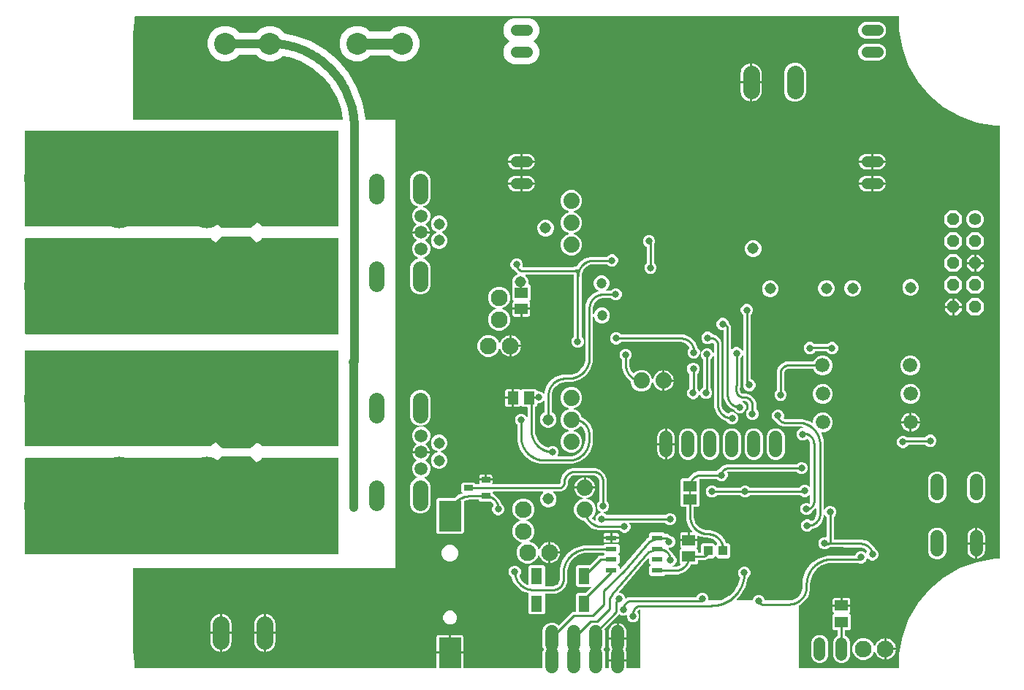
<source format=gbl>
G04 EAGLE Gerber RS-274X export*
G75*
%MOMM*%
%FSLAX34Y34*%
%LPD*%
%INBottom Copper*%
%IPPOS*%
%AMOC8*
5,1,8,0,0,1.08239X$1,22.5*%
G01*
%ADD10C,1.930400*%
%ADD11C,1.879600*%
%ADD12C,1.524000*%
%ADD13C,1.008000*%
%ADD14C,1.308000*%
%ADD15C,1.650000*%
%ADD16C,1.422400*%
%ADD17P,1.539592X8X292.500000*%
%ADD18R,1.300000X1.900000*%
%ADD19R,1.300000X0.600000*%
%ADD20R,1.500000X1.300000*%
%ADD21R,1.000000X1.100000*%
%ADD22R,2.600000X3.540000*%
%ADD23C,2.540000*%
%ADD24R,1.600200X1.168400*%
%ADD25R,0.203200X0.635000*%
%ADD26C,11.000000*%
%ADD27C,1.676400*%
%ADD28C,1.778000*%
%ADD29C,4.000000*%
%ADD30C,1.981200*%
%ADD31R,1.300000X1.500000*%
%ADD32C,1.308000*%
%ADD33C,1.950000*%
%ADD34C,1.320800*%
%ADD35R,1.016000X0.635000*%
%ADD36C,4.000000*%
%ADD37C,1.500000*%
%ADD38C,5.588000*%
%ADD39C,0.804800*%
%ADD40C,1.200000*%
%ADD41C,0.254000*%
%ADD42C,1.016000*%
%ADD43C,1.270000*%

G36*
X421875Y22110D02*
X421875Y22110D01*
X421941Y22112D01*
X421984Y22130D01*
X422031Y22138D01*
X422088Y22172D01*
X422148Y22197D01*
X422183Y22228D01*
X422224Y22253D01*
X422265Y22304D01*
X422314Y22348D01*
X422336Y22390D01*
X422365Y22427D01*
X422386Y22489D01*
X422417Y22548D01*
X422425Y22602D01*
X422437Y22639D01*
X422436Y22679D01*
X422444Y22733D01*
X422444Y38929D01*
X437350Y38929D01*
X437415Y38941D01*
X437480Y38943D01*
X437524Y38961D01*
X437571Y38969D01*
X437627Y39003D01*
X437688Y39027D01*
X437723Y39059D01*
X437764Y39083D01*
X437805Y39134D01*
X437854Y39179D01*
X437876Y39221D01*
X437905Y39257D01*
X437926Y39320D01*
X437956Y39378D01*
X437965Y39433D01*
X437977Y39470D01*
X437976Y39509D01*
X437984Y39564D01*
X437984Y40200D01*
X437986Y40200D01*
X437986Y39564D01*
X437997Y39499D01*
X437999Y39433D01*
X438017Y39389D01*
X438026Y39343D01*
X438059Y39286D01*
X438084Y39225D01*
X438116Y39190D01*
X438140Y39150D01*
X438191Y39108D01*
X438235Y39060D01*
X438277Y39038D01*
X438314Y39008D01*
X438376Y38987D01*
X438435Y38957D01*
X438489Y38949D01*
X438526Y38936D01*
X438566Y38938D01*
X438620Y38929D01*
X453526Y38929D01*
X453526Y22733D01*
X453537Y22668D01*
X453539Y22602D01*
X453557Y22559D01*
X453565Y22512D01*
X453599Y22455D01*
X453624Y22395D01*
X453655Y22360D01*
X453679Y22319D01*
X453731Y22277D01*
X453775Y22229D01*
X453817Y22207D01*
X453854Y22178D01*
X453916Y22157D01*
X453975Y22126D01*
X454029Y22118D01*
X454066Y22106D01*
X454106Y22107D01*
X454160Y22099D01*
X544720Y22099D01*
X544785Y22110D01*
X544851Y22112D01*
X544895Y22130D01*
X544941Y22138D01*
X544998Y22172D01*
X545059Y22197D01*
X545094Y22228D01*
X545134Y22253D01*
X545176Y22304D01*
X545224Y22348D01*
X545246Y22390D01*
X545276Y22427D01*
X545297Y22489D01*
X545327Y22548D01*
X545335Y22602D01*
X545348Y22639D01*
X545347Y22679D01*
X545355Y22733D01*
X545355Y40872D01*
X546479Y43587D01*
X546488Y43629D01*
X546506Y43667D01*
X546512Y43737D01*
X546527Y43806D01*
X546521Y43848D01*
X546525Y43891D01*
X546503Y43978D01*
X546496Y44028D01*
X546486Y44047D01*
X546479Y44073D01*
X545355Y46788D01*
X545355Y66272D01*
X546979Y70193D01*
X549980Y73194D01*
X553901Y74819D01*
X558146Y74819D01*
X562067Y73194D01*
X563415Y71846D01*
X563469Y71808D01*
X563517Y71763D01*
X563561Y71745D01*
X563600Y71718D01*
X563663Y71701D01*
X563724Y71676D01*
X563771Y71673D01*
X563817Y71662D01*
X563882Y71668D01*
X563948Y71666D01*
X563993Y71680D01*
X564040Y71685D01*
X564099Y71714D01*
X564162Y71734D01*
X564206Y71767D01*
X564241Y71784D01*
X564268Y71813D01*
X564312Y71846D01*
X579659Y87192D01*
X583295Y87192D01*
X583360Y87204D01*
X583426Y87206D01*
X583469Y87224D01*
X583516Y87232D01*
X583573Y87265D01*
X583634Y87290D01*
X583668Y87322D01*
X583709Y87346D01*
X583751Y87397D01*
X583799Y87442D01*
X583821Y87484D01*
X583851Y87520D01*
X583872Y87582D01*
X583902Y87641D01*
X583910Y87696D01*
X583922Y87733D01*
X583921Y87772D01*
X583929Y87826D01*
X583929Y107908D01*
X585715Y109694D01*
X595393Y109694D01*
X595435Y109701D01*
X595477Y109699D01*
X595544Y109721D01*
X595614Y109733D01*
X595650Y109755D01*
X595691Y109768D01*
X595764Y109822D01*
X595807Y109848D01*
X595820Y109864D01*
X595841Y109880D01*
X601476Y115514D01*
X601526Y115587D01*
X601582Y115656D01*
X601590Y115678D01*
X601604Y115698D01*
X601626Y115784D01*
X601654Y115868D01*
X601654Y115892D01*
X601660Y115915D01*
X601650Y116004D01*
X601648Y116093D01*
X601639Y116115D01*
X601636Y116138D01*
X601597Y116218D01*
X601563Y116301D01*
X601547Y116318D01*
X601537Y116339D01*
X601472Y116400D01*
X601412Y116466D01*
X601391Y116477D01*
X601374Y116493D01*
X601292Y116528D01*
X601212Y116569D01*
X601186Y116573D01*
X601167Y116581D01*
X601117Y116583D01*
X601027Y116596D01*
X585715Y116596D01*
X583929Y118382D01*
X583929Y139908D01*
X585715Y141694D01*
X599656Y141694D01*
X599698Y141701D01*
X599741Y141699D01*
X599808Y141721D01*
X599877Y141733D01*
X599914Y141755D01*
X599954Y141768D01*
X600027Y141822D01*
X600071Y141848D01*
X600084Y141864D01*
X600105Y141880D01*
X607799Y149574D01*
X607801Y149576D01*
X609249Y151024D01*
X609250Y151024D01*
X610515Y152290D01*
X612286Y152289D01*
X614352Y152289D01*
X614355Y152289D01*
X614708Y152288D01*
X614750Y152296D01*
X614793Y152294D01*
X614860Y152316D01*
X614929Y152328D01*
X614966Y152350D01*
X615006Y152363D01*
X615079Y152417D01*
X615122Y152442D01*
X615136Y152459D01*
X615157Y152474D01*
X616541Y153858D01*
X616578Y153912D01*
X616623Y153960D01*
X616642Y154003D01*
X616669Y154042D01*
X616685Y154106D01*
X616711Y154166D01*
X616713Y154214D01*
X616725Y154259D01*
X616718Y154325D01*
X616721Y154390D01*
X616706Y154435D01*
X616701Y154482D01*
X616672Y154541D01*
X616652Y154604D01*
X616619Y154648D01*
X616602Y154684D01*
X616573Y154711D01*
X616541Y154755D01*
X615494Y155802D01*
X615459Y155826D01*
X615430Y155857D01*
X615367Y155890D01*
X615309Y155930D01*
X615268Y155940D01*
X615230Y155960D01*
X615141Y155973D01*
X615092Y155986D01*
X615071Y155984D01*
X615045Y155988D01*
X597468Y155988D01*
X597446Y155984D01*
X597418Y155986D01*
X593769Y155698D01*
X593721Y155686D01*
X593623Y155669D01*
X586682Y153414D01*
X586677Y153412D01*
X586672Y153411D01*
X586505Y153324D01*
X580601Y149035D01*
X580598Y149031D01*
X580593Y149028D01*
X580461Y148894D01*
X576172Y142990D01*
X576169Y142985D01*
X576165Y142981D01*
X576139Y142929D01*
X576126Y142912D01*
X576115Y142880D01*
X576082Y142814D01*
X573826Y135873D01*
X573820Y135823D01*
X573797Y135727D01*
X573510Y132078D01*
X573512Y132056D01*
X573508Y132028D01*
X573508Y121576D01*
X571067Y115682D01*
X566555Y111170D01*
X560661Y108729D01*
X548661Y108729D01*
X548596Y108717D01*
X548531Y108715D01*
X548487Y108697D01*
X548440Y108689D01*
X548383Y108656D01*
X548323Y108631D01*
X548288Y108599D01*
X548247Y108575D01*
X548206Y108524D01*
X548157Y108479D01*
X548135Y108437D01*
X548106Y108401D01*
X548085Y108338D01*
X548055Y108280D01*
X548046Y108225D01*
X548034Y108188D01*
X548035Y108149D01*
X548027Y108094D01*
X548027Y86382D01*
X546241Y84596D01*
X530715Y84596D01*
X528929Y86382D01*
X528929Y107908D01*
X529090Y108069D01*
X529148Y108152D01*
X529209Y108234D01*
X529212Y108244D01*
X529218Y108253D01*
X529244Y108352D01*
X529272Y108449D01*
X529271Y108460D01*
X529274Y108470D01*
X529264Y108572D01*
X529256Y108673D01*
X529252Y108683D01*
X529251Y108693D01*
X529206Y108785D01*
X529163Y108877D01*
X529156Y108885D01*
X529151Y108894D01*
X529077Y108964D01*
X529005Y109037D01*
X528995Y109042D01*
X528988Y109048D01*
X528948Y109065D01*
X528838Y109120D01*
X522435Y111201D01*
X515963Y115903D01*
X511261Y122374D01*
X509580Y127547D01*
X509548Y127606D01*
X509525Y127670D01*
X509496Y127705D01*
X509474Y127745D01*
X509424Y127789D01*
X509380Y127841D01*
X509335Y127868D01*
X509306Y127893D01*
X509268Y127908D01*
X509220Y127937D01*
X509101Y127986D01*
X507112Y129976D01*
X506035Y132575D01*
X506035Y135389D01*
X507112Y137989D01*
X509101Y139978D01*
X511701Y141055D01*
X514514Y141055D01*
X517114Y139978D01*
X519104Y137989D01*
X520180Y135389D01*
X520180Y132575D01*
X519104Y129976D01*
X518606Y129478D01*
X518589Y129454D01*
X518567Y129435D01*
X518525Y129362D01*
X518478Y129294D01*
X518470Y129265D01*
X518456Y129240D01*
X518443Y129157D01*
X518422Y129076D01*
X518425Y129047D01*
X518420Y129018D01*
X518440Y128897D01*
X518445Y128853D01*
X518449Y128845D01*
X518451Y128833D01*
X519199Y126531D01*
X519202Y126526D01*
X519203Y126520D01*
X519256Y126418D01*
X519259Y126411D01*
X519260Y126409D01*
X519289Y126354D01*
X522228Y122309D01*
X522233Y122305D01*
X522235Y122300D01*
X522369Y122168D01*
X526414Y119229D01*
X526419Y119227D01*
X526423Y119223D01*
X526591Y119139D01*
X528099Y118649D01*
X528151Y118642D01*
X528201Y118625D01*
X528262Y118627D01*
X528321Y118619D01*
X528373Y118630D01*
X528426Y118632D01*
X528481Y118654D01*
X528540Y118667D01*
X528585Y118696D01*
X528634Y118716D01*
X528678Y118756D01*
X528729Y118789D01*
X528760Y118832D01*
X528799Y118867D01*
X528827Y118921D01*
X528863Y118969D01*
X528878Y119020D01*
X528902Y119067D01*
X528912Y119139D01*
X528926Y119185D01*
X528924Y119214D01*
X528929Y119252D01*
X528929Y139908D01*
X530715Y141694D01*
X546241Y141694D01*
X548027Y139908D01*
X548027Y118356D01*
X547987Y118307D01*
X547979Y118284D01*
X547965Y118265D01*
X547943Y118179D01*
X547915Y118094D01*
X547915Y118070D01*
X547909Y118047D01*
X547919Y117959D01*
X547921Y117870D01*
X547930Y117848D01*
X547933Y117824D01*
X547972Y117744D01*
X548006Y117662D01*
X548022Y117644D01*
X548032Y117623D01*
X548097Y117562D01*
X548157Y117496D01*
X548178Y117486D01*
X548195Y117469D01*
X548277Y117435D01*
X548357Y117394D01*
X548383Y117390D01*
X548402Y117382D01*
X548452Y117380D01*
X548542Y117366D01*
X557471Y117366D01*
X557498Y117371D01*
X557533Y117369D01*
X558853Y117499D01*
X558859Y117501D01*
X559034Y117544D01*
X561472Y118555D01*
X561498Y118571D01*
X561528Y118581D01*
X561605Y118638D01*
X561640Y118658D01*
X561646Y118666D01*
X561661Y118676D01*
X561668Y118684D01*
X561678Y118692D01*
X563545Y120559D01*
X563562Y120584D01*
X563586Y120604D01*
X563647Y120706D01*
X563673Y120743D01*
X563676Y120753D01*
X563682Y120765D01*
X564693Y123203D01*
X564694Y123209D01*
X564738Y123384D01*
X564868Y124704D01*
X564866Y124731D01*
X564871Y124766D01*
X564871Y137191D01*
X568062Y147011D01*
X574131Y155365D01*
X582484Y161434D01*
X592305Y164625D01*
X615045Y164625D01*
X615087Y164633D01*
X615129Y164631D01*
X615196Y164652D01*
X615266Y164665D01*
X615303Y164686D01*
X615343Y164699D01*
X615416Y164753D01*
X615459Y164779D01*
X615472Y164795D01*
X615494Y164811D01*
X617038Y166355D01*
X632563Y166355D01*
X634349Y164569D01*
X634349Y156043D01*
X633061Y154755D01*
X633023Y154701D01*
X632978Y154653D01*
X632960Y154609D01*
X632933Y154571D01*
X632916Y154507D01*
X632891Y154446D01*
X632888Y154399D01*
X632877Y154353D01*
X632883Y154288D01*
X632881Y154222D01*
X632895Y154177D01*
X632900Y154130D01*
X632929Y154071D01*
X632949Y154008D01*
X632982Y153964D01*
X632999Y153929D01*
X633028Y153902D01*
X633061Y153858D01*
X634349Y152569D01*
X634349Y144043D01*
X632561Y142255D01*
X632523Y142201D01*
X632478Y142153D01*
X632460Y142109D01*
X632433Y142071D01*
X632416Y142007D01*
X632391Y141946D01*
X632388Y141899D01*
X632377Y141853D01*
X632383Y141788D01*
X632381Y141722D01*
X632395Y141677D01*
X632400Y141630D01*
X632429Y141571D01*
X632449Y141508D01*
X632482Y141464D01*
X632499Y141429D01*
X632528Y141402D01*
X632561Y141358D01*
X634349Y139569D01*
X634349Y137606D01*
X634365Y137518D01*
X634374Y137430D01*
X634385Y137408D01*
X634389Y137385D01*
X634434Y137308D01*
X634474Y137228D01*
X634491Y137212D01*
X634503Y137192D01*
X634572Y137136D01*
X634637Y137075D01*
X634659Y137065D01*
X634677Y137050D01*
X634762Y137022D01*
X634844Y136987D01*
X634867Y136986D01*
X634890Y136978D01*
X634979Y136981D01*
X635068Y136977D01*
X635090Y136984D01*
X635114Y136985D01*
X635197Y137019D01*
X635281Y137046D01*
X635303Y137061D01*
X635322Y137069D01*
X635359Y137103D01*
X635432Y137157D01*
X636360Y138085D01*
X636372Y138102D01*
X636391Y138119D01*
X664935Y171163D01*
X664947Y171183D01*
X664964Y171199D01*
X665034Y171331D01*
X665049Y171356D01*
X665050Y171360D01*
X665052Y171365D01*
X665342Y172177D01*
X666015Y172496D01*
X666046Y172518D01*
X666081Y172532D01*
X666156Y172597D01*
X666197Y172626D01*
X666207Y172640D01*
X666223Y172654D01*
X666710Y173218D01*
X667570Y173281D01*
X667592Y173287D01*
X667616Y173286D01*
X667758Y173329D01*
X667787Y173337D01*
X667791Y173339D01*
X667795Y173340D01*
X667889Y173385D01*
X667921Y173407D01*
X667956Y173422D01*
X668011Y173472D01*
X668072Y173516D01*
X668093Y173547D01*
X668122Y173573D01*
X668156Y173640D01*
X668198Y173701D01*
X668207Y173739D01*
X668224Y173773D01*
X668239Y173871D01*
X668251Y173919D01*
X668249Y173937D01*
X668252Y173958D01*
X668252Y177569D01*
X670038Y179355D01*
X685563Y179355D01*
X687108Y177811D01*
X687143Y177787D01*
X687171Y177755D01*
X687234Y177723D01*
X687292Y177683D01*
X687333Y177672D01*
X687371Y177653D01*
X687460Y177639D01*
X687509Y177627D01*
X687530Y177629D01*
X687556Y177625D01*
X689623Y177625D01*
X692580Y175918D01*
X692648Y175894D01*
X692712Y175861D01*
X692758Y175854D01*
X692791Y175842D01*
X692835Y175842D01*
X692897Y175833D01*
X693201Y175833D01*
X695801Y174756D01*
X697790Y172767D01*
X698867Y170167D01*
X698867Y167353D01*
X697790Y164754D01*
X695801Y162764D01*
X693201Y161688D01*
X692070Y161688D01*
X691983Y161672D01*
X691894Y161663D01*
X691873Y161652D01*
X691849Y161648D01*
X691773Y161603D01*
X691693Y161563D01*
X691677Y161546D01*
X691656Y161534D01*
X691600Y161465D01*
X691539Y161400D01*
X691530Y161378D01*
X691515Y161360D01*
X691486Y161275D01*
X691452Y161193D01*
X691451Y161170D01*
X691443Y161147D01*
X691446Y161058D01*
X691442Y160969D01*
X691449Y160947D01*
X691450Y160923D01*
X691483Y160841D01*
X691510Y160756D01*
X691526Y160734D01*
X691534Y160715D01*
X691568Y160678D01*
X691622Y160605D01*
X695104Y157123D01*
X696426Y153931D01*
X696449Y153896D01*
X696463Y153856D01*
X696509Y153802D01*
X696547Y153743D01*
X696581Y153717D01*
X696609Y153685D01*
X696686Y153638D01*
X696726Y153608D01*
X696747Y153602D01*
X696769Y153588D01*
X697426Y153316D01*
X699416Y151326D01*
X700493Y148727D01*
X700493Y145913D01*
X699416Y143314D01*
X697426Y141324D01*
X696271Y140845D01*
X696186Y140791D01*
X696099Y140740D01*
X696092Y140731D01*
X696082Y140724D01*
X696021Y140644D01*
X695958Y140566D01*
X695954Y140554D01*
X695947Y140545D01*
X695918Y140448D01*
X695886Y140353D01*
X695886Y140341D01*
X695883Y140330D01*
X695890Y140229D01*
X695893Y140129D01*
X695897Y140118D01*
X695898Y140106D01*
X695939Y140014D01*
X695977Y139921D01*
X695985Y139912D01*
X695990Y139901D01*
X696060Y139829D01*
X696128Y139755D01*
X696139Y139750D01*
X696147Y139741D01*
X696238Y139699D01*
X696328Y139653D01*
X696341Y139651D01*
X696350Y139646D01*
X696396Y139643D01*
X696513Y139625D01*
X698278Y139625D01*
X698305Y139630D01*
X698340Y139628D01*
X700575Y139848D01*
X700581Y139850D01*
X700755Y139893D01*
X704885Y141604D01*
X704911Y141620D01*
X704940Y141630D01*
X705035Y141700D01*
X705074Y141725D01*
X705080Y141734D01*
X705090Y141741D01*
X705270Y141921D01*
X705308Y141975D01*
X705353Y142023D01*
X705372Y142067D01*
X705399Y142105D01*
X705415Y142169D01*
X705441Y142230D01*
X705443Y142277D01*
X705455Y142323D01*
X705448Y142388D01*
X705451Y142454D01*
X705436Y142499D01*
X705431Y142546D01*
X705402Y142605D01*
X705382Y142668D01*
X705349Y142712D01*
X705332Y142747D01*
X705303Y142774D01*
X705270Y142818D01*
X704137Y143951D01*
X704137Y159477D01*
X705812Y161152D01*
X705833Y161182D01*
X705860Y161206D01*
X705896Y161273D01*
X705940Y161336D01*
X705949Y161371D01*
X705966Y161403D01*
X705977Y161479D01*
X705996Y161553D01*
X705992Y161589D01*
X705997Y161625D01*
X705981Y161700D01*
X705973Y161776D01*
X705957Y161809D01*
X705949Y161844D01*
X705907Y161909D01*
X705873Y161978D01*
X705847Y162002D01*
X705827Y162033D01*
X705746Y162097D01*
X705710Y162132D01*
X705696Y162138D01*
X705681Y162150D01*
X705626Y162181D01*
X705153Y162654D01*
X704818Y163234D01*
X704645Y163880D01*
X704645Y169445D01*
X714051Y169445D01*
X714116Y169457D01*
X714181Y169459D01*
X714225Y169476D01*
X714272Y169485D01*
X714328Y169518D01*
X714389Y169543D01*
X714424Y169575D01*
X714465Y169599D01*
X714506Y169650D01*
X714555Y169694D01*
X714577Y169736D01*
X714606Y169773D01*
X714627Y169835D01*
X714657Y169894D01*
X714666Y169948D01*
X714678Y169986D01*
X714677Y170025D01*
X714685Y170079D01*
X714685Y170715D01*
X714687Y170715D01*
X714687Y170079D01*
X714698Y170014D01*
X714700Y169949D01*
X714718Y169905D01*
X714727Y169858D01*
X714760Y169802D01*
X714785Y169741D01*
X714817Y169706D01*
X714841Y169665D01*
X714892Y169624D01*
X714936Y169575D01*
X714978Y169554D01*
X715015Y169524D01*
X715077Y169503D01*
X715136Y169473D01*
X715190Y169465D01*
X715227Y169452D01*
X715267Y169453D01*
X715321Y169445D01*
X724727Y169445D01*
X724727Y163880D01*
X724554Y163234D01*
X724219Y162654D01*
X723746Y162181D01*
X723691Y162150D01*
X723664Y162126D01*
X723631Y162110D01*
X723579Y162054D01*
X723520Y162005D01*
X723502Y161973D01*
X723477Y161947D01*
X723447Y161876D01*
X723410Y161809D01*
X723404Y161774D01*
X723390Y161740D01*
X723386Y161664D01*
X723374Y161588D01*
X723381Y161552D01*
X723380Y161516D01*
X723403Y161443D01*
X723418Y161368D01*
X723437Y161337D01*
X723448Y161303D01*
X723510Y161219D01*
X723536Y161177D01*
X723548Y161167D01*
X723560Y161152D01*
X725235Y159477D01*
X725235Y156667D01*
X725246Y156602D01*
X725248Y156537D01*
X725266Y156493D01*
X725274Y156446D01*
X725308Y156390D01*
X725333Y156329D01*
X725364Y156294D01*
X725388Y156253D01*
X725440Y156212D01*
X725484Y156163D01*
X725526Y156142D01*
X725563Y156112D01*
X725625Y156091D01*
X725684Y156061D01*
X725738Y156053D01*
X725775Y156040D01*
X725815Y156041D01*
X725869Y156033D01*
X728443Y156033D01*
X728507Y156045D01*
X728573Y156047D01*
X728617Y156064D01*
X728663Y156073D01*
X728720Y156106D01*
X728781Y156131D01*
X728816Y156163D01*
X728857Y156187D01*
X728898Y156238D01*
X728947Y156282D01*
X728968Y156324D01*
X728998Y156361D01*
X729019Y156423D01*
X729049Y156482D01*
X729057Y156536D01*
X729070Y156574D01*
X729069Y156613D01*
X729077Y156667D01*
X729077Y164918D01*
X730863Y166704D01*
X743388Y166704D01*
X745177Y164916D01*
X745231Y164878D01*
X745279Y164833D01*
X745322Y164815D01*
X745361Y164788D01*
X745425Y164771D01*
X745486Y164746D01*
X745533Y164743D01*
X745579Y164732D01*
X745644Y164738D01*
X745710Y164736D01*
X745755Y164750D01*
X745802Y164755D01*
X745861Y164784D01*
X745923Y164804D01*
X745968Y164837D01*
X746003Y164854D01*
X746030Y164883D01*
X746074Y164916D01*
X747595Y166436D01*
X747604Y166450D01*
X747617Y166460D01*
X747668Y166542D01*
X747723Y166621D01*
X747727Y166636D01*
X747736Y166650D01*
X747755Y166745D01*
X747779Y166838D01*
X747777Y166854D01*
X747780Y166870D01*
X747766Y166965D01*
X747756Y167061D01*
X747749Y167076D01*
X747746Y167092D01*
X747660Y167258D01*
X746003Y169537D01*
X745999Y169541D01*
X745997Y169546D01*
X745863Y169678D01*
X742681Y171990D01*
X742675Y171992D01*
X742672Y171996D01*
X742504Y172080D01*
X738763Y173295D01*
X738713Y173302D01*
X738617Y173325D01*
X736650Y173479D01*
X736628Y173477D01*
X736600Y173481D01*
X732672Y173481D01*
X725557Y175793D01*
X725505Y175800D01*
X725455Y175817D01*
X725395Y175815D01*
X725335Y175824D01*
X725283Y175812D01*
X725230Y175811D01*
X725175Y175788D01*
X725116Y175775D01*
X725071Y175746D01*
X725022Y175726D01*
X724978Y175686D01*
X724927Y175653D01*
X724896Y175610D01*
X724857Y175575D01*
X724829Y175521D01*
X724793Y175473D01*
X724779Y175422D01*
X724754Y175375D01*
X724744Y175303D01*
X724730Y175258D01*
X724732Y175228D01*
X724727Y175190D01*
X724727Y171983D01*
X715955Y171983D01*
X715955Y179755D01*
X718161Y179755D01*
X718200Y179762D01*
X718239Y179760D01*
X718309Y179782D01*
X718382Y179795D01*
X718416Y179815D01*
X718454Y179827D01*
X718512Y179871D01*
X718575Y179909D01*
X718600Y179940D01*
X718631Y179964D01*
X718670Y180026D01*
X718716Y180083D01*
X718729Y180121D01*
X718750Y180154D01*
X718765Y180226D01*
X718788Y180296D01*
X718787Y180335D01*
X718795Y180374D01*
X718784Y180447D01*
X718781Y180520D01*
X718767Y180556D01*
X718760Y180596D01*
X718716Y180681D01*
X718697Y180728D01*
X718685Y180741D01*
X718674Y180762D01*
X714228Y186882D01*
X711800Y194354D01*
X711800Y208685D01*
X711788Y208750D01*
X711786Y208815D01*
X711769Y208859D01*
X711760Y208906D01*
X711727Y208962D01*
X711702Y209023D01*
X711670Y209058D01*
X711646Y209099D01*
X711595Y209140D01*
X711551Y209189D01*
X711509Y209211D01*
X711472Y209240D01*
X711410Y209261D01*
X711351Y209291D01*
X711297Y209300D01*
X711259Y209312D01*
X711220Y209311D01*
X711166Y209319D01*
X706855Y209319D01*
X705069Y211105D01*
X705069Y225315D01*
X705136Y225381D01*
X705173Y225435D01*
X705218Y225483D01*
X705237Y225527D01*
X705264Y225566D01*
X705280Y225629D01*
X705306Y225690D01*
X705308Y225737D01*
X705320Y225783D01*
X705313Y225848D01*
X705316Y225914D01*
X705301Y225959D01*
X705296Y226006D01*
X705267Y226065D01*
X705247Y226128D01*
X705214Y226172D01*
X705197Y226207D01*
X705168Y226234D01*
X705136Y226278D01*
X705069Y226345D01*
X705069Y240555D01*
X706855Y242341D01*
X713657Y242341D01*
X713710Y242350D01*
X713764Y242350D01*
X713820Y242370D01*
X713878Y242380D01*
X713924Y242408D01*
X713975Y242426D01*
X714020Y242464D01*
X714071Y242494D01*
X714105Y242536D01*
X714146Y242571D01*
X714183Y242633D01*
X714212Y242669D01*
X714222Y242698D01*
X714243Y242732D01*
X714391Y243089D01*
X719178Y247876D01*
X725432Y250467D01*
X746598Y250467D01*
X746640Y250475D01*
X746682Y250473D01*
X746749Y250494D01*
X746819Y250507D01*
X746855Y250528D01*
X746896Y250541D01*
X746968Y250595D01*
X747012Y250621D01*
X747025Y250637D01*
X747046Y250653D01*
X748538Y252144D01*
X749683Y252619D01*
X749719Y252642D01*
X749759Y252656D01*
X749813Y252702D01*
X749872Y252740D01*
X749898Y252774D01*
X749930Y252801D01*
X749977Y252879D01*
X750007Y252919D01*
X750013Y252939D01*
X750027Y252962D01*
X750113Y253170D01*
X753599Y256656D01*
X758155Y258543D01*
X839199Y258543D01*
X839241Y258551D01*
X839283Y258549D01*
X839350Y258570D01*
X839420Y258583D01*
X839456Y258605D01*
X839497Y258618D01*
X839570Y258671D01*
X839613Y258697D01*
X839626Y258713D01*
X839647Y258729D01*
X841139Y260220D01*
X843739Y261297D01*
X846552Y261297D01*
X849152Y260220D01*
X851141Y258231D01*
X852218Y255631D01*
X852218Y252818D01*
X851141Y250218D01*
X849152Y248229D01*
X846552Y247152D01*
X843739Y247152D01*
X841139Y248229D01*
X839647Y249720D01*
X839613Y249744D01*
X839584Y249776D01*
X839521Y249808D01*
X839463Y249848D01*
X839422Y249859D01*
X839384Y249878D01*
X839295Y249891D01*
X839246Y249904D01*
X839225Y249902D01*
X839199Y249906D01*
X760620Y249906D01*
X760594Y249901D01*
X760558Y249903D01*
X759949Y249843D01*
X759943Y249841D01*
X759768Y249798D01*
X759432Y249658D01*
X759377Y249623D01*
X759317Y249596D01*
X759283Y249563D01*
X759244Y249537D01*
X759204Y249484D01*
X759157Y249438D01*
X759137Y249396D01*
X759109Y249358D01*
X759090Y249295D01*
X759062Y249235D01*
X759058Y249188D01*
X759045Y249143D01*
X759049Y249077D01*
X759044Y249012D01*
X759057Y248958D01*
X759060Y248919D01*
X759076Y248883D01*
X759089Y248830D01*
X759617Y247555D01*
X759617Y244742D01*
X758540Y242142D01*
X756551Y240152D01*
X753951Y239076D01*
X751137Y239076D01*
X748538Y240152D01*
X747046Y241644D01*
X747012Y241668D01*
X746983Y241699D01*
X746920Y241732D01*
X746862Y241772D01*
X746821Y241783D01*
X746783Y241802D01*
X746694Y241815D01*
X746645Y241828D01*
X746624Y241826D01*
X746598Y241830D01*
X728817Y241830D01*
X728790Y241825D01*
X728755Y241827D01*
X727487Y241702D01*
X727431Y241686D01*
X727373Y241680D01*
X727324Y241656D01*
X727271Y241641D01*
X727224Y241606D01*
X727172Y241580D01*
X727135Y241541D01*
X727090Y241508D01*
X727058Y241459D01*
X727018Y241417D01*
X726997Y241367D01*
X726967Y241321D01*
X726954Y241264D01*
X726931Y241210D01*
X726928Y241156D01*
X726916Y241102D01*
X726923Y241045D01*
X726921Y240986D01*
X726938Y240934D01*
X726945Y240880D01*
X726972Y240828D01*
X726990Y240773D01*
X727028Y240720D01*
X727049Y240681D01*
X727074Y240659D01*
X727101Y240622D01*
X727168Y240555D01*
X727168Y226345D01*
X727102Y226278D01*
X727064Y226224D01*
X727019Y226176D01*
X727001Y226133D01*
X726974Y226094D01*
X726957Y226030D01*
X726932Y225970D01*
X726929Y225923D01*
X726918Y225877D01*
X726924Y225811D01*
X726922Y225746D01*
X726936Y225701D01*
X726941Y225654D01*
X726970Y225595D01*
X726990Y225532D01*
X727023Y225488D01*
X727040Y225453D01*
X727069Y225426D01*
X727102Y225381D01*
X727168Y225315D01*
X727168Y211105D01*
X725383Y209319D01*
X721072Y209319D01*
X721007Y209307D01*
X720941Y209306D01*
X720897Y209288D01*
X720851Y209279D01*
X720794Y209246D01*
X720733Y209221D01*
X720698Y209189D01*
X720658Y209165D01*
X720616Y209114D01*
X720568Y209070D01*
X720546Y209028D01*
X720516Y208991D01*
X720495Y208929D01*
X720465Y208870D01*
X720457Y208816D01*
X720444Y208779D01*
X720446Y208739D01*
X720437Y208685D01*
X720437Y198281D01*
X720441Y198260D01*
X720439Y198232D01*
X720631Y195802D01*
X720639Y195769D01*
X720640Y195753D01*
X720646Y195737D01*
X720660Y195656D01*
X722161Y191036D01*
X722164Y191031D01*
X722164Y191025D01*
X722251Y190859D01*
X725107Y186928D01*
X725111Y186924D01*
X725113Y186919D01*
X725247Y186788D01*
X729177Y183932D01*
X729183Y183930D01*
X729186Y183926D01*
X729354Y183842D01*
X733975Y182341D01*
X734025Y182334D01*
X734121Y182312D01*
X736550Y182121D01*
X736572Y182123D01*
X736600Y182119D01*
X740060Y182119D01*
X746641Y179980D01*
X752239Y175913D01*
X756306Y170315D01*
X757337Y167143D01*
X757374Y167073D01*
X757404Y167000D01*
X757427Y166975D01*
X757443Y166945D01*
X757502Y166893D01*
X757555Y166835D01*
X757585Y166819D01*
X757611Y166796D01*
X757684Y166768D01*
X757755Y166732D01*
X757793Y166726D01*
X757820Y166716D01*
X757868Y166715D01*
X757940Y166704D01*
X760388Y166704D01*
X762174Y164918D01*
X762174Y151393D01*
X760388Y149607D01*
X747863Y149607D01*
X746074Y151396D01*
X746020Y151433D01*
X745972Y151478D01*
X745929Y151497D01*
X745890Y151524D01*
X745826Y151540D01*
X745765Y151566D01*
X745718Y151568D01*
X745673Y151580D01*
X745607Y151573D01*
X745541Y151576D01*
X745496Y151561D01*
X745449Y151556D01*
X745390Y151527D01*
X745328Y151507D01*
X745284Y151474D01*
X745248Y151457D01*
X745221Y151428D01*
X745177Y151396D01*
X743388Y149607D01*
X737567Y149607D01*
X737497Y149594D01*
X737425Y149591D01*
X737381Y149573D01*
X737347Y149567D01*
X737309Y149545D01*
X737250Y149522D01*
X733567Y147396D01*
X725869Y147396D01*
X725804Y147384D01*
X725738Y147382D01*
X725695Y147364D01*
X725648Y147356D01*
X725591Y147322D01*
X725530Y147298D01*
X725496Y147266D01*
X725455Y147242D01*
X725413Y147191D01*
X725365Y147146D01*
X725343Y147104D01*
X725314Y147068D01*
X725292Y147005D01*
X725262Y146947D01*
X725254Y146892D01*
X725242Y146855D01*
X725243Y146816D01*
X725235Y146761D01*
X725235Y143951D01*
X723449Y142166D01*
X717181Y142166D01*
X717128Y142156D01*
X717074Y142156D01*
X717018Y142136D01*
X716960Y142126D01*
X716914Y142098D01*
X716863Y142080D01*
X716818Y142042D01*
X716767Y142012D01*
X716733Y141970D01*
X716692Y141935D01*
X716655Y141874D01*
X716626Y141838D01*
X716616Y141809D01*
X716595Y141774D01*
X715849Y139974D01*
X710019Y134143D01*
X702401Y130988D01*
X687556Y130988D01*
X687514Y130980D01*
X687472Y130982D01*
X687405Y130960D01*
X687335Y130948D01*
X687299Y130926D01*
X687258Y130913D01*
X687186Y130859D01*
X687142Y130834D01*
X687129Y130818D01*
X687108Y130802D01*
X685563Y129258D01*
X670038Y129258D01*
X668252Y131043D01*
X668252Y139569D01*
X670041Y141358D01*
X670078Y141412D01*
X670123Y141460D01*
X670142Y141503D01*
X670169Y141542D01*
X670185Y141606D01*
X670211Y141666D01*
X670213Y141714D01*
X670225Y141759D01*
X670218Y141825D01*
X670221Y141891D01*
X670206Y141936D01*
X670201Y141982D01*
X670172Y142041D01*
X670152Y142104D01*
X670119Y142148D01*
X670102Y142184D01*
X670073Y142211D01*
X670041Y142255D01*
X668252Y144043D01*
X668252Y149001D01*
X668238Y149076D01*
X668238Y149079D01*
X668237Y149082D01*
X668232Y149112D01*
X668213Y149220D01*
X668212Y149221D01*
X668212Y149222D01*
X668157Y149315D01*
X668099Y149414D01*
X668098Y149414D01*
X668098Y149415D01*
X668023Y149476D01*
X667925Y149556D01*
X667924Y149556D01*
X667824Y149590D01*
X667712Y149628D01*
X667711Y149628D01*
X667609Y149625D01*
X667488Y149622D01*
X667488Y149621D01*
X667487Y149621D01*
X667392Y149583D01*
X667280Y149538D01*
X667280Y149537D01*
X667279Y149537D01*
X667275Y149534D01*
X667138Y149416D01*
X633601Y110634D01*
X633567Y110577D01*
X633526Y110525D01*
X633511Y110481D01*
X633487Y110441D01*
X633475Y110376D01*
X633454Y110313D01*
X633455Y110266D01*
X633447Y110220D01*
X633458Y110155D01*
X633460Y110089D01*
X633478Y110045D01*
X633486Y109999D01*
X633520Y109942D01*
X633545Y109881D01*
X633576Y109846D01*
X633600Y109806D01*
X633651Y109764D01*
X633696Y109715D01*
X633738Y109694D01*
X633774Y109664D01*
X633837Y109643D01*
X633896Y109613D01*
X633949Y109604D01*
X633986Y109592D01*
X634026Y109593D01*
X634081Y109585D01*
X635313Y109585D01*
X637912Y108508D01*
X639902Y106519D01*
X640978Y103919D01*
X640978Y103690D01*
X640997Y103585D01*
X641015Y103478D01*
X641017Y103474D01*
X641018Y103470D01*
X641073Y103376D01*
X641126Y103284D01*
X641130Y103280D01*
X641132Y103276D01*
X641216Y103209D01*
X641298Y103140D01*
X641303Y103138D01*
X641306Y103135D01*
X641408Y103101D01*
X641510Y103065D01*
X641514Y103065D01*
X641519Y103063D01*
X641627Y103066D01*
X641734Y103068D01*
X641739Y103070D01*
X641743Y103070D01*
X641771Y103081D01*
X641911Y103130D01*
X644297Y104401D01*
X645236Y104491D01*
X645248Y104495D01*
X645259Y104494D01*
X645355Y104525D01*
X645452Y104552D01*
X645462Y104559D01*
X645473Y104563D01*
X645624Y104674D01*
X645632Y104682D01*
X647182Y104682D01*
X647208Y104687D01*
X647243Y104685D01*
X648786Y104834D01*
X648795Y104827D01*
X648805Y104821D01*
X648813Y104813D01*
X648903Y104766D01*
X648990Y104717D01*
X649002Y104715D01*
X649013Y104710D01*
X649198Y104682D01*
X723062Y104682D01*
X723115Y104692D01*
X723169Y104691D01*
X723225Y104712D01*
X723283Y104722D01*
X723329Y104750D01*
X723380Y104768D01*
X723425Y104806D01*
X723476Y104836D01*
X723510Y104878D01*
X723551Y104913D01*
X723588Y104974D01*
X723617Y105010D01*
X723627Y105039D01*
X723648Y105074D01*
X724346Y106760D01*
X726336Y108749D01*
X728935Y109826D01*
X731749Y109826D01*
X734349Y108749D01*
X736338Y106760D01*
X737415Y104160D01*
X737415Y101830D01*
X737427Y101765D01*
X737428Y101699D01*
X737446Y101655D01*
X737455Y101609D01*
X737488Y101552D01*
X737513Y101491D01*
X737545Y101456D01*
X737569Y101416D01*
X737620Y101374D01*
X737664Y101326D01*
X737706Y101304D01*
X737743Y101274D01*
X737805Y101253D01*
X737864Y101223D01*
X737918Y101215D01*
X737955Y101202D01*
X737995Y101204D01*
X738049Y101195D01*
X752370Y101195D01*
X752414Y101203D01*
X752534Y101217D01*
X753549Y101489D01*
X753589Y101508D01*
X753702Y101552D01*
X761231Y105899D01*
X761265Y105928D01*
X761299Y105953D01*
X761333Y105973D01*
X761343Y105986D01*
X761362Y106000D01*
X767509Y112147D01*
X767535Y112184D01*
X767610Y112279D01*
X771957Y119808D01*
X771972Y119850D01*
X772020Y119961D01*
X773993Y127322D01*
X773994Y127334D01*
X773999Y127346D01*
X774003Y127446D01*
X774012Y127545D01*
X774008Y127557D01*
X774009Y127570D01*
X773978Y127665D01*
X773951Y127761D01*
X773944Y127772D01*
X773940Y127784D01*
X773829Y127934D01*
X772900Y128863D01*
X771823Y131462D01*
X771823Y134276D01*
X772900Y136876D01*
X774889Y138865D01*
X777489Y139942D01*
X780303Y139942D01*
X782902Y138865D01*
X784892Y136876D01*
X785969Y134276D01*
X785969Y131462D01*
X784892Y128863D01*
X783306Y127277D01*
X783265Y127218D01*
X783216Y127165D01*
X783198Y127122D01*
X783178Y127093D01*
X783167Y127051D01*
X783142Y126993D01*
X780313Y116436D01*
X774708Y106728D01*
X770258Y102278D01*
X770208Y102205D01*
X770151Y102136D01*
X770144Y102114D01*
X770130Y102094D01*
X770108Y102008D01*
X770079Y101923D01*
X770080Y101900D01*
X770074Y101877D01*
X770083Y101788D01*
X770086Y101699D01*
X770095Y101677D01*
X770097Y101654D01*
X770137Y101574D01*
X770170Y101491D01*
X770186Y101474D01*
X770197Y101452D01*
X770262Y101391D01*
X770322Y101326D01*
X770343Y101315D01*
X770360Y101299D01*
X770442Y101264D01*
X770521Y101223D01*
X770548Y101219D01*
X770567Y101211D01*
X770617Y101209D01*
X770707Y101195D01*
X788245Y101195D01*
X788298Y101205D01*
X788353Y101205D01*
X788408Y101225D01*
X788466Y101235D01*
X788513Y101263D01*
X788563Y101281D01*
X788608Y101319D01*
X788659Y101349D01*
X788693Y101391D01*
X788735Y101426D01*
X788771Y101487D01*
X788800Y101523D01*
X788810Y101552D01*
X788831Y101587D01*
X789744Y103790D01*
X791733Y105780D01*
X794333Y106856D01*
X797146Y106856D01*
X799746Y105780D01*
X801736Y103790D01*
X802648Y101587D01*
X802677Y101541D01*
X802698Y101491D01*
X802737Y101448D01*
X802769Y101398D01*
X802813Y101366D01*
X802849Y101326D01*
X802902Y101299D01*
X802949Y101263D01*
X803001Y101248D01*
X803049Y101223D01*
X803119Y101213D01*
X803164Y101199D01*
X803194Y101201D01*
X803234Y101195D01*
X834071Y101195D01*
X834077Y101196D01*
X834083Y101196D01*
X834267Y101227D01*
X837610Y102313D01*
X837615Y102315D01*
X837621Y102316D01*
X837787Y102403D01*
X841743Y105277D01*
X841747Y105281D01*
X841752Y105283D01*
X841883Y105417D01*
X844757Y109372D01*
X844759Y109378D01*
X844763Y109382D01*
X844847Y109549D01*
X846358Y114199D01*
X846365Y114249D01*
X846387Y114346D01*
X846579Y116790D01*
X846577Y116812D01*
X846581Y116840D01*
X846581Y124690D01*
X849863Y134792D01*
X856106Y143384D01*
X864698Y149627D01*
X874800Y152909D01*
X906836Y152909D01*
X906890Y152918D01*
X906944Y152918D01*
X906999Y152938D01*
X907057Y152948D01*
X907104Y152976D01*
X907155Y152994D01*
X907200Y153033D01*
X907250Y153063D01*
X907285Y153105D01*
X907326Y153140D01*
X907363Y153201D01*
X907392Y153237D01*
X907402Y153266D01*
X907422Y153300D01*
X907995Y154683D01*
X909985Y156672D01*
X912584Y157749D01*
X915398Y157749D01*
X917998Y156672D01*
X919303Y155367D01*
X919366Y155323D01*
X919425Y155272D01*
X919458Y155259D01*
X919487Y155239D01*
X919562Y155219D01*
X919635Y155192D01*
X919670Y155192D01*
X919705Y155183D01*
X919781Y155191D01*
X919859Y155190D01*
X919892Y155202D01*
X919928Y155206D01*
X919997Y155240D01*
X920070Y155267D01*
X920097Y155290D01*
X920129Y155305D01*
X920182Y155362D01*
X920241Y155412D01*
X920262Y155446D01*
X920283Y155469D01*
X920301Y155512D01*
X920337Y155573D01*
X921235Y157739D01*
X921250Y157811D01*
X921275Y157881D01*
X921274Y157920D01*
X921283Y157958D01*
X921272Y158031D01*
X921271Y158105D01*
X921256Y158147D01*
X921251Y158180D01*
X921230Y158219D01*
X921207Y158282D01*
X920960Y158743D01*
X920941Y158767D01*
X920928Y158795D01*
X920849Y158883D01*
X920820Y158919D01*
X920811Y158924D01*
X920802Y158934D01*
X918049Y161184D01*
X918022Y161199D01*
X918000Y161221D01*
X917892Y161271D01*
X917853Y161293D01*
X917842Y161295D01*
X917830Y161301D01*
X914425Y162326D01*
X914419Y162327D01*
X914241Y162353D01*
X914012Y162353D01*
X913974Y162346D01*
X913935Y162348D01*
X913864Y162326D01*
X913792Y162313D01*
X913783Y162308D01*
X912191Y162322D01*
X912162Y162317D01*
X912122Y162319D01*
X910612Y162168D01*
X910575Y162198D01*
X910568Y162202D01*
X910563Y162207D01*
X910470Y162256D01*
X910379Y162307D01*
X910371Y162308D01*
X910365Y162312D01*
X910180Y162341D01*
X878910Y162630D01*
X878883Y162626D01*
X878856Y162629D01*
X878730Y162600D01*
X878689Y162593D01*
X878682Y162589D01*
X878673Y162587D01*
X876905Y161893D01*
X876874Y161874D01*
X876839Y161863D01*
X876757Y161802D01*
X876714Y161775D01*
X876704Y161763D01*
X876688Y161751D01*
X875955Y161018D01*
X873355Y159941D01*
X870542Y159941D01*
X867942Y161018D01*
X865953Y163007D01*
X864876Y165607D01*
X864876Y168421D01*
X865953Y171020D01*
X867942Y173010D01*
X870542Y174086D01*
X873343Y174086D01*
X873408Y174098D01*
X873474Y174100D01*
X873518Y174118D01*
X873564Y174126D01*
X873621Y174160D01*
X873682Y174184D01*
X873717Y174216D01*
X873757Y174240D01*
X873799Y174291D01*
X873847Y174336D01*
X873869Y174378D01*
X873899Y174414D01*
X873920Y174477D01*
X873950Y174535D01*
X873958Y174590D01*
X873971Y174627D01*
X873969Y174666D01*
X873978Y174721D01*
X873978Y197349D01*
X873970Y197391D01*
X873972Y197433D01*
X873950Y197500D01*
X873938Y197570D01*
X873916Y197606D01*
X873903Y197647D01*
X873849Y197720D01*
X873824Y197763D01*
X873807Y197776D01*
X873792Y197797D01*
X872300Y199289D01*
X872023Y199958D01*
X871995Y200002D01*
X871985Y200027D01*
X871966Y200048D01*
X871918Y200129D01*
X871909Y200137D01*
X871902Y200147D01*
X871822Y200207D01*
X871744Y200270D01*
X871732Y200274D01*
X871723Y200281D01*
X871626Y200310D01*
X871531Y200342D01*
X871519Y200342D01*
X871508Y200345D01*
X871407Y200339D01*
X871307Y200336D01*
X871296Y200331D01*
X871284Y200330D01*
X871192Y200289D01*
X871099Y200251D01*
X871090Y200243D01*
X871079Y200239D01*
X871007Y200168D01*
X870933Y200100D01*
X870928Y200089D01*
X870919Y200081D01*
X870877Y199990D01*
X870831Y199900D01*
X870829Y199887D01*
X870824Y199878D01*
X870821Y199832D01*
X870816Y199799D01*
X870810Y199782D01*
X870811Y199765D01*
X870803Y199715D01*
X870803Y197741D01*
X868050Y191096D01*
X862964Y186009D01*
X858064Y183979D01*
X858028Y183957D01*
X857988Y183942D01*
X857934Y183896D01*
X857875Y183858D01*
X857849Y183824D01*
X857817Y183797D01*
X857770Y183719D01*
X857740Y183679D01*
X857734Y183659D01*
X857720Y183636D01*
X857692Y183569D01*
X855703Y181579D01*
X853103Y180502D01*
X850290Y180502D01*
X847690Y181579D01*
X845701Y183569D01*
X844624Y186168D01*
X844624Y188982D01*
X845701Y191581D01*
X847690Y193571D01*
X850290Y194648D01*
X853103Y194648D01*
X855703Y193571D01*
X856137Y193137D01*
X856181Y193106D01*
X856219Y193068D01*
X856272Y193043D01*
X856321Y193009D01*
X856373Y192996D01*
X856422Y192973D01*
X856481Y192968D01*
X856538Y192953D01*
X856592Y192959D01*
X856646Y192955D01*
X856715Y192972D01*
X856761Y192977D01*
X856789Y192990D01*
X856828Y193000D01*
X857859Y193427D01*
X857884Y193443D01*
X857914Y193453D01*
X858009Y193523D01*
X858047Y193548D01*
X858054Y193557D01*
X858064Y193564D01*
X860495Y195995D01*
X860512Y196020D01*
X860536Y196040D01*
X860597Y196142D01*
X860623Y196179D01*
X860626Y196190D01*
X860633Y196201D01*
X861948Y199377D01*
X861949Y199382D01*
X861993Y199557D01*
X862163Y201276D01*
X862160Y201303D01*
X862166Y201338D01*
X862166Y206817D01*
X862150Y206904D01*
X862141Y206993D01*
X862130Y207014D01*
X862126Y207037D01*
X862081Y207114D01*
X862041Y207194D01*
X862024Y207210D01*
X862012Y207231D01*
X861943Y207287D01*
X861878Y207348D01*
X861856Y207357D01*
X861838Y207372D01*
X861753Y207401D01*
X861671Y207435D01*
X861648Y207436D01*
X861625Y207444D01*
X861536Y207441D01*
X861447Y207445D01*
X861424Y207438D01*
X861401Y207437D01*
X861319Y207404D01*
X861234Y207377D01*
X861212Y207361D01*
X861193Y207353D01*
X861156Y207319D01*
X861083Y207265D01*
X858198Y204380D01*
X857608Y204135D01*
X857572Y204112D01*
X857532Y204098D01*
X857478Y204052D01*
X857419Y204014D01*
X857393Y203980D01*
X857361Y203953D01*
X857314Y203875D01*
X857284Y203835D01*
X857278Y203815D01*
X857264Y203792D01*
X856816Y202709D01*
X854826Y200720D01*
X852227Y199643D01*
X849413Y199643D01*
X846813Y200720D01*
X844824Y202709D01*
X843747Y205309D01*
X843747Y208123D01*
X844824Y210722D01*
X846813Y212712D01*
X849413Y213788D01*
X852227Y213788D01*
X853849Y213116D01*
X853913Y213102D01*
X853975Y213079D01*
X854022Y213079D01*
X854068Y213069D01*
X854133Y213078D01*
X854199Y213077D01*
X854244Y213093D01*
X854290Y213100D01*
X854348Y213131D01*
X854410Y213154D01*
X854446Y213184D01*
X854488Y213207D01*
X854531Y213256D01*
X854581Y213299D01*
X854609Y213346D01*
X854635Y213376D01*
X854649Y213412D01*
X854678Y213460D01*
X855086Y214445D01*
X855086Y214447D01*
X855088Y214452D01*
X855132Y214627D01*
X855204Y215359D01*
X855202Y215386D01*
X855207Y215421D01*
X855207Y222537D01*
X855195Y222604D01*
X855193Y222652D01*
X855186Y222669D01*
X855182Y222713D01*
X855171Y222734D01*
X855167Y222757D01*
X855122Y222834D01*
X855082Y222914D01*
X855065Y222930D01*
X855053Y222951D01*
X854984Y223007D01*
X854919Y223068D01*
X854897Y223077D01*
X854879Y223092D01*
X854795Y223120D01*
X854713Y223155D01*
X854689Y223156D01*
X854666Y223164D01*
X854577Y223161D01*
X854488Y223165D01*
X854466Y223158D01*
X854442Y223157D01*
X854360Y223124D01*
X854275Y223097D01*
X854254Y223081D01*
X854234Y223073D01*
X854197Y223039D01*
X854161Y223013D01*
X854144Y223002D01*
X854138Y222996D01*
X854124Y222985D01*
X852913Y221774D01*
X850313Y220697D01*
X847500Y220697D01*
X844900Y221774D01*
X843967Y222707D01*
X843932Y222731D01*
X843903Y222763D01*
X843840Y222795D01*
X843783Y222835D01*
X843741Y222846D01*
X843704Y222865D01*
X843614Y222878D01*
X843565Y222891D01*
X843545Y222889D01*
X843518Y222893D01*
X785657Y222893D01*
X785615Y222885D01*
X785573Y222887D01*
X785506Y222866D01*
X785436Y222853D01*
X785400Y222831D01*
X785359Y222818D01*
X785287Y222765D01*
X785243Y222739D01*
X785230Y222723D01*
X785209Y222707D01*
X783717Y221215D01*
X781118Y220139D01*
X778304Y220139D01*
X775704Y221215D01*
X774213Y222707D01*
X774178Y222731D01*
X774149Y222763D01*
X774087Y222795D01*
X774029Y222835D01*
X773988Y222846D01*
X773950Y222865D01*
X773860Y222878D01*
X773811Y222891D01*
X773791Y222889D01*
X773764Y222893D01*
X747432Y222893D01*
X747390Y222885D01*
X747348Y222887D01*
X747281Y222866D01*
X747211Y222853D01*
X747175Y222831D01*
X747134Y222818D01*
X747062Y222765D01*
X747018Y222739D01*
X747005Y222723D01*
X746984Y222707D01*
X745492Y221215D01*
X742893Y220139D01*
X740079Y220139D01*
X737479Y221215D01*
X735490Y223205D01*
X734413Y225805D01*
X734413Y228618D01*
X735490Y231218D01*
X737479Y233207D01*
X740079Y234284D01*
X742893Y234284D01*
X745492Y233207D01*
X746984Y231716D01*
X747018Y231692D01*
X747047Y231660D01*
X747110Y231628D01*
X747168Y231588D01*
X747209Y231577D01*
X747247Y231558D01*
X747336Y231544D01*
X747385Y231532D01*
X747406Y231534D01*
X747432Y231530D01*
X773764Y231530D01*
X773806Y231538D01*
X773849Y231536D01*
X773916Y231557D01*
X773985Y231570D01*
X774022Y231591D01*
X774062Y231604D01*
X774135Y231658D01*
X774179Y231684D01*
X774192Y231700D01*
X774213Y231716D01*
X775704Y233207D01*
X778304Y234284D01*
X781118Y234284D01*
X783717Y233207D01*
X785209Y231716D01*
X785243Y231692D01*
X785272Y231660D01*
X785335Y231628D01*
X785393Y231588D01*
X785434Y231577D01*
X785472Y231558D01*
X785561Y231544D01*
X785610Y231532D01*
X785631Y231534D01*
X785657Y231530D01*
X842402Y231530D01*
X842444Y231538D01*
X842486Y231536D01*
X842553Y231557D01*
X842623Y231570D01*
X842659Y231591D01*
X842700Y231604D01*
X842772Y231658D01*
X842816Y231684D01*
X842829Y231700D01*
X842850Y231716D01*
X844900Y233766D01*
X847500Y234842D01*
X850313Y234842D01*
X852913Y233766D01*
X854124Y232554D01*
X854197Y232503D01*
X854266Y232447D01*
X854289Y232440D01*
X854308Y232426D01*
X854395Y232404D01*
X854479Y232376D01*
X854503Y232376D01*
X854526Y232370D01*
X854614Y232380D01*
X854703Y232382D01*
X854725Y232391D01*
X854749Y232394D01*
X854829Y232433D01*
X854911Y232466D01*
X854929Y232482D01*
X854950Y232493D01*
X855011Y232558D01*
X855077Y232618D01*
X855088Y232639D01*
X855104Y232656D01*
X855138Y232738D01*
X855179Y232817D01*
X855183Y232844D01*
X855191Y232863D01*
X855193Y232913D01*
X855207Y233003D01*
X855207Y282298D01*
X855202Y282325D01*
X855204Y282360D01*
X855065Y283764D01*
X855064Y283770D01*
X855020Y283945D01*
X853946Y286539D01*
X853929Y286565D01*
X853920Y286594D01*
X853849Y286689D01*
X853824Y286728D01*
X853816Y286734D01*
X853808Y286745D01*
X852266Y288287D01*
X852212Y288325D01*
X852164Y288370D01*
X852120Y288388D01*
X852081Y288415D01*
X852018Y288432D01*
X851957Y288458D01*
X851910Y288460D01*
X851864Y288471D01*
X851799Y288465D01*
X851733Y288468D01*
X851688Y288453D01*
X851641Y288448D01*
X851582Y288419D01*
X851519Y288399D01*
X851475Y288366D01*
X851440Y288349D01*
X851413Y288320D01*
X851369Y288287D01*
X850502Y287420D01*
X847902Y286344D01*
X845089Y286344D01*
X842489Y287420D01*
X840499Y289410D01*
X839423Y292010D01*
X839423Y294823D01*
X840499Y297423D01*
X842489Y299412D01*
X845089Y300489D01*
X846583Y300489D01*
X846596Y300492D01*
X846610Y300490D01*
X846707Y300511D01*
X846804Y300529D01*
X846816Y300536D01*
X846829Y300539D01*
X846912Y300593D01*
X846997Y300643D01*
X847006Y300653D01*
X847017Y300661D01*
X847076Y300740D01*
X847139Y300817D01*
X847143Y300830D01*
X847151Y300840D01*
X847179Y300936D01*
X847211Y301030D01*
X847210Y301043D01*
X847214Y301056D01*
X847207Y301155D01*
X847204Y301254D01*
X847199Y301266D01*
X847198Y301280D01*
X847157Y301370D01*
X847120Y301462D01*
X847111Y301472D01*
X847105Y301484D01*
X847035Y301554D01*
X846968Y301627D01*
X846956Y301634D01*
X846947Y301643D01*
X846779Y301727D01*
X844576Y302442D01*
X844526Y302449D01*
X844430Y302471D01*
X841250Y302722D01*
X841228Y302720D01*
X841200Y302724D01*
X823341Y302724D01*
X818871Y304575D01*
X815449Y307997D01*
X815422Y308063D01*
X815399Y308098D01*
X815385Y308138D01*
X815339Y308192D01*
X815301Y308251D01*
X815267Y308277D01*
X815239Y308309D01*
X815162Y308356D01*
X815121Y308386D01*
X815101Y308392D01*
X815079Y308406D01*
X813910Y308890D01*
X811921Y310879D01*
X810844Y313479D01*
X810844Y316293D01*
X811921Y318892D01*
X813910Y320882D01*
X816510Y321959D01*
X819323Y321959D01*
X821923Y320882D01*
X823912Y318892D01*
X824989Y316293D01*
X824989Y313479D01*
X824515Y312333D01*
X824501Y312269D01*
X824477Y312207D01*
X824477Y312160D01*
X824467Y312114D01*
X824476Y312049D01*
X824476Y311983D01*
X824492Y311939D01*
X824498Y311892D01*
X824530Y311834D01*
X824552Y311772D01*
X824583Y311736D01*
X824605Y311695D01*
X824655Y311651D01*
X824697Y311601D01*
X824744Y311573D01*
X824774Y311547D01*
X824811Y311533D01*
X824858Y311504D01*
X824953Y311465D01*
X824960Y311463D01*
X825134Y311420D01*
X825698Y311364D01*
X825725Y311366D01*
X825760Y311361D01*
X845888Y311361D01*
X854807Y308463D01*
X857512Y306498D01*
X857548Y306481D01*
X857579Y306456D01*
X857648Y306432D01*
X857714Y306400D01*
X857754Y306396D01*
X857791Y306384D01*
X857865Y306386D01*
X857938Y306379D01*
X857976Y306389D01*
X858016Y306390D01*
X858083Y306418D01*
X858154Y306437D01*
X858187Y306460D01*
X858223Y306475D01*
X858278Y306524D01*
X858337Y306566D01*
X858360Y306599D01*
X858389Y306626D01*
X858423Y306691D01*
X858464Y306752D01*
X858473Y306790D01*
X858492Y306826D01*
X858506Y306921D01*
X858518Y306970D01*
X858516Y306988D01*
X858519Y307011D01*
X858519Y309614D01*
X860260Y313815D01*
X863475Y317030D01*
X867676Y318771D01*
X872224Y318771D01*
X876425Y317030D01*
X879640Y313815D01*
X881381Y309614D01*
X881381Y305066D01*
X879640Y300865D01*
X876425Y297650D01*
X872224Y295909D01*
X868601Y295909D01*
X868550Y295900D01*
X868497Y295901D01*
X868440Y295880D01*
X868381Y295870D01*
X868335Y295843D01*
X868285Y295825D01*
X868239Y295786D01*
X868187Y295755D01*
X868154Y295714D01*
X868114Y295681D01*
X868084Y295628D01*
X868046Y295581D01*
X868029Y295531D01*
X868003Y295485D01*
X867993Y295426D01*
X867974Y295369D01*
X867976Y295316D01*
X867967Y295264D01*
X867979Y295192D01*
X867981Y295144D01*
X867992Y295117D01*
X867998Y295079D01*
X870803Y286447D01*
X870803Y206876D01*
X870821Y206777D01*
X870835Y206677D01*
X870841Y206667D01*
X870843Y206655D01*
X870894Y206568D01*
X870942Y206480D01*
X870951Y206472D01*
X870957Y206462D01*
X871035Y206398D01*
X871111Y206332D01*
X871122Y206328D01*
X871131Y206320D01*
X871226Y206288D01*
X871320Y206252D01*
X871332Y206252D01*
X871344Y206248D01*
X871444Y206251D01*
X871545Y206251D01*
X871556Y206255D01*
X871568Y206255D01*
X871660Y206293D01*
X871756Y206327D01*
X871765Y206335D01*
X871776Y206339D01*
X871850Y206407D01*
X871927Y206472D01*
X871933Y206483D01*
X871941Y206491D01*
X871962Y206532D01*
X872023Y206633D01*
X872300Y207302D01*
X874290Y209291D01*
X876889Y210368D01*
X879703Y210368D01*
X882303Y209291D01*
X884292Y207302D01*
X885369Y204702D01*
X885369Y201888D01*
X884292Y199289D01*
X882801Y197797D01*
X882777Y197763D01*
X882745Y197734D01*
X882713Y197671D01*
X882673Y197613D01*
X882662Y197572D01*
X882643Y197534D01*
X882629Y197445D01*
X882617Y197396D01*
X882619Y197375D01*
X882615Y197349D01*
X882615Y171862D01*
X882626Y171800D01*
X882627Y171738D01*
X882646Y171691D01*
X882655Y171642D01*
X882687Y171587D01*
X882710Y171529D01*
X882743Y171492D01*
X882769Y171448D01*
X882818Y171409D01*
X882860Y171362D01*
X882904Y171339D01*
X882943Y171307D01*
X883003Y171287D01*
X883058Y171258D01*
X883116Y171248D01*
X883156Y171235D01*
X883193Y171236D01*
X883243Y171228D01*
X911729Y170965D01*
X911759Y170970D01*
X911798Y170968D01*
X915167Y171306D01*
X922171Y169197D01*
X927834Y164568D01*
X929837Y160840D01*
X929843Y160831D01*
X929847Y160821D01*
X929913Y160744D01*
X929976Y160664D01*
X929985Y160658D01*
X929992Y160650D01*
X930153Y160554D01*
X931370Y160050D01*
X933360Y158060D01*
X934436Y155460D01*
X934436Y152647D01*
X933360Y150047D01*
X931370Y148058D01*
X928771Y146981D01*
X925957Y146981D01*
X923357Y148058D01*
X922052Y149363D01*
X921988Y149407D01*
X921930Y149458D01*
X921897Y149471D01*
X921868Y149491D01*
X921793Y149511D01*
X921720Y149538D01*
X921685Y149538D01*
X921650Y149547D01*
X921573Y149539D01*
X921496Y149540D01*
X921462Y149528D01*
X921427Y149524D01*
X921358Y149490D01*
X921285Y149463D01*
X921258Y149440D01*
X921226Y149425D01*
X921173Y149368D01*
X921114Y149318D01*
X921093Y149284D01*
X921072Y149261D01*
X921054Y149218D01*
X921017Y149157D01*
X919987Y146670D01*
X917998Y144680D01*
X915398Y143604D01*
X912584Y143604D01*
X911089Y144223D01*
X911059Y144230D01*
X911032Y144244D01*
X910914Y144261D01*
X910870Y144271D01*
X910859Y144269D01*
X910846Y144271D01*
X880110Y144271D01*
X880088Y144267D01*
X880060Y144269D01*
X876266Y143971D01*
X876217Y143958D01*
X876119Y143942D01*
X868902Y141596D01*
X868897Y141594D01*
X868891Y141593D01*
X868725Y141506D01*
X862585Y137045D01*
X862581Y137041D01*
X862576Y137039D01*
X862445Y136905D01*
X857984Y130765D01*
X857981Y130760D01*
X857977Y130756D01*
X857894Y130588D01*
X855548Y123371D01*
X855542Y123321D01*
X855519Y123224D01*
X855221Y119430D01*
X855223Y119408D01*
X855219Y119380D01*
X855219Y112896D01*
X852781Y105395D01*
X848145Y99014D01*
X842780Y95116D01*
X842717Y95050D01*
X842649Y94988D01*
X842639Y94969D01*
X842625Y94954D01*
X842588Y94870D01*
X842546Y94788D01*
X842543Y94765D01*
X842536Y94748D01*
X842533Y94698D01*
X842519Y94603D01*
X842519Y22733D01*
X842530Y22668D01*
X842532Y22602D01*
X842550Y22559D01*
X842558Y22512D01*
X842592Y22455D01*
X842617Y22395D01*
X842648Y22360D01*
X842673Y22319D01*
X842724Y22277D01*
X842768Y22229D01*
X842810Y22207D01*
X842847Y22178D01*
X842909Y22157D01*
X842968Y22126D01*
X843022Y22118D01*
X843059Y22106D01*
X843099Y22107D01*
X843153Y22099D01*
X957707Y22099D01*
X957772Y22110D01*
X957838Y22112D01*
X957881Y22130D01*
X957928Y22138D01*
X957985Y22172D01*
X958045Y22197D01*
X958080Y22228D01*
X958121Y22253D01*
X958163Y22304D01*
X958211Y22348D01*
X958233Y22390D01*
X958262Y22427D01*
X958283Y22489D01*
X958314Y22548D01*
X958322Y22602D01*
X958334Y22639D01*
X958333Y22679D01*
X958341Y22733D01*
X958341Y38540D01*
X962023Y59418D01*
X969273Y79340D01*
X979873Y97699D01*
X993501Y113939D01*
X1009741Y127567D01*
X1028101Y138167D01*
X1048022Y145417D01*
X1068900Y149099D01*
X1074547Y149099D01*
X1074612Y149110D01*
X1074678Y149112D01*
X1074721Y149130D01*
X1074768Y149138D01*
X1074825Y149172D01*
X1074885Y149197D01*
X1074920Y149228D01*
X1074961Y149253D01*
X1075003Y149304D01*
X1075051Y149348D01*
X1075073Y149390D01*
X1075102Y149427D01*
X1075123Y149489D01*
X1075154Y149548D01*
X1075162Y149602D01*
X1075174Y149639D01*
X1075173Y149679D01*
X1075181Y149733D01*
X1075181Y650367D01*
X1075170Y650432D01*
X1075168Y650498D01*
X1075150Y650541D01*
X1075142Y650588D01*
X1075108Y650645D01*
X1075083Y650705D01*
X1075052Y650740D01*
X1075027Y650781D01*
X1074976Y650823D01*
X1074932Y650871D01*
X1074890Y650893D01*
X1074853Y650922D01*
X1074791Y650943D01*
X1074732Y650974D01*
X1074678Y650982D01*
X1074641Y650994D01*
X1074601Y650993D01*
X1074547Y651001D01*
X1068900Y651001D01*
X1048022Y654683D01*
X1028100Y661933D01*
X1009741Y672534D01*
X993501Y686161D01*
X979874Y702401D01*
X969273Y720760D01*
X962023Y740682D01*
X958341Y761560D01*
X958341Y777367D01*
X958330Y777432D01*
X958328Y777498D01*
X958310Y777541D01*
X958302Y777588D01*
X958268Y777645D01*
X958243Y777705D01*
X958212Y777740D01*
X958187Y777781D01*
X958136Y777823D01*
X958092Y777871D01*
X958050Y777893D01*
X958013Y777922D01*
X957951Y777943D01*
X957892Y777974D01*
X957838Y777982D01*
X957801Y777994D01*
X957761Y777993D01*
X957707Y778001D01*
X73533Y778001D01*
X73468Y777990D01*
X73402Y777988D01*
X73359Y777970D01*
X73312Y777962D01*
X73255Y777928D01*
X73195Y777903D01*
X73160Y777872D01*
X73119Y777847D01*
X73077Y777796D01*
X73029Y777752D01*
X73007Y777710D01*
X72978Y777673D01*
X72957Y777611D01*
X72926Y777552D01*
X72918Y777498D01*
X72906Y777461D01*
X72907Y777421D01*
X72899Y777367D01*
X72899Y771985D01*
X70494Y756799D01*
X70494Y756758D01*
X70486Y756700D01*
X70486Y658850D01*
X70497Y658785D01*
X70499Y658719D01*
X70517Y658676D01*
X70525Y658629D01*
X70559Y658572D01*
X70584Y658512D01*
X70615Y658477D01*
X70640Y658436D01*
X70691Y658395D01*
X70735Y658346D01*
X70777Y658324D01*
X70814Y658295D01*
X70876Y658274D01*
X70935Y658243D01*
X70989Y658235D01*
X71026Y658223D01*
X71066Y658224D01*
X71120Y658216D01*
X313200Y658216D01*
X313208Y658217D01*
X313217Y658216D01*
X313318Y658237D01*
X313421Y658255D01*
X313428Y658260D01*
X313436Y658261D01*
X313524Y658317D01*
X313614Y658370D01*
X313619Y658376D01*
X313626Y658381D01*
X313690Y658463D01*
X313755Y658544D01*
X313758Y658552D01*
X313763Y658558D01*
X313794Y658658D01*
X313827Y658756D01*
X313827Y658765D01*
X313830Y658773D01*
X313825Y658960D01*
X311766Y670633D01*
X311751Y670675D01*
X311738Y670740D01*
X306701Y684579D01*
X306678Y684617D01*
X306654Y684679D01*
X299291Y697433D01*
X299262Y697467D01*
X299227Y697523D01*
X289761Y708805D01*
X289726Y708834D01*
X289683Y708883D01*
X278401Y718350D01*
X278376Y718364D01*
X278366Y718375D01*
X278344Y718386D01*
X278310Y718413D01*
X265556Y725777D01*
X265514Y725792D01*
X265456Y725823D01*
X251617Y730860D01*
X251573Y730868D01*
X251510Y730889D01*
X244330Y732155D01*
X244233Y732155D01*
X244136Y732159D01*
X244121Y732154D01*
X244106Y732154D01*
X244015Y732120D01*
X243922Y732090D01*
X243909Y732080D01*
X243896Y732075D01*
X243859Y732043D01*
X243772Y731979D01*
X241044Y729251D01*
X233575Y726157D01*
X225491Y726157D01*
X218022Y729251D01*
X213682Y733592D01*
X213647Y733616D01*
X213618Y733647D01*
X213555Y733680D01*
X213498Y733720D01*
X213457Y733730D01*
X213419Y733750D01*
X213329Y733763D01*
X213280Y733776D01*
X213260Y733774D01*
X213233Y733777D01*
X193833Y733777D01*
X193791Y733770D01*
X193749Y733772D01*
X193682Y733750D01*
X193612Y733738D01*
X193576Y733716D01*
X193535Y733703D01*
X193462Y733649D01*
X193419Y733624D01*
X193406Y733607D01*
X193385Y733592D01*
X189044Y729251D01*
X181575Y726157D01*
X173491Y726157D01*
X166022Y729251D01*
X160306Y734967D01*
X157212Y742436D01*
X157212Y750520D01*
X160306Y757989D01*
X166022Y763705D01*
X173491Y766799D01*
X181575Y766799D01*
X189044Y763705D01*
X193385Y759365D01*
X193419Y759341D01*
X193448Y759309D01*
X193511Y759277D01*
X193569Y759237D01*
X193610Y759226D01*
X193648Y759207D01*
X193737Y759193D01*
X193786Y759181D01*
X193807Y759183D01*
X193833Y759179D01*
X213233Y759179D01*
X213275Y759186D01*
X213318Y759185D01*
X213385Y759206D01*
X213454Y759219D01*
X213491Y759240D01*
X213531Y759253D01*
X213604Y759307D01*
X213647Y759333D01*
X213661Y759349D01*
X213682Y759365D01*
X218022Y763705D01*
X225491Y766799D01*
X233575Y766799D01*
X241044Y763705D01*
X246792Y757957D01*
X246873Y757901D01*
X246953Y757841D01*
X246966Y757836D01*
X246976Y757829D01*
X247022Y757817D01*
X247130Y757781D01*
X258248Y755821D01*
X276421Y749206D01*
X293169Y739537D01*
X307983Y727106D01*
X320414Y712291D01*
X330084Y695543D01*
X336698Y677371D01*
X339983Y658740D01*
X339987Y658730D01*
X339987Y658719D01*
X340025Y658625D01*
X340061Y658529D01*
X340068Y658521D01*
X340071Y658512D01*
X340140Y658436D01*
X340207Y658359D01*
X340216Y658354D01*
X340223Y658346D01*
X340314Y658299D01*
X340403Y658250D01*
X340413Y658248D01*
X340422Y658243D01*
X340608Y658216D01*
X374966Y658216D01*
X374966Y137974D01*
X71120Y137974D01*
X71055Y137963D01*
X70989Y137961D01*
X70946Y137943D01*
X70899Y137935D01*
X70842Y137901D01*
X70782Y137876D01*
X70747Y137845D01*
X70706Y137820D01*
X70665Y137769D01*
X70616Y137725D01*
X70594Y137683D01*
X70565Y137646D01*
X70544Y137584D01*
X70513Y137525D01*
X70505Y137471D01*
X70493Y137434D01*
X70494Y137394D01*
X70486Y137340D01*
X70486Y43400D01*
X70493Y43359D01*
X70494Y43301D01*
X72899Y28115D01*
X72899Y22733D01*
X72910Y22668D01*
X72912Y22602D01*
X72930Y22559D01*
X72938Y22512D01*
X72972Y22455D01*
X72997Y22395D01*
X73028Y22360D01*
X73053Y22319D01*
X73104Y22277D01*
X73148Y22229D01*
X73190Y22207D01*
X73227Y22178D01*
X73289Y22157D01*
X73348Y22126D01*
X73402Y22118D01*
X73439Y22106D01*
X73479Y22107D01*
X73533Y22099D01*
X421810Y22099D01*
X421875Y22110D01*
G37*
G36*
X206410Y277355D02*
X206410Y277355D01*
X206446Y277352D01*
X206582Y277375D01*
X206718Y277391D01*
X206752Y277403D01*
X206787Y277408D01*
X206914Y277461D01*
X207044Y277508D01*
X207073Y277528D01*
X207106Y277541D01*
X207278Y277653D01*
X210307Y279938D01*
X210309Y279940D01*
X210460Y280070D01*
X213153Y282742D01*
X213155Y282745D01*
X213287Y282894D01*
X213984Y283804D01*
X214342Y283804D01*
X217330Y282566D01*
X219616Y280280D01*
X219853Y279709D01*
X219914Y279610D01*
X219974Y279509D01*
X219979Y279505D01*
X219982Y279500D01*
X220072Y279426D01*
X220161Y279349D01*
X220167Y279347D01*
X220172Y279343D01*
X220280Y279301D01*
X220389Y279257D01*
X220397Y279256D01*
X220401Y279255D01*
X220420Y279254D01*
X220556Y279239D01*
X308100Y279239D01*
X308120Y279242D01*
X308139Y279240D01*
X308241Y279262D01*
X308343Y279279D01*
X308360Y279288D01*
X308380Y279292D01*
X308469Y279345D01*
X308560Y279394D01*
X308574Y279408D01*
X308591Y279418D01*
X308658Y279497D01*
X308730Y279572D01*
X308738Y279590D01*
X308751Y279605D01*
X308790Y279701D01*
X308833Y279795D01*
X308835Y279815D01*
X308843Y279833D01*
X308861Y280000D01*
X308861Y390000D01*
X308858Y390020D01*
X308860Y390039D01*
X308838Y390141D01*
X308822Y390243D01*
X308812Y390260D01*
X308808Y390280D01*
X308755Y390369D01*
X308706Y390460D01*
X308692Y390474D01*
X308682Y390491D01*
X308603Y390558D01*
X308528Y390630D01*
X308510Y390638D01*
X308495Y390651D01*
X308399Y390690D01*
X308305Y390733D01*
X308285Y390735D01*
X308267Y390743D01*
X308100Y390761D01*
X-53340Y390761D01*
X-53360Y390758D01*
X-53379Y390760D01*
X-53481Y390738D01*
X-53583Y390722D01*
X-53600Y390712D01*
X-53620Y390708D01*
X-53709Y390655D01*
X-53800Y390606D01*
X-53814Y390592D01*
X-53831Y390582D01*
X-53898Y390503D01*
X-53970Y390428D01*
X-53978Y390410D01*
X-53991Y390395D01*
X-54030Y390299D01*
X-54073Y390205D01*
X-54075Y390185D01*
X-54083Y390167D01*
X-54101Y390000D01*
X-54101Y280000D01*
X-54098Y279980D01*
X-54100Y279961D01*
X-54078Y279859D01*
X-54062Y279757D01*
X-54052Y279740D01*
X-54048Y279720D01*
X-53995Y279631D01*
X-53946Y279540D01*
X-53932Y279526D01*
X-53922Y279509D01*
X-53843Y279442D01*
X-53768Y279371D01*
X-53750Y279362D01*
X-53735Y279349D01*
X-53639Y279310D01*
X-53545Y279267D01*
X-53525Y279265D01*
X-53507Y279257D01*
X-53340Y279239D01*
X160444Y279239D01*
X160559Y279258D01*
X160675Y279275D01*
X160681Y279278D01*
X160687Y279279D01*
X160789Y279333D01*
X160894Y279386D01*
X160899Y279391D01*
X160904Y279394D01*
X160984Y279478D01*
X161066Y279562D01*
X161070Y279568D01*
X161074Y279572D01*
X161081Y279589D01*
X161147Y279709D01*
X161384Y280280D01*
X163670Y282566D01*
X166658Y283804D01*
X167144Y283804D01*
X170088Y280601D01*
X170095Y280595D01*
X170101Y280587D01*
X170251Y280448D01*
X173685Y277682D01*
X173735Y277651D01*
X173779Y277612D01*
X173881Y277559D01*
X173977Y277498D01*
X174033Y277479D01*
X174086Y277451D01*
X174196Y277423D01*
X174304Y277386D01*
X174363Y277380D01*
X174420Y277365D01*
X174625Y277351D01*
X206375Y277351D01*
X206410Y277355D01*
G37*
G36*
X206410Y532355D02*
X206410Y532355D01*
X206446Y532352D01*
X206582Y532375D01*
X206718Y532391D01*
X206752Y532403D01*
X206787Y532408D01*
X206914Y532461D01*
X207044Y532508D01*
X207073Y532528D01*
X207106Y532541D01*
X207278Y532653D01*
X210307Y534938D01*
X210309Y534940D01*
X210460Y535070D01*
X213153Y537742D01*
X213155Y537745D01*
X213287Y537894D01*
X213984Y538804D01*
X214342Y538804D01*
X217330Y537566D01*
X219616Y535280D01*
X219853Y534709D01*
X219914Y534610D01*
X219974Y534509D01*
X219979Y534505D01*
X219982Y534500D01*
X220072Y534426D01*
X220161Y534349D01*
X220167Y534347D01*
X220172Y534343D01*
X220280Y534301D01*
X220389Y534257D01*
X220397Y534256D01*
X220401Y534255D01*
X220420Y534254D01*
X220556Y534239D01*
X308100Y534239D01*
X308120Y534242D01*
X308139Y534240D01*
X308241Y534262D01*
X308343Y534279D01*
X308360Y534288D01*
X308380Y534292D01*
X308469Y534345D01*
X308560Y534394D01*
X308574Y534408D01*
X308591Y534418D01*
X308658Y534497D01*
X308730Y534572D01*
X308738Y534590D01*
X308751Y534605D01*
X308790Y534701D01*
X308833Y534795D01*
X308835Y534815D01*
X308843Y534833D01*
X308861Y535000D01*
X308861Y645000D01*
X308858Y645020D01*
X308860Y645039D01*
X308838Y645141D01*
X308822Y645243D01*
X308812Y645260D01*
X308808Y645280D01*
X308755Y645369D01*
X308706Y645460D01*
X308692Y645474D01*
X308682Y645491D01*
X308603Y645558D01*
X308528Y645630D01*
X308510Y645638D01*
X308495Y645651D01*
X308399Y645690D01*
X308305Y645733D01*
X308285Y645735D01*
X308267Y645743D01*
X308100Y645761D01*
X-53340Y645761D01*
X-53360Y645758D01*
X-53379Y645760D01*
X-53481Y645738D01*
X-53583Y645722D01*
X-53600Y645712D01*
X-53620Y645708D01*
X-53709Y645655D01*
X-53800Y645606D01*
X-53814Y645592D01*
X-53831Y645582D01*
X-53898Y645503D01*
X-53970Y645428D01*
X-53978Y645410D01*
X-53991Y645395D01*
X-54030Y645299D01*
X-54073Y645205D01*
X-54075Y645185D01*
X-54083Y645167D01*
X-54101Y645000D01*
X-54101Y535000D01*
X-54098Y534980D01*
X-54100Y534961D01*
X-54078Y534859D01*
X-54062Y534757D01*
X-54052Y534740D01*
X-54048Y534720D01*
X-53995Y534631D01*
X-53946Y534540D01*
X-53932Y534526D01*
X-53922Y534509D01*
X-53843Y534442D01*
X-53768Y534371D01*
X-53750Y534362D01*
X-53735Y534349D01*
X-53639Y534310D01*
X-53545Y534267D01*
X-53525Y534265D01*
X-53507Y534257D01*
X-53340Y534239D01*
X160444Y534239D01*
X160559Y534258D01*
X160675Y534275D01*
X160681Y534278D01*
X160687Y534279D01*
X160789Y534333D01*
X160894Y534386D01*
X160899Y534391D01*
X160904Y534394D01*
X160984Y534478D01*
X161066Y534562D01*
X161070Y534568D01*
X161074Y534572D01*
X161081Y534589D01*
X161147Y534709D01*
X161384Y535280D01*
X163670Y537566D01*
X166658Y538804D01*
X167144Y538804D01*
X170088Y535601D01*
X170095Y535595D01*
X170101Y535587D01*
X170251Y535448D01*
X173685Y532682D01*
X173735Y532651D01*
X173779Y532612D01*
X173881Y532559D01*
X173977Y532498D01*
X174033Y532479D01*
X174086Y532451D01*
X174196Y532423D01*
X174304Y532386D01*
X174363Y532380D01*
X174420Y532365D01*
X174625Y532351D01*
X206375Y532351D01*
X206410Y532355D01*
G37*
G36*
X308120Y409242D02*
X308120Y409242D01*
X308139Y409240D01*
X308241Y409262D01*
X308343Y409279D01*
X308360Y409288D01*
X308380Y409292D01*
X308469Y409345D01*
X308560Y409394D01*
X308574Y409408D01*
X308591Y409418D01*
X308658Y409497D01*
X308730Y409572D01*
X308738Y409590D01*
X308751Y409605D01*
X308790Y409701D01*
X308833Y409795D01*
X308835Y409815D01*
X308843Y409833D01*
X308861Y410000D01*
X308861Y520000D01*
X308858Y520020D01*
X308860Y520039D01*
X308838Y520141D01*
X308822Y520243D01*
X308812Y520260D01*
X308808Y520280D01*
X308755Y520369D01*
X308706Y520460D01*
X308692Y520474D01*
X308682Y520491D01*
X308603Y520558D01*
X308528Y520630D01*
X308510Y520638D01*
X308495Y520651D01*
X308399Y520690D01*
X308305Y520733D01*
X308285Y520735D01*
X308267Y520743D01*
X308100Y520761D01*
X220556Y520761D01*
X220441Y520743D01*
X220325Y520725D01*
X220319Y520723D01*
X220313Y520722D01*
X220211Y520667D01*
X220106Y520614D01*
X220101Y520609D01*
X220096Y520606D01*
X220016Y520522D01*
X219934Y520438D01*
X219930Y520432D01*
X219926Y520428D01*
X219919Y520411D01*
X219853Y520291D01*
X219616Y519720D01*
X217330Y517434D01*
X214342Y516196D01*
X213856Y516196D01*
X210912Y519399D01*
X210905Y519405D01*
X210899Y519413D01*
X210749Y519552D01*
X207315Y522318D01*
X207265Y522349D01*
X207221Y522388D01*
X207119Y522441D01*
X207023Y522502D01*
X206967Y522521D01*
X206914Y522549D01*
X206804Y522577D01*
X206696Y522614D01*
X206637Y522620D01*
X206580Y522635D01*
X206375Y522649D01*
X174625Y522649D01*
X174590Y522645D01*
X174554Y522648D01*
X174418Y522625D01*
X174282Y522609D01*
X174248Y522597D01*
X174213Y522592D01*
X174086Y522539D01*
X173956Y522492D01*
X173927Y522473D01*
X173894Y522459D01*
X173722Y522347D01*
X170693Y520062D01*
X170691Y520060D01*
X170540Y519930D01*
X167847Y517258D01*
X167845Y517255D01*
X167713Y517106D01*
X167016Y516196D01*
X166658Y516196D01*
X163670Y517434D01*
X161384Y519720D01*
X161147Y520291D01*
X161086Y520390D01*
X161026Y520491D01*
X161021Y520495D01*
X161018Y520500D01*
X160928Y520574D01*
X160839Y520651D01*
X160833Y520653D01*
X160828Y520657D01*
X160720Y520699D01*
X160611Y520743D01*
X160603Y520744D01*
X160599Y520745D01*
X160580Y520746D01*
X160444Y520761D01*
X-53340Y520761D01*
X-53360Y520758D01*
X-53379Y520760D01*
X-53481Y520738D01*
X-53583Y520722D01*
X-53600Y520712D01*
X-53620Y520708D01*
X-53709Y520655D01*
X-53800Y520606D01*
X-53814Y520592D01*
X-53831Y520582D01*
X-53898Y520503D01*
X-53970Y520428D01*
X-53978Y520410D01*
X-53991Y520395D01*
X-54030Y520299D01*
X-54073Y520205D01*
X-54075Y520185D01*
X-54083Y520167D01*
X-54101Y520000D01*
X-54101Y410000D01*
X-54098Y409980D01*
X-54100Y409961D01*
X-54078Y409859D01*
X-54062Y409757D01*
X-54052Y409740D01*
X-54048Y409720D01*
X-53995Y409631D01*
X-53946Y409540D01*
X-53932Y409526D01*
X-53922Y409509D01*
X-53843Y409442D01*
X-53768Y409371D01*
X-53750Y409362D01*
X-53735Y409349D01*
X-53639Y409310D01*
X-53545Y409267D01*
X-53525Y409265D01*
X-53507Y409257D01*
X-53340Y409239D01*
X308100Y409239D01*
X308120Y409242D01*
G37*
G36*
X308120Y154242D02*
X308120Y154242D01*
X308139Y154240D01*
X308241Y154262D01*
X308343Y154279D01*
X308360Y154288D01*
X308380Y154292D01*
X308469Y154345D01*
X308560Y154394D01*
X308574Y154408D01*
X308591Y154418D01*
X308658Y154497D01*
X308730Y154572D01*
X308738Y154590D01*
X308751Y154605D01*
X308790Y154701D01*
X308833Y154795D01*
X308835Y154815D01*
X308843Y154833D01*
X308861Y155000D01*
X308861Y265000D01*
X308858Y265020D01*
X308860Y265039D01*
X308838Y265141D01*
X308822Y265243D01*
X308812Y265260D01*
X308808Y265280D01*
X308755Y265369D01*
X308706Y265460D01*
X308692Y265474D01*
X308682Y265491D01*
X308603Y265558D01*
X308528Y265630D01*
X308510Y265638D01*
X308495Y265651D01*
X308399Y265690D01*
X308305Y265733D01*
X308285Y265735D01*
X308267Y265743D01*
X308100Y265761D01*
X220556Y265761D01*
X220441Y265743D01*
X220325Y265725D01*
X220319Y265723D01*
X220313Y265722D01*
X220211Y265667D01*
X220106Y265614D01*
X220101Y265609D01*
X220096Y265606D01*
X220016Y265522D01*
X219934Y265438D01*
X219930Y265432D01*
X219926Y265428D01*
X219919Y265411D01*
X219853Y265291D01*
X219616Y264720D01*
X217330Y262434D01*
X214342Y261196D01*
X213856Y261196D01*
X210912Y264399D01*
X210905Y264405D01*
X210899Y264413D01*
X210749Y264552D01*
X207315Y267318D01*
X207265Y267349D01*
X207221Y267388D01*
X207119Y267441D01*
X207023Y267502D01*
X206967Y267521D01*
X206914Y267549D01*
X206804Y267577D01*
X206696Y267614D01*
X206637Y267620D01*
X206580Y267635D01*
X206375Y267649D01*
X174625Y267649D01*
X174590Y267645D01*
X174554Y267648D01*
X174418Y267625D01*
X174282Y267609D01*
X174248Y267597D01*
X174213Y267592D01*
X174086Y267539D01*
X173956Y267492D01*
X173927Y267473D01*
X173894Y267459D01*
X173722Y267347D01*
X170693Y265062D01*
X170691Y265060D01*
X170540Y264930D01*
X167847Y262258D01*
X167845Y262255D01*
X167713Y262106D01*
X167016Y261196D01*
X166658Y261196D01*
X163670Y262434D01*
X161384Y264720D01*
X161147Y265291D01*
X161086Y265390D01*
X161026Y265491D01*
X161021Y265495D01*
X161018Y265500D01*
X160928Y265574D01*
X160839Y265651D01*
X160833Y265653D01*
X160828Y265657D01*
X160720Y265699D01*
X160611Y265743D01*
X160603Y265744D01*
X160599Y265745D01*
X160580Y265746D01*
X160444Y265761D01*
X-53340Y265761D01*
X-53360Y265758D01*
X-53379Y265760D01*
X-53481Y265738D01*
X-53583Y265722D01*
X-53600Y265712D01*
X-53620Y265708D01*
X-53709Y265655D01*
X-53800Y265606D01*
X-53814Y265592D01*
X-53831Y265582D01*
X-53898Y265503D01*
X-53970Y265428D01*
X-53978Y265410D01*
X-53991Y265395D01*
X-54030Y265299D01*
X-54073Y265205D01*
X-54075Y265185D01*
X-54083Y265167D01*
X-54101Y265000D01*
X-54101Y155000D01*
X-54098Y154980D01*
X-54100Y154961D01*
X-54078Y154859D01*
X-54062Y154757D01*
X-54052Y154740D01*
X-54048Y154720D01*
X-53995Y154631D01*
X-53946Y154540D01*
X-53932Y154526D01*
X-53922Y154509D01*
X-53843Y154442D01*
X-53768Y154371D01*
X-53750Y154362D01*
X-53735Y154349D01*
X-53639Y154310D01*
X-53545Y154267D01*
X-53525Y154265D01*
X-53507Y154257D01*
X-53340Y154239D01*
X308100Y154239D01*
X308120Y154242D01*
G37*
%LPC*%
G36*
X542684Y258890D02*
X542684Y258890D01*
X533064Y262015D01*
X524881Y267961D01*
X518935Y276144D01*
X515810Y285764D01*
X515810Y304431D01*
X515802Y304473D01*
X515804Y304515D01*
X515783Y304582D01*
X515770Y304652D01*
X515748Y304689D01*
X515735Y304729D01*
X515682Y304802D01*
X515656Y304845D01*
X515640Y304858D01*
X515624Y304880D01*
X514366Y306137D01*
X513289Y308737D01*
X513289Y311551D01*
X514366Y314150D01*
X516356Y316140D01*
X518955Y317217D01*
X521769Y317217D01*
X524368Y316140D01*
X526358Y314150D01*
X526591Y313588D01*
X526620Y313543D01*
X526631Y313515D01*
X526651Y313493D01*
X526697Y313416D01*
X526706Y313409D01*
X526712Y313399D01*
X526793Y313338D01*
X526871Y313275D01*
X526882Y313271D01*
X526892Y313264D01*
X526988Y313235D01*
X527083Y313203D01*
X527095Y313203D01*
X527107Y313200D01*
X527207Y313207D01*
X527308Y313210D01*
X527319Y313214D01*
X527330Y313215D01*
X527422Y313256D01*
X527515Y313294D01*
X527524Y313302D01*
X527535Y313307D01*
X527607Y313377D01*
X527681Y313445D01*
X527686Y313456D01*
X527695Y313464D01*
X527738Y313555D01*
X527784Y313645D01*
X527786Y313658D01*
X527790Y313667D01*
X527794Y313713D01*
X527798Y313741D01*
X527804Y313760D01*
X527804Y313780D01*
X527811Y313830D01*
X527811Y324336D01*
X527800Y324401D01*
X527798Y324467D01*
X527780Y324510D01*
X527772Y324557D01*
X527738Y324614D01*
X527713Y324674D01*
X527682Y324709D01*
X527657Y324750D01*
X527606Y324792D01*
X527562Y324840D01*
X527520Y324862D01*
X527483Y324891D01*
X527421Y324912D01*
X527362Y324943D01*
X527308Y324951D01*
X527271Y324963D01*
X527231Y324962D01*
X527177Y324970D01*
X522074Y324970D01*
X520400Y326645D01*
X520370Y326666D01*
X520346Y326693D01*
X520279Y326729D01*
X520216Y326773D01*
X520180Y326782D01*
X520149Y326799D01*
X520073Y326810D01*
X519998Y326829D01*
X519962Y326825D01*
X519926Y326830D01*
X519851Y326814D01*
X519775Y326806D01*
X519743Y326790D01*
X519707Y326782D01*
X519643Y326740D01*
X519574Y326706D01*
X519549Y326680D01*
X519519Y326660D01*
X519454Y326579D01*
X519420Y326543D01*
X519414Y326529D01*
X519402Y326514D01*
X519370Y326459D01*
X518897Y325986D01*
X518318Y325651D01*
X517672Y325478D01*
X512106Y325478D01*
X512106Y334884D01*
X512095Y334949D01*
X512093Y335014D01*
X512075Y335058D01*
X512067Y335105D01*
X512033Y335161D01*
X512009Y335222D01*
X511977Y335257D01*
X511953Y335298D01*
X511902Y335339D01*
X511857Y335388D01*
X511815Y335410D01*
X511778Y335439D01*
X511716Y335460D01*
X511658Y335490D01*
X511603Y335499D01*
X511566Y335511D01*
X511527Y335510D01*
X511472Y335518D01*
X510836Y335518D01*
X510836Y335520D01*
X511472Y335520D01*
X511537Y335532D01*
X511603Y335533D01*
X511646Y335551D01*
X511693Y335560D01*
X511750Y335593D01*
X511811Y335618D01*
X511846Y335650D01*
X511886Y335674D01*
X511928Y335725D01*
X511976Y335769D01*
X511998Y335811D01*
X512028Y335848D01*
X512049Y335910D01*
X512079Y335969D01*
X512087Y336023D01*
X512100Y336060D01*
X512098Y336100D01*
X512106Y336154D01*
X512106Y345560D01*
X517672Y345560D01*
X518318Y345387D01*
X518897Y345052D01*
X519370Y344579D01*
X519402Y344524D01*
X519425Y344497D01*
X519441Y344464D01*
X519497Y344412D01*
X519547Y344353D01*
X519578Y344335D01*
X519605Y344310D01*
X519675Y344280D01*
X519742Y344243D01*
X519778Y344237D01*
X519811Y344223D01*
X519888Y344219D01*
X519964Y344207D01*
X519999Y344214D01*
X520035Y344213D01*
X520108Y344236D01*
X520184Y344251D01*
X520215Y344270D01*
X520249Y344281D01*
X520332Y344343D01*
X520375Y344369D01*
X520384Y344382D01*
X520400Y344393D01*
X522074Y346068D01*
X537600Y346068D01*
X539386Y344282D01*
X539386Y344016D01*
X539398Y343951D01*
X539400Y343885D01*
X539417Y343842D01*
X539426Y343795D01*
X539459Y343738D01*
X539484Y343677D01*
X539516Y343643D01*
X539540Y343602D01*
X539591Y343560D01*
X539635Y343512D01*
X539677Y343490D01*
X539714Y343461D01*
X539776Y343439D01*
X539835Y343409D01*
X539889Y343401D01*
X539927Y343389D01*
X539966Y343390D01*
X540020Y343382D01*
X541868Y343382D01*
X544467Y342305D01*
X546405Y340367D01*
X546479Y340316D01*
X546548Y340260D01*
X546570Y340252D01*
X546590Y340239D01*
X546676Y340216D01*
X546760Y340188D01*
X546784Y340189D01*
X546807Y340183D01*
X546895Y340192D01*
X546984Y340195D01*
X547006Y340203D01*
X547030Y340206D01*
X547110Y340245D01*
X547192Y340279D01*
X547210Y340295D01*
X547231Y340305D01*
X547292Y340370D01*
X547358Y340430D01*
X547369Y340451D01*
X547385Y340469D01*
X547420Y340551D01*
X547460Y340630D01*
X547464Y340656D01*
X547473Y340675D01*
X547475Y340726D01*
X547488Y340815D01*
X547488Y342250D01*
X549839Y349484D01*
X554309Y355637D01*
X560463Y360108D01*
X567697Y362459D01*
X575310Y362459D01*
X575332Y362463D01*
X575360Y362461D01*
X578360Y362697D01*
X578408Y362709D01*
X578506Y362726D01*
X584212Y364580D01*
X584217Y364583D01*
X584223Y364583D01*
X584389Y364670D01*
X589243Y368197D01*
X589247Y368201D01*
X589252Y368203D01*
X589383Y368337D01*
X592910Y373191D01*
X592912Y373196D01*
X592916Y373200D01*
X593000Y373368D01*
X594854Y379074D01*
X594861Y379124D01*
X594883Y379220D01*
X595119Y382220D01*
X595117Y382242D01*
X595121Y382270D01*
X595121Y443752D01*
X598198Y451180D01*
X603882Y456864D01*
X609611Y459237D01*
X609686Y459285D01*
X609764Y459328D01*
X609780Y459346D01*
X609800Y459358D01*
X609854Y459430D01*
X609912Y459497D01*
X609921Y459519D01*
X609935Y459538D01*
X609960Y459623D01*
X609992Y459706D01*
X609992Y459730D01*
X609999Y459753D01*
X609993Y459842D01*
X609994Y459931D01*
X609985Y459953D01*
X609984Y459977D01*
X609948Y460058D01*
X609917Y460142D01*
X609902Y460160D01*
X609892Y460181D01*
X609829Y460245D01*
X609772Y460313D01*
X609749Y460326D01*
X609735Y460341D01*
X609689Y460363D01*
X609611Y460409D01*
X608284Y460959D01*
X605739Y463504D01*
X604361Y466830D01*
X604361Y470430D01*
X605739Y473756D01*
X608284Y476301D01*
X611610Y477679D01*
X615210Y477679D01*
X618536Y476301D01*
X621081Y473756D01*
X622459Y470430D01*
X622459Y466830D01*
X621081Y463504D01*
X618600Y461024D01*
X618550Y460950D01*
X618494Y460881D01*
X618486Y460859D01*
X618472Y460839D01*
X618450Y460753D01*
X618422Y460669D01*
X618422Y460645D01*
X618416Y460622D01*
X618426Y460534D01*
X618428Y460445D01*
X618437Y460423D01*
X618440Y460399D01*
X618479Y460319D01*
X618513Y460237D01*
X618529Y460219D01*
X618539Y460198D01*
X618604Y460137D01*
X618664Y460071D01*
X618685Y460060D01*
X618702Y460044D01*
X618784Y460009D01*
X618864Y459969D01*
X618890Y459965D01*
X618909Y459957D01*
X618959Y459954D01*
X619049Y459941D01*
X624027Y459941D01*
X624069Y459948D01*
X624112Y459947D01*
X624179Y459968D01*
X624248Y459981D01*
X624285Y460002D01*
X624325Y460015D01*
X624398Y460069D01*
X624441Y460095D01*
X624455Y460111D01*
X624476Y460127D01*
X625967Y461618D01*
X628567Y462695D01*
X631381Y462695D01*
X633980Y461618D01*
X635970Y459629D01*
X637046Y457029D01*
X637046Y454215D01*
X635970Y451616D01*
X633980Y449626D01*
X631381Y448549D01*
X628567Y448549D01*
X625967Y449626D01*
X624476Y451118D01*
X624441Y451142D01*
X624412Y451173D01*
X624349Y451206D01*
X624292Y451246D01*
X624251Y451256D01*
X624213Y451276D01*
X624123Y451289D01*
X624074Y451302D01*
X624054Y451300D01*
X624027Y451303D01*
X615329Y451303D01*
X615302Y451299D01*
X615267Y451300D01*
X613134Y451090D01*
X613128Y451089D01*
X612953Y451045D01*
X609011Y449412D01*
X608985Y449395D01*
X608956Y449386D01*
X608860Y449315D01*
X608822Y449291D01*
X608816Y449282D01*
X608805Y449275D01*
X605788Y446257D01*
X605770Y446232D01*
X605747Y446212D01*
X605686Y446111D01*
X605660Y446073D01*
X605657Y446063D01*
X605650Y446051D01*
X604017Y442109D01*
X604016Y442103D01*
X603972Y441929D01*
X603762Y439795D01*
X603764Y439768D01*
X603759Y439733D01*
X603759Y433359D01*
X603777Y433260D01*
X603791Y433160D01*
X603796Y433150D01*
X603798Y433138D01*
X603850Y433051D01*
X603897Y432963D01*
X603906Y432955D01*
X603913Y432945D01*
X603990Y432881D01*
X604066Y432815D01*
X604078Y432811D01*
X604087Y432803D01*
X604182Y432771D01*
X604276Y432735D01*
X604288Y432735D01*
X604299Y432731D01*
X604399Y432734D01*
X604500Y432734D01*
X604512Y432738D01*
X604524Y432738D01*
X604616Y432776D01*
X604711Y432810D01*
X604720Y432818D01*
X604731Y432822D01*
X604805Y432890D01*
X604882Y432955D01*
X604889Y432966D01*
X604897Y432974D01*
X604918Y433014D01*
X604979Y433116D01*
X606326Y436368D01*
X608871Y438913D01*
X612197Y440290D01*
X615797Y440290D01*
X619123Y438913D01*
X621668Y436368D01*
X623046Y433042D01*
X623046Y429442D01*
X621668Y426116D01*
X619123Y423571D01*
X615797Y422193D01*
X612197Y422193D01*
X608871Y423571D01*
X606326Y426116D01*
X604979Y429368D01*
X604925Y429452D01*
X604873Y429539D01*
X604864Y429546D01*
X604858Y429556D01*
X604777Y429617D01*
X604699Y429680D01*
X604688Y429684D01*
X604678Y429691D01*
X604582Y429720D01*
X604487Y429752D01*
X604475Y429752D01*
X604463Y429755D01*
X604362Y429748D01*
X604262Y429746D01*
X604251Y429741D01*
X604240Y429740D01*
X604147Y429699D01*
X604055Y429661D01*
X604046Y429653D01*
X604035Y429648D01*
X603963Y429578D01*
X603889Y429510D01*
X603883Y429499D01*
X603875Y429491D01*
X603833Y429400D01*
X603786Y429310D01*
X603784Y429297D01*
X603780Y429288D01*
X603776Y429242D01*
X603759Y429125D01*
X603759Y377764D01*
X600974Y369194D01*
X595677Y361903D01*
X588386Y356606D01*
X579816Y353821D01*
X571500Y353821D01*
X571478Y353817D01*
X571450Y353819D01*
X569144Y353638D01*
X569096Y353625D01*
X568998Y353609D01*
X564612Y352184D01*
X564607Y352181D01*
X564602Y352180D01*
X564435Y352094D01*
X560704Y349383D01*
X560700Y349379D01*
X560695Y349376D01*
X560564Y349243D01*
X557853Y345512D01*
X557851Y345506D01*
X557847Y345503D01*
X557763Y345335D01*
X556338Y340949D01*
X556331Y340899D01*
X556309Y340803D01*
X556128Y338497D01*
X556130Y338475D01*
X556126Y338447D01*
X556126Y319317D01*
X556135Y319264D01*
X556135Y319209D01*
X556155Y319154D01*
X556165Y319096D01*
X556193Y319049D01*
X556211Y318999D01*
X556249Y318954D01*
X556279Y318903D01*
X556321Y318869D01*
X556357Y318827D01*
X556417Y318791D01*
X556454Y318761D01*
X556483Y318752D01*
X556517Y318731D01*
X557239Y318432D01*
X559936Y315735D01*
X561396Y312211D01*
X561396Y308396D01*
X559936Y304872D01*
X557239Y302174D01*
X553714Y300714D01*
X549900Y300714D01*
X546375Y302174D01*
X543678Y304872D01*
X542218Y308396D01*
X542218Y312211D01*
X543678Y315735D01*
X546375Y318432D01*
X547097Y318731D01*
X547142Y318760D01*
X547192Y318781D01*
X547236Y318820D01*
X547285Y318852D01*
X547318Y318895D01*
X547358Y318932D01*
X547385Y318984D01*
X547420Y319031D01*
X547436Y319083D01*
X547460Y319132D01*
X547471Y319202D01*
X547484Y319246D01*
X547482Y319277D01*
X547488Y319317D01*
X547488Y331803D01*
X547472Y331890D01*
X547463Y331979D01*
X547453Y332000D01*
X547448Y332024D01*
X547403Y332100D01*
X547364Y332180D01*
X547346Y332196D01*
X547334Y332217D01*
X547265Y332273D01*
X547200Y332334D01*
X547179Y332343D01*
X547160Y332358D01*
X547076Y332387D01*
X546994Y332421D01*
X546970Y332422D01*
X546948Y332430D01*
X546859Y332427D01*
X546770Y332431D01*
X546747Y332424D01*
X546723Y332423D01*
X546641Y332390D01*
X546556Y332363D01*
X546535Y332347D01*
X546515Y332339D01*
X546478Y332305D01*
X546405Y332251D01*
X544467Y330313D01*
X541868Y329236D01*
X540020Y329236D01*
X539955Y329225D01*
X539890Y329223D01*
X539846Y329205D01*
X539799Y329197D01*
X539743Y329163D01*
X539682Y329138D01*
X539647Y329106D01*
X539606Y329082D01*
X539565Y329031D01*
X539516Y328987D01*
X539495Y328945D01*
X539465Y328908D01*
X539444Y328846D01*
X539414Y328787D01*
X539406Y328733D01*
X539393Y328696D01*
X539394Y328656D01*
X539386Y328602D01*
X539386Y326756D01*
X537600Y324970D01*
X537083Y324970D01*
X537018Y324959D01*
X536952Y324957D01*
X536909Y324939D01*
X536862Y324931D01*
X536805Y324897D01*
X536745Y324872D01*
X536710Y324841D01*
X536669Y324816D01*
X536627Y324765D01*
X536579Y324721D01*
X536557Y324679D01*
X536528Y324642D01*
X536507Y324580D01*
X536476Y324521D01*
X536468Y324467D01*
X536456Y324430D01*
X536457Y324390D01*
X536449Y324336D01*
X536449Y297733D01*
X536453Y297712D01*
X536451Y297684D01*
X536695Y294577D01*
X536708Y294529D01*
X536724Y294431D01*
X538644Y288523D01*
X538647Y288518D01*
X538648Y288512D01*
X538734Y288346D01*
X542386Y283320D01*
X542390Y283316D01*
X542392Y283311D01*
X542526Y283180D01*
X547552Y279528D01*
X547557Y279526D01*
X547561Y279522D01*
X547729Y279438D01*
X551678Y278155D01*
X551707Y278151D01*
X551734Y278139D01*
X551817Y278136D01*
X551900Y278124D01*
X551929Y278131D01*
X551958Y278129D01*
X552038Y278155D01*
X552119Y278173D01*
X552144Y278189D01*
X552172Y278198D01*
X552271Y278271D01*
X552308Y278295D01*
X552313Y278303D01*
X552322Y278310D01*
X552933Y278920D01*
X555532Y279997D01*
X558346Y279997D01*
X560946Y278920D01*
X562935Y276931D01*
X564012Y274331D01*
X564012Y271517D01*
X562935Y268918D01*
X562627Y268610D01*
X562577Y268537D01*
X562521Y268468D01*
X562513Y268445D01*
X562499Y268426D01*
X562477Y268339D01*
X562449Y268255D01*
X562449Y268231D01*
X562443Y268208D01*
X562453Y268120D01*
X562455Y268031D01*
X562464Y268009D01*
X562467Y267985D01*
X562506Y267905D01*
X562540Y267823D01*
X562556Y267805D01*
X562566Y267784D01*
X562631Y267723D01*
X562691Y267657D01*
X562712Y267646D01*
X562729Y267630D01*
X562811Y267595D01*
X562891Y267555D01*
X562917Y267551D01*
X562936Y267543D01*
X562986Y267541D01*
X563076Y267527D01*
X575499Y267527D01*
X575521Y267531D01*
X575549Y267529D01*
X578436Y267756D01*
X578484Y267769D01*
X578582Y267785D01*
X584073Y269570D01*
X584078Y269572D01*
X584084Y269573D01*
X584250Y269660D01*
X588921Y273053D01*
X588925Y273058D01*
X588930Y273060D01*
X589061Y273194D01*
X592455Y277865D01*
X592458Y277870D01*
X592462Y277874D01*
X592545Y278042D01*
X594329Y283533D01*
X594336Y283583D01*
X594358Y283679D01*
X594586Y286566D01*
X594584Y286588D01*
X594588Y286616D01*
X594588Y293728D01*
X594583Y293755D01*
X594585Y293790D01*
X594364Y296026D01*
X594363Y296032D01*
X594319Y296207D01*
X592607Y300339D01*
X592591Y300365D01*
X592582Y300394D01*
X592511Y300489D01*
X592486Y300528D01*
X592478Y300534D01*
X592470Y300545D01*
X590009Y303005D01*
X589955Y303043D01*
X589907Y303088D01*
X589864Y303107D01*
X589825Y303134D01*
X589761Y303150D01*
X589701Y303176D01*
X589654Y303178D01*
X589608Y303190D01*
X589542Y303183D01*
X589477Y303186D01*
X589432Y303171D01*
X589385Y303166D01*
X589326Y303137D01*
X589263Y303117D01*
X589219Y303084D01*
X589184Y303067D01*
X589156Y303038D01*
X589112Y303005D01*
X585699Y299592D01*
X581927Y298030D01*
X581852Y297982D01*
X581774Y297939D01*
X581758Y297922D01*
X581738Y297909D01*
X581685Y297837D01*
X581626Y297771D01*
X581618Y297748D01*
X581604Y297729D01*
X581578Y297644D01*
X581547Y297561D01*
X581546Y297537D01*
X581540Y297514D01*
X581546Y297425D01*
X581545Y297336D01*
X581553Y297314D01*
X581555Y297290D01*
X581591Y297209D01*
X581621Y297126D01*
X581637Y297107D01*
X581647Y297086D01*
X581709Y297022D01*
X581767Y296954D01*
X581789Y296941D01*
X581804Y296926D01*
X581850Y296905D01*
X581927Y296858D01*
X585699Y295296D01*
X589200Y291794D01*
X591095Y287220D01*
X591095Y282268D01*
X589200Y277693D01*
X585699Y274192D01*
X581124Y272297D01*
X576172Y272297D01*
X571598Y274192D01*
X568097Y277693D01*
X566202Y282268D01*
X566202Y287220D01*
X568097Y291794D01*
X571598Y295296D01*
X575369Y296858D01*
X575444Y296906D01*
X575523Y296948D01*
X575538Y296966D01*
X575558Y296979D01*
X575612Y297050D01*
X575670Y297117D01*
X575679Y297139D01*
X575693Y297158D01*
X575718Y297244D01*
X575750Y297327D01*
X575750Y297351D01*
X575757Y297373D01*
X575751Y297462D01*
X575752Y297551D01*
X575744Y297574D01*
X575742Y297597D01*
X575706Y297678D01*
X575675Y297762D01*
X575660Y297780D01*
X575650Y297802D01*
X575588Y297865D01*
X575530Y297933D01*
X575507Y297947D01*
X575493Y297962D01*
X575447Y297983D01*
X575369Y298030D01*
X571598Y299592D01*
X568097Y303093D01*
X566202Y307668D01*
X566202Y312620D01*
X568097Y317194D01*
X571598Y320696D01*
X575369Y322258D01*
X575444Y322306D01*
X575523Y322348D01*
X575538Y322366D01*
X575558Y322379D01*
X575612Y322450D01*
X575670Y322517D01*
X575679Y322539D01*
X575693Y322558D01*
X575718Y322644D01*
X575750Y322727D01*
X575750Y322751D01*
X575757Y322773D01*
X575751Y322862D01*
X575752Y322951D01*
X575744Y322974D01*
X575742Y322997D01*
X575706Y323078D01*
X575675Y323162D01*
X575660Y323180D01*
X575650Y323202D01*
X575588Y323265D01*
X575530Y323333D01*
X575507Y323347D01*
X575493Y323362D01*
X575447Y323383D01*
X575369Y323430D01*
X571598Y324992D01*
X568097Y328493D01*
X566202Y333068D01*
X566202Y338020D01*
X568097Y342594D01*
X571598Y346096D01*
X576172Y347991D01*
X581124Y347991D01*
X585699Y346096D01*
X589200Y342594D01*
X591095Y338020D01*
X591095Y333068D01*
X589200Y328493D01*
X585699Y324992D01*
X581927Y323430D01*
X581852Y323382D01*
X581774Y323339D01*
X581758Y323322D01*
X581738Y323309D01*
X581685Y323237D01*
X581626Y323171D01*
X581618Y323148D01*
X581604Y323129D01*
X581578Y323044D01*
X581547Y322961D01*
X581546Y322937D01*
X581540Y322914D01*
X581546Y322825D01*
X581545Y322736D01*
X581553Y322714D01*
X581555Y322690D01*
X581591Y322609D01*
X581621Y322526D01*
X581637Y322507D01*
X581647Y322486D01*
X581709Y322422D01*
X581767Y322354D01*
X581789Y322341D01*
X581804Y322326D01*
X581850Y322305D01*
X581927Y322258D01*
X585699Y320696D01*
X589200Y317194D01*
X591001Y312847D01*
X591024Y312811D01*
X591038Y312771D01*
X591084Y312717D01*
X591122Y312658D01*
X591156Y312632D01*
X591184Y312600D01*
X591261Y312553D01*
X591301Y312523D01*
X591322Y312517D01*
X591344Y312504D01*
X594236Y311306D01*
X600068Y305473D01*
X603225Y297852D01*
X603225Y282224D01*
X600511Y273871D01*
X595349Y266766D01*
X588243Y261604D01*
X579890Y258890D01*
X542684Y258890D01*
G37*
%LPD*%
%LPC*%
G36*
X423722Y177950D02*
X423722Y177950D01*
X421936Y179736D01*
X421936Y217662D01*
X423722Y219447D01*
X442810Y219447D01*
X442913Y219466D01*
X443017Y219482D01*
X443024Y219486D01*
X443031Y219487D01*
X443064Y219507D01*
X443183Y219569D01*
X448466Y223407D01*
X452235Y224631D01*
X452325Y224680D01*
X452416Y224725D01*
X452423Y224732D01*
X452432Y224737D01*
X452500Y224814D01*
X452570Y224888D01*
X452574Y224898D01*
X452581Y224906D01*
X452618Y225001D01*
X452657Y225095D01*
X452658Y225105D01*
X452662Y225115D01*
X452663Y225217D01*
X452667Y225319D01*
X452664Y225329D01*
X452664Y225339D01*
X452630Y225436D01*
X452599Y225532D01*
X452592Y225542D01*
X452589Y225551D01*
X452561Y225584D01*
X452487Y225683D01*
X451339Y226831D01*
X451339Y235707D01*
X453125Y237493D01*
X465811Y237493D01*
X467659Y235645D01*
X467694Y235620D01*
X467722Y235589D01*
X467785Y235557D01*
X467843Y235516D01*
X467884Y235506D01*
X467922Y235486D01*
X468012Y235473D01*
X468060Y235460D01*
X468081Y235463D01*
X468107Y235459D01*
X471588Y235459D01*
X471594Y235460D01*
X471601Y235459D01*
X471705Y235480D01*
X471809Y235498D01*
X471815Y235502D01*
X471821Y235503D01*
X471911Y235559D01*
X472002Y235613D01*
X472006Y235617D01*
X472012Y235621D01*
X472077Y235704D01*
X472144Y235787D01*
X472146Y235793D01*
X472150Y235798D01*
X472182Y235899D01*
X472216Y235999D01*
X472215Y236006D01*
X472217Y236012D01*
X472212Y236118D01*
X472209Y236224D01*
X472207Y236229D01*
X472206Y236236D01*
X472137Y236410D01*
X472020Y236614D01*
X471847Y237260D01*
X471847Y239500D01*
X478833Y239500D01*
X478897Y239512D01*
X478963Y239514D01*
X479007Y239531D01*
X479053Y239540D01*
X479110Y239573D01*
X479171Y239598D01*
X479206Y239630D01*
X479247Y239654D01*
X479288Y239705D01*
X479337Y239749D01*
X479358Y239791D01*
X479388Y239828D01*
X479409Y239890D01*
X479439Y239949D01*
X479447Y240003D01*
X479460Y240040D01*
X479459Y240080D01*
X479467Y240134D01*
X479467Y240770D01*
X479469Y240770D01*
X479469Y240134D01*
X479480Y240069D01*
X479482Y240004D01*
X479500Y239960D01*
X479508Y239913D01*
X479542Y239857D01*
X479566Y239796D01*
X479598Y239761D01*
X479622Y239720D01*
X479673Y239679D01*
X479718Y239630D01*
X479760Y239609D01*
X479797Y239579D01*
X479859Y239558D01*
X479917Y239528D01*
X479972Y239520D01*
X480009Y239507D01*
X480048Y239508D01*
X480103Y239500D01*
X487088Y239500D01*
X487088Y237260D01*
X486915Y236614D01*
X486798Y236410D01*
X486796Y236404D01*
X486792Y236399D01*
X486758Y236299D01*
X486722Y236199D01*
X486722Y236193D01*
X486720Y236187D01*
X486723Y236081D01*
X486724Y235975D01*
X486726Y235969D01*
X486726Y235962D01*
X486766Y235865D01*
X486804Y235765D01*
X486808Y235760D01*
X486811Y235755D01*
X486882Y235677D01*
X486952Y235597D01*
X486958Y235594D01*
X486962Y235589D01*
X487056Y235541D01*
X487150Y235490D01*
X487156Y235489D01*
X487162Y235486D01*
X487347Y235459D01*
X563880Y235459D01*
X563915Y235465D01*
X563963Y235464D01*
X564324Y235512D01*
X564354Y235521D01*
X564384Y235523D01*
X564495Y235566D01*
X564538Y235580D01*
X564546Y235586D01*
X564559Y235591D01*
X565185Y235953D01*
X565233Y235993D01*
X565235Y235995D01*
X565237Y235997D01*
X565240Y235999D01*
X565300Y236038D01*
X565330Y236075D01*
X565356Y236098D01*
X565378Y236135D01*
X565417Y236185D01*
X565779Y236811D01*
X565789Y236840D01*
X565807Y236865D01*
X565839Y236979D01*
X565855Y237022D01*
X565855Y237033D01*
X565858Y237046D01*
X565906Y237407D01*
X565904Y237443D01*
X565911Y237490D01*
X565911Y240875D01*
X568502Y247130D01*
X573290Y251918D01*
X579545Y254509D01*
X606721Y254509D01*
X612623Y252064D01*
X617140Y247547D01*
X619585Y241644D01*
X619585Y216106D01*
X619593Y216064D01*
X619591Y216022D01*
X619612Y215955D01*
X619625Y215885D01*
X619647Y215849D01*
X619660Y215808D01*
X619713Y215736D01*
X619739Y215692D01*
X619755Y215679D01*
X619771Y215658D01*
X621262Y214166D01*
X622339Y211567D01*
X622339Y208753D01*
X621262Y206153D01*
X619273Y204164D01*
X616599Y203056D01*
X616591Y203055D01*
X616581Y203050D01*
X616569Y203047D01*
X616482Y202996D01*
X616394Y202948D01*
X616386Y202939D01*
X616376Y202933D01*
X616312Y202855D01*
X616246Y202780D01*
X616242Y202768D01*
X616234Y202759D01*
X616202Y202664D01*
X616166Y202570D01*
X616166Y202558D01*
X616162Y202547D01*
X616165Y202446D01*
X616165Y202345D01*
X616169Y202334D01*
X616169Y202322D01*
X616207Y202230D01*
X616241Y202135D01*
X616249Y202125D01*
X616253Y202114D01*
X616321Y202040D01*
X616386Y201963D01*
X616397Y201957D01*
X616405Y201949D01*
X616446Y201928D01*
X616547Y201867D01*
X617905Y201304D01*
X619396Y199813D01*
X619431Y199789D01*
X619460Y199757D01*
X619523Y199725D01*
X619581Y199685D01*
X619622Y199674D01*
X619660Y199655D01*
X619749Y199642D01*
X619798Y199629D01*
X619819Y199631D01*
X619845Y199627D01*
X687273Y199627D01*
X687315Y199635D01*
X687358Y199633D01*
X687425Y199654D01*
X687494Y199667D01*
X687531Y199688D01*
X687571Y199701D01*
X687644Y199755D01*
X687687Y199781D01*
X687701Y199797D01*
X687722Y199813D01*
X688737Y200828D01*
X691337Y201905D01*
X694150Y201905D01*
X696750Y200828D01*
X698740Y198839D01*
X699816Y196239D01*
X699816Y193426D01*
X698740Y190826D01*
X696750Y188836D01*
X694150Y187760D01*
X691337Y187760D01*
X688737Y188836D01*
X686770Y190804D01*
X686735Y190828D01*
X686706Y190860D01*
X686643Y190892D01*
X686585Y190932D01*
X686544Y190943D01*
X686507Y190962D01*
X686417Y190975D01*
X686368Y190988D01*
X686347Y190986D01*
X686321Y190990D01*
X646659Y190990D01*
X646583Y190976D01*
X646506Y190971D01*
X646473Y190956D01*
X646438Y190950D01*
X646372Y190911D01*
X646301Y190879D01*
X646276Y190854D01*
X646245Y190836D01*
X646196Y190776D01*
X646141Y190722D01*
X646126Y190689D01*
X646104Y190662D01*
X646079Y190588D01*
X646046Y190518D01*
X646043Y190483D01*
X646032Y190449D01*
X646034Y190372D01*
X646028Y190295D01*
X646037Y190256D01*
X646038Y190225D01*
X646056Y190182D01*
X646073Y190113D01*
X647112Y187604D01*
X647112Y184790D01*
X646035Y182191D01*
X644046Y180201D01*
X641446Y179124D01*
X638633Y179124D01*
X636033Y180201D01*
X634542Y181693D01*
X634507Y181717D01*
X634478Y181748D01*
X634415Y181780D01*
X634357Y181821D01*
X634316Y181831D01*
X634279Y181851D01*
X634189Y181864D01*
X634140Y181877D01*
X634119Y181874D01*
X634093Y181878D01*
X610243Y181878D01*
X602943Y184250D01*
X596734Y188762D01*
X593364Y193400D01*
X593297Y193464D01*
X593235Y193531D01*
X593217Y193541D01*
X593202Y193555D01*
X593118Y193592D01*
X593036Y193634D01*
X593013Y193637D01*
X592996Y193645D01*
X592945Y193647D01*
X592850Y193662D01*
X591693Y193662D01*
X587119Y195556D01*
X583617Y199058D01*
X581722Y203632D01*
X581722Y208584D01*
X583617Y213159D01*
X587119Y216660D01*
X591783Y218592D01*
X591797Y218595D01*
X591851Y218627D01*
X591910Y218650D01*
X591947Y218683D01*
X591990Y218709D01*
X592030Y218758D01*
X592077Y218800D01*
X592100Y218844D01*
X592132Y218883D01*
X592152Y218943D01*
X592181Y218999D01*
X592188Y219048D01*
X592204Y219096D01*
X592202Y219159D01*
X592210Y219221D01*
X592198Y219270D01*
X592197Y219320D01*
X592173Y219378D01*
X592159Y219440D01*
X592131Y219481D01*
X592113Y219528D01*
X592070Y219574D01*
X592035Y219627D01*
X591995Y219656D01*
X591961Y219693D01*
X591905Y219722D01*
X591854Y219759D01*
X591798Y219777D01*
X591762Y219796D01*
X591735Y219800D01*
X591730Y219802D01*
X591714Y219804D01*
X591675Y219816D01*
X591374Y219863D01*
X589586Y220444D01*
X587912Y221297D01*
X586391Y222402D01*
X585063Y223731D01*
X583958Y225251D01*
X583105Y226925D01*
X582524Y228713D01*
X582283Y230239D01*
X593534Y230239D01*
X593599Y230251D01*
X593665Y230253D01*
X593708Y230270D01*
X593755Y230279D01*
X593812Y230312D01*
X593872Y230337D01*
X593907Y230369D01*
X593948Y230393D01*
X593990Y230444D01*
X594038Y230488D01*
X594060Y230530D01*
X594089Y230567D01*
X594110Y230629D01*
X594141Y230688D01*
X594149Y230742D01*
X594161Y230780D01*
X594160Y230819D01*
X594168Y230873D01*
X594168Y231509D01*
X594170Y231509D01*
X594170Y230873D01*
X594182Y230808D01*
X594184Y230743D01*
X594201Y230699D01*
X594210Y230652D01*
X594243Y230596D01*
X594268Y230535D01*
X594300Y230500D01*
X594324Y230459D01*
X594375Y230418D01*
X594419Y230369D01*
X594461Y230348D01*
X594498Y230318D01*
X594560Y230297D01*
X594619Y230267D01*
X594673Y230259D01*
X594711Y230246D01*
X594750Y230247D01*
X594804Y230239D01*
X606056Y230239D01*
X605814Y228713D01*
X605233Y226925D01*
X604380Y225251D01*
X603275Y223731D01*
X601947Y222402D01*
X600426Y221297D01*
X598752Y220444D01*
X596965Y219863D01*
X596663Y219816D01*
X596608Y219797D01*
X596573Y219792D01*
X596567Y219788D01*
X596541Y219784D01*
X596498Y219758D01*
X596451Y219742D01*
X596402Y219702D01*
X596348Y219670D01*
X596316Y219631D01*
X596278Y219599D01*
X596246Y219544D01*
X596207Y219496D01*
X596191Y219448D01*
X596166Y219405D01*
X596155Y219343D01*
X596135Y219283D01*
X596136Y219233D01*
X596128Y219184D01*
X596139Y219122D01*
X596141Y219059D01*
X596160Y219012D01*
X596169Y218963D01*
X596202Y218909D01*
X596226Y218851D01*
X596259Y218814D01*
X596285Y218771D01*
X596334Y218732D01*
X596377Y218685D01*
X596422Y218662D01*
X596461Y218631D01*
X596508Y218616D01*
X596528Y218603D01*
X596570Y218586D01*
X596577Y218583D01*
X596579Y218582D01*
X601220Y216660D01*
X604721Y213159D01*
X606616Y208584D01*
X606616Y203632D01*
X604721Y199058D01*
X602461Y196797D01*
X602451Y196784D01*
X602439Y196774D01*
X602388Y196692D01*
X602333Y196613D01*
X602329Y196598D01*
X602320Y196584D01*
X602301Y196489D01*
X602277Y196396D01*
X602278Y196380D01*
X602275Y196364D01*
X602290Y196269D01*
X602300Y196173D01*
X602307Y196158D01*
X602309Y196142D01*
X602396Y195976D01*
X602990Y195158D01*
X602994Y195154D01*
X602997Y195149D01*
X603130Y195018D01*
X605936Y192980D01*
X605982Y192958D01*
X606023Y192927D01*
X606082Y192909D01*
X606138Y192882D01*
X606189Y192877D01*
X606238Y192863D01*
X606300Y192867D01*
X606361Y192861D01*
X606411Y192874D01*
X606462Y192878D01*
X606518Y192903D01*
X606578Y192919D01*
X606620Y192949D01*
X606667Y192970D01*
X606711Y193013D01*
X606761Y193049D01*
X606790Y193091D01*
X606827Y193127D01*
X606853Y193183D01*
X606887Y193234D01*
X606900Y193284D01*
X606922Y193330D01*
X606927Y193392D01*
X606941Y193452D01*
X606936Y193503D01*
X606940Y193554D01*
X606922Y193627D01*
X606916Y193675D01*
X606904Y193700D01*
X606895Y193736D01*
X606826Y193902D01*
X606826Y196715D01*
X607903Y199315D01*
X609892Y201304D01*
X612566Y202412D01*
X612574Y202413D01*
X612585Y202419D01*
X612596Y202421D01*
X612683Y202472D01*
X612771Y202520D01*
X612779Y202529D01*
X612789Y202535D01*
X612853Y202613D01*
X612919Y202689D01*
X612923Y202700D01*
X612931Y202709D01*
X612963Y202804D01*
X612999Y202899D01*
X612999Y202910D01*
X613003Y202922D01*
X613000Y203022D01*
X613000Y203123D01*
X612996Y203134D01*
X612996Y203146D01*
X612959Y203239D01*
X612924Y203334D01*
X612916Y203343D01*
X612912Y203354D01*
X612844Y203428D01*
X612779Y203505D01*
X612768Y203512D01*
X612760Y203520D01*
X612720Y203540D01*
X612618Y203601D01*
X611260Y204164D01*
X609271Y206153D01*
X608194Y208753D01*
X608194Y211567D01*
X609271Y214166D01*
X610762Y215658D01*
X610786Y215693D01*
X610818Y215721D01*
X610850Y215784D01*
X610890Y215842D01*
X610901Y215883D01*
X610920Y215921D01*
X610933Y216010D01*
X610946Y216059D01*
X610944Y216080D01*
X610948Y216106D01*
X610948Y238450D01*
X610943Y238477D01*
X610945Y238512D01*
X610814Y239836D01*
X610813Y239842D01*
X610769Y240017D01*
X609756Y242463D01*
X609739Y242489D01*
X609730Y242519D01*
X609659Y242614D01*
X609634Y242652D01*
X609626Y242659D01*
X609618Y242669D01*
X607746Y244542D01*
X607721Y244559D01*
X607701Y244583D01*
X607691Y244589D01*
X607689Y244590D01*
X607681Y244595D01*
X607599Y244644D01*
X607561Y244670D01*
X607551Y244672D01*
X607540Y244679D01*
X605093Y245693D01*
X605088Y245694D01*
X604913Y245738D01*
X603589Y245868D01*
X603562Y245866D01*
X603527Y245871D01*
X582930Y245871D01*
X582903Y245866D01*
X582868Y245868D01*
X581356Y245719D01*
X581351Y245718D01*
X581176Y245674D01*
X578383Y244517D01*
X578357Y244501D01*
X578328Y244491D01*
X578233Y244421D01*
X578194Y244396D01*
X578188Y244388D01*
X578178Y244380D01*
X576040Y242242D01*
X576023Y242217D01*
X575999Y242197D01*
X575938Y242096D01*
X575912Y242058D01*
X575909Y242048D01*
X575903Y242037D01*
X574746Y239244D01*
X574745Y239238D01*
X574718Y239132D01*
X574709Y239106D01*
X574709Y239098D01*
X574701Y239064D01*
X574552Y237552D01*
X574554Y237525D01*
X574549Y237490D01*
X574549Y234631D01*
X571690Y229680D01*
X566739Y226821D01*
X558379Y226821D01*
X558291Y226805D01*
X558202Y226796D01*
X558181Y226786D01*
X558158Y226782D01*
X558081Y226736D01*
X558001Y226697D01*
X557985Y226680D01*
X557965Y226667D01*
X557909Y226598D01*
X557847Y226534D01*
X557838Y226512D01*
X557823Y226493D01*
X557795Y226409D01*
X557760Y226327D01*
X557759Y226303D01*
X557751Y226281D01*
X557754Y226192D01*
X557750Y226103D01*
X557757Y226080D01*
X557758Y226056D01*
X557791Y225974D01*
X557819Y225889D01*
X557834Y225868D01*
X557842Y225849D01*
X557876Y225811D01*
X557930Y225739D01*
X559984Y223685D01*
X561443Y220161D01*
X561443Y216346D01*
X559984Y212822D01*
X557286Y210125D01*
X553762Y208665D01*
X549947Y208665D01*
X546423Y210125D01*
X543726Y212822D01*
X542266Y216346D01*
X542266Y220161D01*
X543726Y223685D01*
X545779Y225739D01*
X545830Y225812D01*
X545886Y225881D01*
X545894Y225903D01*
X545907Y225923D01*
X545929Y226009D01*
X545958Y226093D01*
X545957Y226117D01*
X545963Y226140D01*
X545954Y226229D01*
X545951Y226318D01*
X545942Y226340D01*
X545940Y226363D01*
X545900Y226443D01*
X545867Y226525D01*
X545851Y226543D01*
X545840Y226564D01*
X545776Y226625D01*
X545716Y226691D01*
X545694Y226702D01*
X545677Y226718D01*
X545595Y226753D01*
X545516Y226794D01*
X545490Y226797D01*
X545471Y226806D01*
X545420Y226808D01*
X545331Y226821D01*
X488231Y226821D01*
X488166Y226810D01*
X488100Y226808D01*
X488056Y226790D01*
X488010Y226782D01*
X487953Y226748D01*
X487892Y226723D01*
X487857Y226692D01*
X487817Y226667D01*
X487775Y226616D01*
X487727Y226572D01*
X487705Y226530D01*
X487675Y226493D01*
X487654Y226431D01*
X487624Y226372D01*
X487616Y226318D01*
X487603Y226281D01*
X487605Y226241D01*
X487596Y226187D01*
X487596Y224686D01*
X487606Y224633D01*
X487606Y224578D01*
X487626Y224523D01*
X487636Y224465D01*
X487664Y224418D01*
X487682Y224368D01*
X487720Y224323D01*
X487750Y224272D01*
X487792Y224238D01*
X487827Y224196D01*
X487888Y224160D01*
X487924Y224131D01*
X487953Y224121D01*
X487988Y224100D01*
X490064Y223240D01*
X495326Y217978D01*
X497414Y212939D01*
X497437Y212903D01*
X497451Y212863D01*
X497497Y212809D01*
X497535Y212750D01*
X497569Y212724D01*
X497596Y212692D01*
X497674Y212645D01*
X497714Y212615D01*
X497734Y212609D01*
X497757Y212595D01*
X497862Y212552D01*
X499852Y210562D01*
X500928Y207963D01*
X500928Y205149D01*
X499852Y202549D01*
X497862Y200560D01*
X495262Y199483D01*
X492449Y199483D01*
X489849Y200560D01*
X487860Y202549D01*
X486783Y205149D01*
X486783Y207963D01*
X487860Y210562D01*
X488262Y210965D01*
X488293Y211009D01*
X488332Y211047D01*
X488357Y211101D01*
X488390Y211149D01*
X488404Y211201D01*
X488427Y211250D01*
X488431Y211309D01*
X488446Y211366D01*
X488441Y211420D01*
X488445Y211474D01*
X488428Y211543D01*
X488423Y211589D01*
X488409Y211617D01*
X488400Y211656D01*
X487899Y212866D01*
X487882Y212892D01*
X487873Y212921D01*
X487802Y213016D01*
X487777Y213055D01*
X487769Y213061D01*
X487761Y213071D01*
X485473Y215360D01*
X485438Y215384D01*
X485410Y215415D01*
X485409Y215415D01*
X485346Y215448D01*
X485289Y215488D01*
X485248Y215498D01*
X485210Y215518D01*
X485120Y215531D01*
X485071Y215544D01*
X485051Y215542D01*
X485024Y215545D01*
X473125Y215545D01*
X471406Y217265D01*
X471371Y217288D01*
X471345Y217318D01*
X471344Y217318D01*
X471342Y217320D01*
X471279Y217353D01*
X471221Y217393D01*
X471180Y217403D01*
X471142Y217423D01*
X471053Y217436D01*
X471004Y217449D01*
X470983Y217447D01*
X470957Y217450D01*
X461055Y217450D01*
X461040Y217448D01*
X461021Y217448D01*
X461020Y217447D01*
X461006Y217448D01*
X458172Y217225D01*
X458123Y217213D01*
X458025Y217196D01*
X454472Y216042D01*
X454402Y216004D01*
X454329Y215975D01*
X454304Y215952D01*
X454274Y215936D01*
X454222Y215877D01*
X454164Y215824D01*
X454148Y215793D01*
X454126Y215768D01*
X454097Y215694D01*
X454061Y215624D01*
X454056Y215586D01*
X454045Y215558D01*
X454045Y215511D01*
X454034Y215439D01*
X454034Y179736D01*
X452248Y177950D01*
X423722Y177950D01*
G37*
%LPD*%
%LPC*%
G36*
X786912Y309990D02*
X786912Y309990D01*
X784312Y311067D01*
X782323Y313057D01*
X781246Y315656D01*
X781246Y318470D01*
X782323Y321070D01*
X783814Y322561D01*
X783838Y322596D01*
X783870Y322625D01*
X783902Y322687D01*
X783942Y322745D01*
X783953Y322786D01*
X783972Y322824D01*
X783985Y322914D01*
X783998Y322963D01*
X783996Y322983D01*
X784000Y323010D01*
X784000Y326742D01*
X783995Y326768D01*
X783997Y326804D01*
X783903Y327751D01*
X783902Y327757D01*
X783858Y327931D01*
X783133Y329682D01*
X783117Y329708D01*
X783107Y329737D01*
X783037Y329832D01*
X783012Y329871D01*
X783003Y329877D01*
X782996Y329888D01*
X781656Y331227D01*
X781631Y331245D01*
X781611Y331268D01*
X781509Y331329D01*
X781472Y331355D01*
X781462Y331358D01*
X781450Y331365D01*
X779701Y332089D01*
X779700Y332090D01*
X779694Y332091D01*
X779519Y332135D01*
X778572Y332228D01*
X778545Y332226D01*
X778510Y332231D01*
X777551Y332231D01*
X777452Y332213D01*
X777353Y332199D01*
X777342Y332194D01*
X777331Y332192D01*
X777244Y332140D01*
X777155Y332092D01*
X777148Y332084D01*
X777137Y332077D01*
X777074Y331999D01*
X777008Y331924D01*
X777003Y331912D01*
X776996Y331903D01*
X776964Y331808D01*
X776928Y331714D01*
X776928Y331702D01*
X776924Y331691D01*
X776927Y331591D01*
X776926Y331490D01*
X776930Y331478D01*
X776931Y331466D01*
X776968Y331374D01*
X777003Y331279D01*
X777011Y331270D01*
X777015Y331259D01*
X777083Y331184D01*
X777148Y331108D01*
X777159Y331101D01*
X777166Y331093D01*
X777207Y331072D01*
X777309Y331011D01*
X777744Y330831D01*
X779734Y328841D01*
X780810Y326242D01*
X780810Y323428D01*
X779734Y320828D01*
X777744Y318839D01*
X775145Y317762D01*
X772331Y317762D01*
X769731Y318839D01*
X767742Y320828D01*
X767523Y321357D01*
X767500Y321393D01*
X767485Y321433D01*
X767440Y321487D01*
X767402Y321546D01*
X767368Y321571D01*
X767340Y321604D01*
X767263Y321650D01*
X767222Y321681D01*
X767202Y321687D01*
X767179Y321700D01*
X763204Y323347D01*
X757972Y328578D01*
X755141Y335413D01*
X755141Y413430D01*
X755130Y413495D01*
X755128Y413561D01*
X755110Y413604D01*
X755102Y413651D01*
X755068Y413708D01*
X755043Y413769D01*
X755012Y413803D01*
X754987Y413844D01*
X754936Y413886D01*
X754892Y413934D01*
X754850Y413956D01*
X754813Y413985D01*
X754751Y414007D01*
X754692Y414037D01*
X754638Y414045D01*
X754601Y414057D01*
X754561Y414056D01*
X754507Y414064D01*
X752540Y414064D01*
X749940Y415141D01*
X747951Y417131D01*
X746874Y419730D01*
X746874Y422544D01*
X747951Y425144D01*
X749940Y427133D01*
X752540Y428210D01*
X755354Y428210D01*
X757953Y427133D01*
X759943Y425144D01*
X760747Y423202D01*
X760747Y423201D01*
X760804Y423113D01*
X760868Y423013D01*
X760869Y423013D01*
X760869Y423012D01*
X761016Y422896D01*
X761144Y422821D01*
X763779Y418258D01*
X763779Y392894D01*
X763794Y392806D01*
X763804Y392718D01*
X763814Y392697D01*
X763818Y392673D01*
X763864Y392596D01*
X763903Y392517D01*
X763920Y392500D01*
X763933Y392480D01*
X764002Y392424D01*
X764066Y392363D01*
X764088Y392354D01*
X764107Y392339D01*
X764191Y392310D01*
X764273Y392275D01*
X764297Y392274D01*
X764319Y392267D01*
X764408Y392269D01*
X764497Y392265D01*
X764520Y392273D01*
X764544Y392273D01*
X764626Y392307D01*
X764711Y392334D01*
X764732Y392350D01*
X764751Y392358D01*
X764789Y392392D01*
X764861Y392446D01*
X765795Y393379D01*
X768394Y394455D01*
X771208Y394455D01*
X773807Y393379D01*
X775797Y391389D01*
X776202Y390411D01*
X776256Y390327D01*
X776307Y390240D01*
X776317Y390232D01*
X776323Y390222D01*
X776403Y390162D01*
X776482Y390099D01*
X776493Y390095D01*
X776502Y390088D01*
X776599Y390059D01*
X776694Y390027D01*
X776706Y390027D01*
X776717Y390024D01*
X776818Y390030D01*
X776918Y390033D01*
X776929Y390038D01*
X776941Y390039D01*
X777033Y390080D01*
X777126Y390118D01*
X777135Y390126D01*
X777146Y390131D01*
X777218Y390201D01*
X777292Y390269D01*
X777297Y390280D01*
X777306Y390288D01*
X777348Y390379D01*
X777394Y390469D01*
X777396Y390482D01*
X777401Y390491D01*
X777405Y390537D01*
X777422Y390654D01*
X777422Y431488D01*
X777415Y431530D01*
X777416Y431572D01*
X777395Y431639D01*
X777382Y431709D01*
X777361Y431745D01*
X777348Y431786D01*
X777294Y431858D01*
X777268Y431902D01*
X777252Y431915D01*
X777236Y431936D01*
X775870Y433303D01*
X774793Y435902D01*
X774793Y438716D01*
X775870Y441316D01*
X777859Y443305D01*
X780459Y444382D01*
X783273Y444382D01*
X785872Y443305D01*
X787862Y441316D01*
X788938Y438716D01*
X788938Y435902D01*
X787862Y433303D01*
X786245Y431686D01*
X786221Y431652D01*
X786190Y431623D01*
X786157Y431560D01*
X786117Y431502D01*
X786107Y431461D01*
X786087Y431423D01*
X786074Y431334D01*
X786061Y431285D01*
X786063Y431264D01*
X786060Y431238D01*
X786060Y357930D01*
X786069Y357876D01*
X786069Y357822D01*
X786089Y357767D01*
X786099Y357709D01*
X786127Y357662D01*
X786145Y357611D01*
X786183Y357566D01*
X786213Y357516D01*
X786255Y357481D01*
X786290Y357440D01*
X786351Y357403D01*
X786388Y357374D01*
X786417Y357364D01*
X786451Y357344D01*
X788866Y356343D01*
X790856Y354354D01*
X791933Y351754D01*
X791933Y348940D01*
X790856Y346341D01*
X788866Y344351D01*
X786267Y343274D01*
X783453Y343274D01*
X780854Y344351D01*
X778864Y346341D01*
X777787Y348940D01*
X777787Y350671D01*
X777775Y350742D01*
X777774Y350771D01*
X777773Y350772D01*
X777771Y350814D01*
X777754Y350857D01*
X777748Y350892D01*
X777725Y350929D01*
X777702Y350988D01*
X777422Y351473D01*
X777422Y384111D01*
X777404Y384210D01*
X777390Y384310D01*
X777385Y384320D01*
X777382Y384332D01*
X777331Y384419D01*
X777283Y384507D01*
X777274Y384515D01*
X777268Y384525D01*
X777190Y384589D01*
X777114Y384655D01*
X777103Y384659D01*
X777094Y384667D01*
X776999Y384699D01*
X776905Y384735D01*
X776893Y384735D01*
X776882Y384739D01*
X776781Y384736D01*
X776680Y384736D01*
X776669Y384732D01*
X776657Y384732D01*
X776565Y384694D01*
X776469Y384660D01*
X776460Y384652D01*
X776449Y384648D01*
X776375Y384580D01*
X776298Y384515D01*
X776292Y384504D01*
X776284Y384496D01*
X776263Y384455D01*
X776202Y384354D01*
X775797Y383376D01*
X774305Y381885D01*
X774281Y381850D01*
X774250Y381821D01*
X774218Y381758D01*
X774177Y381701D01*
X774167Y381659D01*
X774147Y381622D01*
X774134Y381532D01*
X774121Y381483D01*
X774124Y381463D01*
X774120Y381436D01*
X774120Y347857D01*
X774100Y347829D01*
X774069Y347800D01*
X774037Y347737D01*
X773996Y347679D01*
X773986Y347638D01*
X773966Y347601D01*
X773953Y347511D01*
X773940Y347462D01*
X773943Y347441D01*
X773939Y347415D01*
X773939Y344170D01*
X773944Y344143D01*
X773942Y344108D01*
X773993Y343588D01*
X773995Y343581D01*
X774002Y343554D01*
X774002Y343533D01*
X774014Y343503D01*
X774038Y343407D01*
X774436Y342446D01*
X774453Y342420D01*
X774462Y342390D01*
X774533Y342295D01*
X774558Y342257D01*
X774566Y342250D01*
X774574Y342240D01*
X775310Y341504D01*
X775335Y341487D01*
X775355Y341463D01*
X775457Y341402D01*
X775494Y341376D01*
X775504Y341373D01*
X775516Y341366D01*
X776477Y340968D01*
X776483Y340967D01*
X776658Y340923D01*
X777178Y340872D01*
X777205Y340874D01*
X777240Y340869D01*
X781320Y340869D01*
X786512Y338718D01*
X790486Y334744D01*
X792637Y329552D01*
X792637Y323010D01*
X792645Y322968D01*
X792643Y322925D01*
X792664Y322858D01*
X792677Y322789D01*
X792698Y322752D01*
X792711Y322712D01*
X792765Y322639D01*
X792791Y322596D01*
X792807Y322582D01*
X792823Y322561D01*
X794314Y321070D01*
X795391Y318470D01*
X795391Y315656D01*
X794314Y313057D01*
X792325Y311067D01*
X789725Y309990D01*
X786912Y309990D01*
G37*
%LPD*%
%LPC*%
G36*
X326491Y726157D02*
X326491Y726157D01*
X319022Y729251D01*
X313306Y734967D01*
X310212Y742436D01*
X310212Y750520D01*
X313306Y757989D01*
X319022Y763705D01*
X326491Y766799D01*
X334575Y766799D01*
X342044Y763705D01*
X345114Y760635D01*
X345149Y760610D01*
X345178Y760579D01*
X345241Y760547D01*
X345299Y760507D01*
X345340Y760496D01*
X345378Y760477D01*
X345467Y760463D01*
X345516Y760451D01*
X345537Y760453D01*
X345563Y760449D01*
X367503Y760449D01*
X367545Y760456D01*
X367588Y760455D01*
X367655Y760476D01*
X367724Y760489D01*
X367761Y760510D01*
X367801Y760523D01*
X367874Y760577D01*
X367917Y760603D01*
X367931Y760619D01*
X367952Y760635D01*
X371022Y763705D01*
X378491Y766799D01*
X386575Y766799D01*
X394044Y763705D01*
X399760Y757989D01*
X402854Y750520D01*
X402854Y742436D01*
X399760Y734967D01*
X394044Y729251D01*
X386575Y726157D01*
X378491Y726157D01*
X371022Y729251D01*
X367952Y732322D01*
X367917Y732346D01*
X367888Y732377D01*
X367826Y732410D01*
X367768Y732450D01*
X367727Y732460D01*
X367689Y732480D01*
X367599Y732493D01*
X367550Y732506D01*
X367530Y732504D01*
X367503Y732507D01*
X345563Y732507D01*
X345521Y732500D01*
X345479Y732502D01*
X345412Y732480D01*
X345342Y732468D01*
X345306Y732446D01*
X345265Y732433D01*
X345192Y732379D01*
X345149Y732354D01*
X345136Y732337D01*
X345114Y732322D01*
X342044Y729251D01*
X334575Y726157D01*
X326491Y726157D01*
G37*
%LPD*%
%LPC*%
G36*
X584592Y393786D02*
X584592Y393786D01*
X581992Y394863D01*
X580003Y396852D01*
X578926Y399452D01*
X578926Y402265D01*
X580003Y404865D01*
X581494Y406356D01*
X581518Y406391D01*
X581550Y406420D01*
X581582Y406483D01*
X581622Y406541D01*
X581633Y406582D01*
X581652Y406620D01*
X581666Y406709D01*
X581678Y406758D01*
X581676Y406779D01*
X581680Y406805D01*
X581680Y477647D01*
X581668Y477712D01*
X581666Y477778D01*
X581649Y477821D01*
X581640Y477868D01*
X581607Y477925D01*
X581582Y477985D01*
X581550Y478020D01*
X581526Y478061D01*
X581475Y478103D01*
X581431Y478151D01*
X581389Y478173D01*
X581352Y478202D01*
X581290Y478223D01*
X581231Y478254D01*
X581177Y478262D01*
X581140Y478274D01*
X581100Y478273D01*
X581046Y478281D01*
X526140Y478281D01*
X526053Y478265D01*
X525964Y478256D01*
X525943Y478246D01*
X525920Y478242D01*
X525843Y478196D01*
X525763Y478157D01*
X525747Y478140D01*
X525726Y478127D01*
X525670Y478058D01*
X525609Y477994D01*
X525600Y477972D01*
X525585Y477953D01*
X525557Y477869D01*
X525522Y477787D01*
X525521Y477763D01*
X525513Y477741D01*
X525516Y477652D01*
X525512Y477563D01*
X525519Y477540D01*
X525520Y477516D01*
X525553Y477434D01*
X525580Y477349D01*
X525596Y477328D01*
X525604Y477309D01*
X525638Y477271D01*
X525692Y477199D01*
X527559Y475332D01*
X529019Y471807D01*
X529019Y467993D01*
X529030Y467928D01*
X529032Y467862D01*
X529050Y467819D01*
X529058Y467772D01*
X529092Y467715D01*
X529117Y467655D01*
X529148Y467620D01*
X529173Y467579D01*
X529224Y467537D01*
X529268Y467489D01*
X529310Y467467D01*
X529347Y467438D01*
X529403Y467419D01*
X531249Y465573D01*
X531249Y450047D01*
X529574Y448372D01*
X529553Y448343D01*
X529526Y448319D01*
X529490Y448251D01*
X529446Y448188D01*
X529437Y448153D01*
X529420Y448121D01*
X529409Y448045D01*
X529390Y447971D01*
X529394Y447935D01*
X529389Y447899D01*
X529405Y447824D01*
X529413Y447748D01*
X529429Y447715D01*
X529437Y447680D01*
X529479Y447615D01*
X529513Y447547D01*
X529539Y447522D01*
X529559Y447491D01*
X529640Y447427D01*
X529676Y447393D01*
X529690Y447387D01*
X529705Y447375D01*
X529760Y447343D01*
X530233Y446870D01*
X530568Y446291D01*
X530741Y445645D01*
X530741Y440079D01*
X521335Y440079D01*
X521270Y440068D01*
X521205Y440066D01*
X521161Y440048D01*
X521114Y440039D01*
X521058Y440006D01*
X520997Y439981D01*
X520962Y439949D01*
X520921Y439925D01*
X520880Y439874D01*
X520831Y439830D01*
X520809Y439788D01*
X520780Y439751D01*
X520759Y439689D01*
X520729Y439630D01*
X520720Y439576D01*
X520708Y439539D01*
X520708Y439530D01*
X520708Y439529D01*
X520709Y439498D01*
X520701Y439445D01*
X520701Y438809D01*
X520699Y438809D01*
X520699Y439445D01*
X520687Y439510D01*
X520686Y439575D01*
X520668Y439619D01*
X520659Y439666D01*
X520626Y439723D01*
X520601Y439783D01*
X520569Y439818D01*
X520545Y439859D01*
X520494Y439900D01*
X520450Y439949D01*
X520408Y439971D01*
X520371Y440000D01*
X520309Y440021D01*
X520250Y440051D01*
X520196Y440060D01*
X520159Y440072D01*
X520119Y440071D01*
X520065Y440079D01*
X510659Y440079D01*
X510659Y445645D01*
X510832Y446291D01*
X511167Y446870D01*
X511640Y447343D01*
X511695Y447375D01*
X511722Y447398D01*
X511755Y447414D01*
X511807Y447470D01*
X511866Y447519D01*
X511884Y447551D01*
X511909Y447577D01*
X511939Y447648D01*
X511976Y447715D01*
X511982Y447751D01*
X511996Y447784D01*
X512000Y447861D01*
X512012Y447936D01*
X512005Y447972D01*
X512006Y448008D01*
X511983Y448081D01*
X511968Y448156D01*
X511949Y448187D01*
X511938Y448222D01*
X511876Y448305D01*
X511850Y448347D01*
X511837Y448357D01*
X511826Y448372D01*
X510151Y450047D01*
X510151Y465573D01*
X510341Y465763D01*
X510372Y465807D01*
X510411Y465845D01*
X510436Y465899D01*
X510469Y465947D01*
X510483Y465999D01*
X510506Y466048D01*
X510510Y466107D01*
X510525Y466164D01*
X510520Y466218D01*
X510524Y466272D01*
X510507Y466341D01*
X510502Y466387D01*
X510488Y466415D01*
X510479Y466454D01*
X509841Y467993D01*
X509841Y471807D01*
X511301Y475332D01*
X513998Y478029D01*
X516111Y478904D01*
X516186Y478952D01*
X516264Y478995D01*
X516280Y479012D01*
X516300Y479025D01*
X516353Y479096D01*
X516412Y479163D01*
X516421Y479186D01*
X516435Y479205D01*
X516460Y479290D01*
X516492Y479373D01*
X516492Y479397D01*
X516499Y479420D01*
X516493Y479509D01*
X516494Y479597D01*
X516485Y479620D01*
X516484Y479643D01*
X516447Y479725D01*
X516417Y479808D01*
X516402Y479827D01*
X516392Y479848D01*
X516329Y479912D01*
X516272Y479979D01*
X516249Y479993D01*
X516234Y480008D01*
X516189Y480029D01*
X516111Y480076D01*
X516056Y480099D01*
X512675Y483480D01*
X512643Y483517D01*
X512605Y483576D01*
X512571Y483602D01*
X512544Y483634D01*
X512466Y483681D01*
X512426Y483711D01*
X512406Y483717D01*
X512383Y483731D01*
X511192Y484224D01*
X509203Y486214D01*
X508126Y488813D01*
X508126Y491627D01*
X509203Y494226D01*
X511192Y496216D01*
X513792Y497293D01*
X516606Y497293D01*
X519205Y496216D01*
X521195Y494226D01*
X522271Y491627D01*
X522271Y488813D01*
X521865Y487832D01*
X521855Y487786D01*
X521836Y487744D01*
X521831Y487678D01*
X521817Y487613D01*
X521824Y487567D01*
X521820Y487520D01*
X521839Y487456D01*
X521849Y487391D01*
X521871Y487350D01*
X521884Y487305D01*
X521924Y487252D01*
X521955Y487193D01*
X521991Y487163D01*
X522018Y487125D01*
X522074Y487089D01*
X522124Y487046D01*
X522168Y487029D01*
X522207Y487004D01*
X522288Y486983D01*
X522334Y486966D01*
X522358Y486966D01*
X522389Y486958D01*
X522757Y486922D01*
X522784Y486924D01*
X522819Y486919D01*
X580354Y486919D01*
X580396Y486926D01*
X580439Y486924D01*
X580506Y486946D01*
X580575Y486958D01*
X580612Y486980D01*
X580652Y486993D01*
X580725Y487047D01*
X580768Y487073D01*
X580782Y487089D01*
X580803Y487105D01*
X581514Y487816D01*
X584194Y487816D01*
X584284Y487832D01*
X584376Y487842D01*
X584394Y487852D01*
X584415Y487855D01*
X584494Y487902D01*
X584576Y487943D01*
X584592Y487960D01*
X584608Y487969D01*
X584640Y488009D01*
X584707Y488077D01*
X588252Y492955D01*
X593952Y497097D01*
X600652Y499274D01*
X619765Y499274D01*
X619807Y499281D01*
X619849Y499280D01*
X619916Y499301D01*
X619986Y499314D01*
X620023Y499335D01*
X620063Y499348D01*
X620136Y499402D01*
X620179Y499428D01*
X620192Y499444D01*
X620214Y499460D01*
X621705Y500951D01*
X624305Y502028D01*
X627118Y502028D01*
X629718Y500951D01*
X631707Y498962D01*
X632784Y496362D01*
X632784Y493548D01*
X631707Y490949D01*
X629718Y488959D01*
X627118Y487882D01*
X624305Y487882D01*
X621705Y488959D01*
X620214Y490451D01*
X620179Y490475D01*
X620150Y490506D01*
X620087Y490539D01*
X620029Y490579D01*
X619988Y490589D01*
X619951Y490609D01*
X619861Y490622D01*
X619812Y490635D01*
X619791Y490633D01*
X619765Y490636D01*
X604175Y490636D01*
X604153Y490633D01*
X604125Y490635D01*
X602096Y490475D01*
X602048Y490462D01*
X601950Y490446D01*
X598091Y489192D01*
X598086Y489189D01*
X598080Y489188D01*
X597914Y489102D01*
X594631Y486716D01*
X594627Y486712D01*
X594622Y486710D01*
X594491Y486576D01*
X592105Y483293D01*
X592103Y483288D01*
X592099Y483284D01*
X592015Y483116D01*
X590761Y479257D01*
X590754Y479207D01*
X590732Y479111D01*
X590572Y477082D01*
X590575Y477060D01*
X590570Y477032D01*
X590570Y475243D01*
X590503Y475176D01*
X590479Y475141D01*
X590448Y475112D01*
X590415Y475049D01*
X590375Y474991D01*
X590365Y474950D01*
X590345Y474913D01*
X590332Y474823D01*
X590319Y474774D01*
X590321Y474753D01*
X590318Y474727D01*
X590318Y406805D01*
X590325Y406763D01*
X590323Y406721D01*
X590345Y406654D01*
X590357Y406584D01*
X590379Y406548D01*
X590392Y406507D01*
X590446Y406434D01*
X590471Y406391D01*
X590488Y406378D01*
X590503Y406356D01*
X591995Y404865D01*
X593072Y402265D01*
X593072Y399452D01*
X591995Y396852D01*
X590005Y394863D01*
X587406Y393786D01*
X584592Y393786D01*
G37*
%LPD*%
%LPC*%
G36*
X401485Y455871D02*
X401485Y455871D01*
X397097Y457689D01*
X393739Y461047D01*
X391921Y465435D01*
X391921Y487965D01*
X393739Y492353D01*
X397097Y495711D01*
X400918Y497294D01*
X400993Y497342D01*
X401071Y497384D01*
X401087Y497402D01*
X401107Y497415D01*
X401161Y497486D01*
X401219Y497553D01*
X401228Y497575D01*
X401242Y497594D01*
X401267Y497680D01*
X401299Y497763D01*
X401299Y497787D01*
X401306Y497809D01*
X401300Y497898D01*
X401301Y497987D01*
X401292Y498010D01*
X401291Y498033D01*
X401254Y498114D01*
X401224Y498198D01*
X401209Y498216D01*
X401199Y498238D01*
X401137Y498301D01*
X401079Y498369D01*
X401056Y498383D01*
X401041Y498398D01*
X400996Y498419D01*
X400918Y498466D01*
X398525Y499457D01*
X395557Y502425D01*
X393951Y506302D01*
X393951Y510498D01*
X395557Y514375D01*
X398525Y517343D01*
X399346Y517683D01*
X399400Y517718D01*
X399459Y517744D01*
X399494Y517778D01*
X399535Y517804D01*
X399574Y517856D01*
X399620Y517901D01*
X399640Y517945D01*
X399670Y517983D01*
X399688Y518045D01*
X399716Y518104D01*
X399720Y518152D01*
X399734Y518199D01*
X399729Y518263D01*
X399735Y518327D01*
X399722Y518374D01*
X399719Y518422D01*
X399692Y518481D01*
X399675Y518543D01*
X399647Y518583D01*
X399627Y518627D01*
X399582Y518673D01*
X399544Y518725D01*
X399498Y518758D01*
X399469Y518787D01*
X399434Y518803D01*
X399391Y518834D01*
X399238Y518912D01*
X397959Y519841D01*
X396841Y520959D01*
X395912Y522238D01*
X395195Y523646D01*
X394706Y525149D01*
X394535Y526231D01*
X403865Y526231D01*
X403930Y526242D01*
X403995Y526244D01*
X404039Y526262D01*
X404086Y526270D01*
X404142Y526304D01*
X404203Y526329D01*
X404238Y526360D01*
X404279Y526385D01*
X404320Y526436D01*
X404369Y526480D01*
X404391Y526522D01*
X404420Y526559D01*
X404441Y526621D01*
X404471Y526680D01*
X404480Y526734D01*
X404492Y526771D01*
X404491Y526811D01*
X404499Y526865D01*
X404499Y528135D01*
X404487Y528200D01*
X404486Y528265D01*
X404468Y528309D01*
X404459Y528356D01*
X404426Y528413D01*
X404401Y528473D01*
X404369Y528508D01*
X404345Y528549D01*
X404294Y528590D01*
X404250Y528639D01*
X404208Y528661D01*
X404171Y528690D01*
X404109Y528711D01*
X404050Y528742D01*
X403996Y528750D01*
X403959Y528762D01*
X403919Y528761D01*
X403865Y528769D01*
X394535Y528769D01*
X394706Y529851D01*
X395195Y531354D01*
X395912Y532762D01*
X396841Y534041D01*
X397959Y535159D01*
X399238Y536088D01*
X399391Y536166D01*
X399443Y536205D01*
X399499Y536236D01*
X399531Y536272D01*
X399570Y536302D01*
X399605Y536356D01*
X399647Y536404D01*
X399664Y536450D01*
X399690Y536491D01*
X399704Y536554D01*
X399727Y536614D01*
X399727Y536663D01*
X399737Y536710D01*
X399728Y536774D01*
X399728Y536839D01*
X399712Y536884D01*
X399705Y536932D01*
X399674Y536989D01*
X399652Y537049D01*
X399620Y537086D01*
X399597Y537129D01*
X399548Y537171D01*
X399507Y537220D01*
X399458Y537250D01*
X399428Y537276D01*
X399391Y537290D01*
X399346Y537317D01*
X398525Y537657D01*
X395557Y540625D01*
X393951Y544502D01*
X393951Y548698D01*
X395557Y552575D01*
X398525Y555543D01*
X400918Y556534D01*
X400993Y556582D01*
X401071Y556625D01*
X401087Y556643D01*
X401107Y556655D01*
X401161Y556727D01*
X401219Y556794D01*
X401228Y556816D01*
X401242Y556835D01*
X401267Y556920D01*
X401299Y557003D01*
X401299Y557027D01*
X401306Y557050D01*
X401300Y557139D01*
X401301Y557228D01*
X401292Y557250D01*
X401291Y557274D01*
X401254Y557355D01*
X401224Y557439D01*
X401209Y557457D01*
X401199Y557478D01*
X401137Y557542D01*
X401079Y557610D01*
X401056Y557623D01*
X401041Y557638D01*
X400996Y557660D01*
X400918Y557706D01*
X397097Y559289D01*
X393739Y562647D01*
X391921Y567035D01*
X391921Y589565D01*
X393739Y593953D01*
X397097Y597311D01*
X401485Y599129D01*
X406235Y599129D01*
X410623Y597311D01*
X413981Y593953D01*
X415799Y589565D01*
X415799Y567035D01*
X413981Y562647D01*
X410623Y559289D01*
X407442Y557971D01*
X407367Y557923D01*
X407289Y557881D01*
X407273Y557863D01*
X407253Y557850D01*
X407199Y557779D01*
X407141Y557712D01*
X407132Y557690D01*
X407118Y557671D01*
X407093Y557585D01*
X407061Y557502D01*
X407061Y557479D01*
X407054Y557456D01*
X407060Y557367D01*
X407059Y557278D01*
X407068Y557256D01*
X407069Y557232D01*
X407106Y557151D01*
X407136Y557067D01*
X407151Y557049D01*
X407161Y557027D01*
X407223Y556964D01*
X407281Y556896D01*
X407304Y556882D01*
X407319Y556867D01*
X407364Y556846D01*
X407442Y556799D01*
X410475Y555543D01*
X413443Y552575D01*
X415049Y548698D01*
X415049Y544502D01*
X413443Y540625D01*
X410475Y537657D01*
X409654Y537317D01*
X409600Y537282D01*
X409541Y537256D01*
X409506Y537222D01*
X409465Y537196D01*
X409426Y537144D01*
X409380Y537099D01*
X409360Y537055D01*
X409330Y537017D01*
X409312Y536955D01*
X409284Y536896D01*
X409280Y536848D01*
X409266Y536801D01*
X409271Y536737D01*
X409265Y536673D01*
X409278Y536626D01*
X409281Y536578D01*
X409308Y536519D01*
X409325Y536457D01*
X409353Y536417D01*
X409373Y536373D01*
X409418Y536327D01*
X409456Y536275D01*
X409502Y536242D01*
X409531Y536213D01*
X409566Y536197D01*
X409609Y536166D01*
X409762Y536088D01*
X411041Y535159D01*
X412159Y534041D01*
X413088Y532762D01*
X413805Y531354D01*
X414294Y529851D01*
X414465Y528769D01*
X405135Y528769D01*
X405070Y528758D01*
X405005Y528756D01*
X404961Y528738D01*
X404914Y528730D01*
X404858Y528696D01*
X404797Y528671D01*
X404762Y528639D01*
X404721Y528615D01*
X404680Y528564D01*
X404631Y528520D01*
X404609Y528478D01*
X404580Y528441D01*
X404559Y528379D01*
X404529Y528320D01*
X404520Y528266D01*
X404508Y528229D01*
X404509Y528189D01*
X404501Y528135D01*
X404501Y526865D01*
X404513Y526800D01*
X404514Y526734D01*
X404532Y526691D01*
X404541Y526644D01*
X404574Y526587D01*
X404599Y526527D01*
X404631Y526492D01*
X404655Y526451D01*
X404706Y526410D01*
X404750Y526361D01*
X404792Y526339D01*
X404829Y526310D01*
X404891Y526289D01*
X404950Y526258D01*
X405004Y526250D01*
X405041Y526238D01*
X405081Y526239D01*
X405135Y526231D01*
X414465Y526231D01*
X414294Y525149D01*
X413805Y523646D01*
X413088Y522238D01*
X412159Y520959D01*
X411041Y519841D01*
X409762Y518912D01*
X409609Y518834D01*
X409557Y518795D01*
X409501Y518764D01*
X409469Y518728D01*
X409430Y518698D01*
X409395Y518644D01*
X409353Y518596D01*
X409336Y518550D01*
X409310Y518509D01*
X409296Y518446D01*
X409273Y518386D01*
X409273Y518337D01*
X409263Y518290D01*
X409272Y518226D01*
X409272Y518161D01*
X409288Y518116D01*
X409295Y518068D01*
X409326Y518011D01*
X409348Y517951D01*
X409380Y517914D01*
X409403Y517871D01*
X409452Y517829D01*
X409493Y517780D01*
X409542Y517750D01*
X409572Y517724D01*
X409609Y517710D01*
X409654Y517683D01*
X410475Y517343D01*
X413443Y514375D01*
X415049Y510498D01*
X415049Y506302D01*
X413443Y502425D01*
X410475Y499457D01*
X407442Y498201D01*
X407367Y498153D01*
X407289Y498110D01*
X407273Y498092D01*
X407253Y498080D01*
X407199Y498008D01*
X407141Y497941D01*
X407132Y497919D01*
X407118Y497900D01*
X407093Y497815D01*
X407061Y497732D01*
X407061Y497708D01*
X407054Y497685D01*
X407060Y497596D01*
X407059Y497507D01*
X407068Y497485D01*
X407069Y497461D01*
X407106Y497380D01*
X407136Y497296D01*
X407151Y497278D01*
X407161Y497257D01*
X407223Y497193D01*
X407281Y497125D01*
X407304Y497112D01*
X407319Y497097D01*
X407364Y497075D01*
X407442Y497029D01*
X410623Y495711D01*
X413981Y492353D01*
X415799Y487965D01*
X415799Y465435D01*
X413981Y461047D01*
X410623Y457689D01*
X406235Y455871D01*
X401485Y455871D01*
G37*
%LPD*%
%LPC*%
G36*
X763333Y304911D02*
X763333Y304911D01*
X760734Y305987D01*
X758744Y307977D01*
X758625Y308264D01*
X758603Y308299D01*
X758588Y308339D01*
X758542Y308393D01*
X758504Y308452D01*
X758470Y308478D01*
X758443Y308510D01*
X758365Y308557D01*
X758325Y308587D01*
X758305Y308593D01*
X758282Y308607D01*
X752828Y310866D01*
X746913Y316781D01*
X743711Y324511D01*
X743711Y383447D01*
X743693Y383546D01*
X743679Y383645D01*
X743674Y383656D01*
X743672Y383667D01*
X743621Y383754D01*
X743573Y383843D01*
X743564Y383850D01*
X743557Y383861D01*
X743480Y383924D01*
X743404Y383990D01*
X743392Y383995D01*
X743383Y384002D01*
X743288Y384034D01*
X743194Y384070D01*
X743182Y384070D01*
X743171Y384074D01*
X743071Y384071D01*
X742970Y384072D01*
X742958Y384068D01*
X742946Y384067D01*
X742854Y384030D01*
X742759Y383995D01*
X742750Y383987D01*
X742739Y383983D01*
X742664Y383915D01*
X742588Y383850D01*
X742581Y383839D01*
X742573Y383832D01*
X742552Y383791D01*
X742491Y383689D01*
X741773Y381956D01*
X740282Y380465D01*
X740258Y380430D01*
X740226Y380401D01*
X740194Y380338D01*
X740154Y380280D01*
X740143Y380239D01*
X740124Y380202D01*
X740110Y380112D01*
X740098Y380063D01*
X740100Y380042D01*
X740096Y380016D01*
X740096Y346404D01*
X740103Y346362D01*
X740102Y346320D01*
X740123Y346253D01*
X740136Y346183D01*
X740157Y346147D01*
X740170Y346106D01*
X740224Y346033D01*
X740250Y345990D01*
X740266Y345977D01*
X740282Y345955D01*
X740629Y345608D01*
X741706Y343008D01*
X741706Y340195D01*
X740629Y337595D01*
X738640Y335606D01*
X736040Y334529D01*
X733226Y334529D01*
X730627Y335606D01*
X728637Y337595D01*
X727796Y339625D01*
X727748Y339700D01*
X727706Y339778D01*
X727688Y339794D01*
X727675Y339814D01*
X727604Y339867D01*
X727537Y339926D01*
X727515Y339935D01*
X727496Y339949D01*
X727410Y339974D01*
X727327Y340006D01*
X727304Y340006D01*
X727281Y340013D01*
X727192Y340007D01*
X727103Y340007D01*
X727081Y339999D01*
X727057Y339998D01*
X726976Y339961D01*
X726892Y339931D01*
X726874Y339916D01*
X726852Y339906D01*
X726789Y339843D01*
X726721Y339786D01*
X726707Y339763D01*
X726692Y339748D01*
X726671Y339703D01*
X726624Y339625D01*
X725574Y337090D01*
X723585Y335100D01*
X720985Y334024D01*
X718171Y334024D01*
X715572Y335100D01*
X713582Y337090D01*
X712506Y339689D01*
X712506Y342503D01*
X713582Y345103D01*
X715353Y346873D01*
X715377Y346908D01*
X715408Y346937D01*
X715441Y347000D01*
X715481Y347057D01*
X715491Y347098D01*
X715511Y347136D01*
X715524Y347226D01*
X715537Y347275D01*
X715535Y347295D01*
X715539Y347322D01*
X715539Y363399D01*
X715531Y363441D01*
X715533Y363484D01*
X715511Y363551D01*
X715499Y363620D01*
X715477Y363657D01*
X715464Y363697D01*
X715410Y363770D01*
X715385Y363813D01*
X715369Y363827D01*
X715353Y363848D01*
X713861Y365339D01*
X712785Y367939D01*
X712785Y370753D01*
X713861Y373352D01*
X715851Y375342D01*
X718450Y376419D01*
X721264Y376419D01*
X723864Y375342D01*
X725853Y373352D01*
X726930Y370753D01*
X726930Y367939D01*
X725853Y365339D01*
X724362Y363848D01*
X724338Y363813D01*
X724306Y363784D01*
X724274Y363722D01*
X724234Y363664D01*
X724223Y363623D01*
X724204Y363585D01*
X724190Y363495D01*
X724178Y363446D01*
X724180Y363426D01*
X724176Y363399D01*
X724176Y346764D01*
X724184Y346722D01*
X724182Y346679D01*
X724203Y346612D01*
X724216Y346543D01*
X724237Y346506D01*
X724250Y346466D01*
X724304Y346393D01*
X724330Y346350D01*
X724346Y346336D01*
X724362Y346315D01*
X725574Y345103D01*
X726415Y343073D01*
X726463Y342998D01*
X726506Y342920D01*
X726524Y342904D01*
X726536Y342884D01*
X726607Y342830D01*
X726674Y342772D01*
X726697Y342763D01*
X726716Y342749D01*
X726801Y342724D01*
X726884Y342692D01*
X726908Y342692D01*
X726931Y342685D01*
X727020Y342691D01*
X727109Y342690D01*
X727131Y342698D01*
X727155Y342700D01*
X727236Y342737D01*
X727319Y342767D01*
X727338Y342782D01*
X727359Y342792D01*
X727423Y342854D01*
X727491Y342912D01*
X727504Y342935D01*
X727519Y342949D01*
X727540Y342995D01*
X727587Y343073D01*
X728637Y345608D01*
X730627Y347598D01*
X731067Y347780D01*
X731113Y347809D01*
X731163Y347829D01*
X731206Y347869D01*
X731256Y347901D01*
X731288Y347944D01*
X731328Y347981D01*
X731355Y348033D01*
X731391Y348080D01*
X731406Y348132D01*
X731431Y348180D01*
X731441Y348251D01*
X731455Y348295D01*
X731453Y348326D01*
X731458Y348366D01*
X731458Y380016D01*
X731451Y380058D01*
X731453Y380100D01*
X731431Y380168D01*
X731419Y380237D01*
X731397Y380274D01*
X731384Y380314D01*
X731330Y380387D01*
X731305Y380430D01*
X731288Y380443D01*
X731273Y380465D01*
X729781Y381956D01*
X728704Y384556D01*
X728704Y386610D01*
X728687Y386709D01*
X728673Y386809D01*
X728667Y386819D01*
X728665Y386831D01*
X728614Y386918D01*
X728566Y387006D01*
X728557Y387014D01*
X728551Y387024D01*
X728473Y387088D01*
X728468Y387092D01*
X728535Y387153D01*
X728612Y387218D01*
X728619Y387229D01*
X728626Y387236D01*
X728647Y387277D01*
X728708Y387379D01*
X729781Y389969D01*
X731771Y391959D01*
X734370Y393035D01*
X737184Y393035D01*
X739784Y391959D01*
X741773Y389969D01*
X742491Y388236D01*
X742545Y388151D01*
X742597Y388064D01*
X742606Y388057D01*
X742612Y388047D01*
X742693Y387986D01*
X742771Y387923D01*
X742782Y387919D01*
X742792Y387912D01*
X742888Y387883D01*
X742983Y387851D01*
X742995Y387852D01*
X743007Y387848D01*
X743108Y387855D01*
X743208Y387858D01*
X743219Y387862D01*
X743230Y387863D01*
X743323Y387904D01*
X743415Y387942D01*
X743424Y387950D01*
X743435Y387955D01*
X743507Y388026D01*
X743581Y388094D01*
X743587Y388104D01*
X743595Y388112D01*
X743637Y388203D01*
X743684Y388293D01*
X743686Y388306D01*
X743690Y388316D01*
X743694Y388361D01*
X743711Y388478D01*
X743711Y397510D01*
X743706Y397537D01*
X743708Y397572D01*
X743658Y398085D01*
X743656Y398091D01*
X743613Y398265D01*
X743220Y399212D01*
X743204Y399238D01*
X743194Y399267D01*
X743124Y399362D01*
X743099Y399401D01*
X743091Y399407D01*
X743083Y399418D01*
X742358Y400142D01*
X742333Y400160D01*
X742314Y400183D01*
X742261Y400214D01*
X742245Y400230D01*
X742214Y400243D01*
X742211Y400245D01*
X742174Y400270D01*
X742164Y400273D01*
X742153Y400279D01*
X742142Y400284D01*
X742089Y400296D01*
X742038Y400317D01*
X741983Y400320D01*
X741957Y400326D01*
X741952Y400326D01*
X741923Y400332D01*
X741869Y400325D01*
X741814Y400327D01*
X741759Y400309D01*
X741701Y400301D01*
X741652Y400275D01*
X741601Y400258D01*
X741544Y400217D01*
X741503Y400195D01*
X741483Y400171D01*
X741450Y400147D01*
X740396Y399093D01*
X737797Y398017D01*
X734983Y398017D01*
X732384Y399093D01*
X730394Y401083D01*
X729317Y403683D01*
X729317Y406496D01*
X730394Y409096D01*
X732384Y411085D01*
X734983Y412162D01*
X737797Y412162D01*
X740396Y411085D01*
X741888Y409594D01*
X741923Y409570D01*
X741951Y409538D01*
X742014Y409506D01*
X742072Y409466D01*
X742113Y409455D01*
X742151Y409436D01*
X742241Y409422D01*
X742289Y409410D01*
X742310Y409412D01*
X742336Y409408D01*
X742817Y409408D01*
X747190Y407597D01*
X750537Y404250D01*
X752349Y399877D01*
X752349Y328694D01*
X752354Y328667D01*
X752352Y328631D01*
X752578Y326338D01*
X752579Y326332D01*
X752623Y326157D01*
X754378Y321919D01*
X754395Y321893D01*
X754404Y321864D01*
X754475Y321769D01*
X754500Y321730D01*
X754508Y321723D01*
X754516Y321713D01*
X757760Y318469D01*
X757785Y318452D01*
X757805Y318428D01*
X757907Y318367D01*
X757944Y318341D01*
X757954Y318339D01*
X757966Y318332D01*
X759781Y317580D01*
X759834Y317568D01*
X759884Y317547D01*
X759942Y317545D01*
X760000Y317532D01*
X760054Y317540D01*
X760108Y317537D01*
X760164Y317555D01*
X760222Y317563D01*
X760270Y317589D01*
X760321Y317606D01*
X760379Y317648D01*
X760419Y317670D01*
X760439Y317693D01*
X760472Y317717D01*
X760734Y317979D01*
X763333Y319056D01*
X766147Y319056D01*
X768747Y317979D01*
X770736Y315990D01*
X771813Y313390D01*
X771813Y310576D01*
X770736Y307977D01*
X768747Y305987D01*
X766147Y304911D01*
X763333Y304911D01*
G37*
%LPD*%
G36*
X621493Y22110D02*
X621493Y22110D01*
X621559Y22112D01*
X621603Y22130D01*
X621649Y22138D01*
X621706Y22172D01*
X621767Y22197D01*
X621802Y22228D01*
X621842Y22253D01*
X621884Y22304D01*
X621932Y22348D01*
X621954Y22390D01*
X621984Y22427D01*
X622005Y22489D01*
X622035Y22548D01*
X622043Y22602D01*
X622056Y22639D01*
X622055Y22679D01*
X622063Y22733D01*
X622063Y29861D01*
X631588Y29861D01*
X631653Y29872D01*
X631719Y29874D01*
X631762Y29892D01*
X631809Y29900D01*
X631866Y29934D01*
X631927Y29958D01*
X631962Y29990D01*
X632002Y30014D01*
X632044Y30065D01*
X632092Y30110D01*
X632114Y30152D01*
X632144Y30189D01*
X632165Y30251D01*
X632195Y30309D01*
X632203Y30364D01*
X632216Y30401D01*
X632214Y30440D01*
X632222Y30495D01*
X632222Y31131D01*
X632224Y31131D01*
X632224Y30495D01*
X632236Y30430D01*
X632238Y30364D01*
X632256Y30321D01*
X632264Y30274D01*
X632297Y30217D01*
X632322Y30156D01*
X632354Y30122D01*
X632378Y30081D01*
X632429Y30039D01*
X632474Y29991D01*
X632516Y29969D01*
X632552Y29939D01*
X632615Y29918D01*
X632673Y29888D01*
X632728Y29880D01*
X632765Y29868D01*
X632804Y29869D01*
X632859Y29861D01*
X642384Y29861D01*
X642384Y22733D01*
X642396Y22668D01*
X642398Y22602D01*
X642415Y22559D01*
X642424Y22512D01*
X642457Y22455D01*
X642482Y22395D01*
X642514Y22360D01*
X642538Y22319D01*
X642589Y22277D01*
X642633Y22229D01*
X642675Y22207D01*
X642712Y22178D01*
X642774Y22157D01*
X642833Y22126D01*
X642887Y22118D01*
X642925Y22106D01*
X642964Y22107D01*
X643018Y22099D01*
X657987Y22099D01*
X658052Y22110D01*
X658118Y22112D01*
X658161Y22130D01*
X658208Y22138D01*
X658265Y22172D01*
X658325Y22197D01*
X658360Y22228D01*
X658401Y22253D01*
X658443Y22304D01*
X658491Y22348D01*
X658513Y22390D01*
X658542Y22427D01*
X658563Y22489D01*
X658594Y22548D01*
X658602Y22602D01*
X658614Y22639D01*
X658613Y22679D01*
X658621Y22733D01*
X658621Y89510D01*
X658608Y89586D01*
X658602Y89663D01*
X658588Y89696D01*
X658582Y89731D01*
X658542Y89797D01*
X658510Y89868D01*
X658486Y89893D01*
X658467Y89924D01*
X658407Y89973D01*
X658353Y90028D01*
X658321Y90043D01*
X658293Y90065D01*
X658220Y90090D01*
X658150Y90123D01*
X658114Y90126D01*
X658081Y90137D01*
X658003Y90135D01*
X657926Y90141D01*
X657887Y90132D01*
X657856Y90131D01*
X657813Y90113D01*
X657744Y90096D01*
X656474Y89570D01*
X656448Y89553D01*
X656419Y89544D01*
X656324Y89473D01*
X656285Y89449D01*
X656279Y89440D01*
X656268Y89432D01*
X655160Y88324D01*
X655143Y88299D01*
X655120Y88279D01*
X655058Y88178D01*
X655032Y88140D01*
X655030Y88130D01*
X655023Y88119D01*
X654999Y88061D01*
X654988Y88008D01*
X654967Y87959D01*
X654964Y87900D01*
X654951Y87842D01*
X654959Y87788D01*
X654957Y87734D01*
X654975Y87678D01*
X654983Y87620D01*
X655009Y87572D01*
X655025Y87521D01*
X655067Y87464D01*
X655090Y87423D01*
X655113Y87403D01*
X655137Y87370D01*
X655975Y86532D01*
X657052Y83932D01*
X657052Y81119D01*
X655975Y78519D01*
X653986Y76529D01*
X651386Y75453D01*
X648572Y75453D01*
X645973Y76529D01*
X643983Y78519D01*
X642906Y81119D01*
X642906Y83160D01*
X642893Y83236D01*
X642887Y83313D01*
X642873Y83346D01*
X642867Y83381D01*
X642827Y83447D01*
X642796Y83518D01*
X642771Y83543D01*
X642753Y83574D01*
X642692Y83623D01*
X642638Y83678D01*
X642606Y83693D01*
X642578Y83715D01*
X642505Y83740D01*
X642435Y83773D01*
X642399Y83776D01*
X642366Y83787D01*
X642288Y83785D01*
X642211Y83791D01*
X642172Y83781D01*
X642142Y83780D01*
X642098Y83763D01*
X642029Y83746D01*
X640413Y83076D01*
X637600Y83076D01*
X635000Y84153D01*
X634854Y84300D01*
X634800Y84337D01*
X634752Y84382D01*
X634708Y84401D01*
X634669Y84428D01*
X634606Y84444D01*
X634545Y84470D01*
X634498Y84472D01*
X634452Y84484D01*
X634387Y84477D01*
X634321Y84480D01*
X634276Y84465D01*
X634229Y84460D01*
X634170Y84431D01*
X634107Y84411D01*
X634063Y84378D01*
X634028Y84361D01*
X634001Y84332D01*
X633957Y84300D01*
X617334Y67677D01*
X617303Y67632D01*
X617264Y67594D01*
X617240Y67541D01*
X617206Y67493D01*
X617192Y67440D01*
X617169Y67391D01*
X617165Y67332D01*
X617150Y67275D01*
X617156Y67222D01*
X617151Y67168D01*
X617168Y67098D01*
X617173Y67052D01*
X617187Y67025D01*
X617196Y66986D01*
X617492Y66272D01*
X617492Y46788D01*
X616367Y44073D01*
X616358Y44031D01*
X616340Y43993D01*
X616335Y43922D01*
X616320Y43853D01*
X616326Y43811D01*
X616322Y43769D01*
X616344Y43681D01*
X616351Y43631D01*
X616361Y43613D01*
X616367Y43587D01*
X617492Y40872D01*
X617492Y22733D01*
X617504Y22668D01*
X617506Y22602D01*
X617523Y22559D01*
X617532Y22512D01*
X617565Y22455D01*
X617590Y22395D01*
X617622Y22360D01*
X617646Y22319D01*
X617697Y22277D01*
X617741Y22229D01*
X617783Y22207D01*
X617820Y22178D01*
X617882Y22157D01*
X617941Y22126D01*
X617995Y22118D01*
X618033Y22106D01*
X618072Y22107D01*
X618126Y22099D01*
X621428Y22099D01*
X621493Y22110D01*
G37*
%LPC*%
G36*
X511343Y722439D02*
X511343Y722439D01*
X506139Y724595D01*
X502155Y728579D01*
X499999Y733783D01*
X499999Y739417D01*
X502155Y744621D01*
X506138Y748605D01*
X506402Y748714D01*
X506477Y748762D01*
X506555Y748804D01*
X506571Y748822D01*
X506591Y748835D01*
X506644Y748906D01*
X506703Y748973D01*
X506712Y748996D01*
X506726Y749014D01*
X506751Y749100D01*
X506783Y749183D01*
X506783Y749207D01*
X506790Y749230D01*
X506784Y749318D01*
X506784Y749407D01*
X506776Y749430D01*
X506775Y749453D01*
X506738Y749534D01*
X506708Y749618D01*
X506693Y749636D01*
X506683Y749658D01*
X506620Y749721D01*
X506563Y749789D01*
X506540Y749803D01*
X506525Y749818D01*
X506480Y749839D01*
X506402Y749886D01*
X506139Y749995D01*
X502155Y753979D01*
X499999Y759183D01*
X499999Y764817D01*
X502155Y770021D01*
X506139Y774005D01*
X511343Y776161D01*
X530057Y776161D01*
X535261Y774005D01*
X539245Y770021D01*
X541401Y764817D01*
X541401Y759183D01*
X539245Y753979D01*
X535261Y749995D01*
X534998Y749886D01*
X534923Y749838D01*
X534845Y749795D01*
X534829Y749778D01*
X534809Y749765D01*
X534756Y749694D01*
X534697Y749627D01*
X534689Y749604D01*
X534674Y749585D01*
X534649Y749500D01*
X534617Y749417D01*
X534617Y749393D01*
X534610Y749370D01*
X534616Y749281D01*
X534616Y749192D01*
X534624Y749170D01*
X534625Y749147D01*
X534662Y749065D01*
X534692Y748982D01*
X534707Y748964D01*
X534717Y748942D01*
X534780Y748878D01*
X534837Y748811D01*
X534860Y748797D01*
X534875Y748782D01*
X534920Y748761D01*
X534998Y748714D01*
X535262Y748605D01*
X539245Y744621D01*
X541401Y739417D01*
X541401Y733783D01*
X539245Y728579D01*
X535261Y724595D01*
X530057Y722439D01*
X511343Y722439D01*
G37*
%LPD*%
%LPC*%
G36*
X401485Y201871D02*
X401485Y201871D01*
X397097Y203689D01*
X393739Y207047D01*
X391921Y211435D01*
X391921Y233965D01*
X393739Y238353D01*
X397097Y241711D01*
X399711Y242794D01*
X399786Y242842D01*
X399864Y242884D01*
X399880Y242902D01*
X399900Y242915D01*
X399953Y242986D01*
X400012Y243053D01*
X400020Y243075D01*
X400035Y243094D01*
X400060Y243180D01*
X400092Y243263D01*
X400092Y243287D01*
X400099Y243309D01*
X400093Y243398D01*
X400093Y243487D01*
X400085Y243510D01*
X400084Y243533D01*
X400047Y243614D01*
X400017Y243698D01*
X400002Y243716D01*
X399992Y243738D01*
X399929Y243801D01*
X399872Y243869D01*
X399849Y243883D01*
X399834Y243898D01*
X399789Y243919D01*
X399711Y243966D01*
X398525Y244457D01*
X395557Y247425D01*
X393951Y251302D01*
X393951Y255498D01*
X395557Y259375D01*
X398525Y262343D01*
X399346Y262683D01*
X399400Y262718D01*
X399459Y262744D01*
X399494Y262778D01*
X399535Y262804D01*
X399573Y262856D01*
X399620Y262901D01*
X399640Y262945D01*
X399670Y262983D01*
X399688Y263045D01*
X399716Y263103D01*
X399720Y263152D01*
X399734Y263199D01*
X399729Y263263D01*
X399735Y263327D01*
X399722Y263374D01*
X399719Y263422D01*
X399692Y263481D01*
X399675Y263543D01*
X399647Y263583D01*
X399627Y263627D01*
X399582Y263673D01*
X399544Y263725D01*
X399498Y263758D01*
X399469Y263787D01*
X399435Y263803D01*
X399391Y263834D01*
X399238Y263912D01*
X397959Y264841D01*
X396841Y265959D01*
X395912Y267238D01*
X395195Y268646D01*
X394706Y270149D01*
X394535Y271231D01*
X403865Y271231D01*
X403930Y271242D01*
X403995Y271244D01*
X404039Y271262D01*
X404086Y271270D01*
X404142Y271304D01*
X404203Y271329D01*
X404238Y271360D01*
X404279Y271385D01*
X404320Y271436D01*
X404369Y271480D01*
X404391Y271522D01*
X404420Y271559D01*
X404441Y271621D01*
X404471Y271680D01*
X404480Y271734D01*
X404492Y271771D01*
X404491Y271811D01*
X404499Y271865D01*
X404499Y273135D01*
X404487Y273200D01*
X404486Y273265D01*
X404468Y273309D01*
X404459Y273356D01*
X404426Y273413D01*
X404401Y273473D01*
X404369Y273508D01*
X404345Y273549D01*
X404294Y273590D01*
X404250Y273639D01*
X404208Y273661D01*
X404171Y273690D01*
X404109Y273711D01*
X404050Y273742D01*
X403996Y273750D01*
X403959Y273762D01*
X403919Y273761D01*
X403865Y273769D01*
X394535Y273769D01*
X394706Y274851D01*
X395195Y276354D01*
X395912Y277762D01*
X396841Y279041D01*
X397959Y280159D01*
X399238Y281088D01*
X399391Y281166D01*
X399442Y281205D01*
X399499Y281236D01*
X399531Y281272D01*
X399570Y281302D01*
X399604Y281356D01*
X399647Y281404D01*
X399664Y281450D01*
X399690Y281491D01*
X399704Y281554D01*
X399727Y281614D01*
X399727Y281663D01*
X399737Y281710D01*
X399728Y281774D01*
X399728Y281839D01*
X399712Y281884D01*
X399705Y281932D01*
X399674Y281989D01*
X399652Y282049D01*
X399620Y282087D01*
X399597Y282129D01*
X399548Y282171D01*
X399507Y282220D01*
X399458Y282250D01*
X399427Y282276D01*
X399392Y282290D01*
X399346Y282317D01*
X398525Y282657D01*
X395557Y285625D01*
X393951Y289502D01*
X393951Y293698D01*
X395557Y297575D01*
X398525Y300543D01*
X402402Y302149D01*
X406598Y302149D01*
X410475Y300543D01*
X413443Y297575D01*
X415049Y293698D01*
X415049Y289502D01*
X413443Y285625D01*
X410475Y282657D01*
X409654Y282317D01*
X409600Y282282D01*
X409541Y282256D01*
X409506Y282222D01*
X409465Y282196D01*
X409427Y282144D01*
X409380Y282099D01*
X409360Y282055D01*
X409330Y282017D01*
X409312Y281955D01*
X409284Y281897D01*
X409280Y281848D01*
X409266Y281801D01*
X409271Y281737D01*
X409265Y281673D01*
X409278Y281626D01*
X409281Y281578D01*
X409308Y281519D01*
X409325Y281457D01*
X409353Y281417D01*
X409373Y281373D01*
X409418Y281327D01*
X409456Y281275D01*
X409502Y281242D01*
X409531Y281213D01*
X409565Y281197D01*
X409609Y281166D01*
X409762Y281088D01*
X411041Y280159D01*
X412159Y279041D01*
X413088Y277762D01*
X413805Y276354D01*
X414294Y274851D01*
X414465Y273769D01*
X405135Y273769D01*
X405070Y273758D01*
X405005Y273756D01*
X404961Y273738D01*
X404914Y273730D01*
X404858Y273696D01*
X404797Y273671D01*
X404762Y273639D01*
X404721Y273615D01*
X404680Y273564D01*
X404631Y273520D01*
X404609Y273478D01*
X404580Y273441D01*
X404559Y273379D01*
X404529Y273320D01*
X404520Y273266D01*
X404508Y273229D01*
X404509Y273189D01*
X404501Y273135D01*
X404501Y271865D01*
X404513Y271800D01*
X404514Y271734D01*
X404532Y271691D01*
X404541Y271644D01*
X404574Y271587D01*
X404599Y271527D01*
X404631Y271492D01*
X404655Y271451D01*
X404706Y271410D01*
X404750Y271361D01*
X404792Y271339D01*
X404829Y271310D01*
X404891Y271289D01*
X404950Y271258D01*
X405004Y271250D01*
X405041Y271238D01*
X405081Y271239D01*
X405135Y271231D01*
X414465Y271231D01*
X414294Y270149D01*
X413805Y268646D01*
X413088Y267238D01*
X412159Y265959D01*
X411041Y264841D01*
X409762Y263912D01*
X409609Y263834D01*
X409558Y263795D01*
X409501Y263764D01*
X409469Y263728D01*
X409430Y263698D01*
X409396Y263644D01*
X409353Y263596D01*
X409336Y263550D01*
X409310Y263509D01*
X409296Y263446D01*
X409273Y263386D01*
X409273Y263337D01*
X409263Y263290D01*
X409272Y263226D01*
X409272Y263161D01*
X409288Y263116D01*
X409295Y263068D01*
X409326Y263011D01*
X409348Y262951D01*
X409380Y262913D01*
X409403Y262871D01*
X409452Y262829D01*
X409493Y262780D01*
X409542Y262750D01*
X409573Y262724D01*
X409608Y262710D01*
X409654Y262683D01*
X410475Y262343D01*
X413443Y259375D01*
X415049Y255498D01*
X415049Y251302D01*
X413443Y247425D01*
X410475Y244457D01*
X408649Y243701D01*
X408574Y243653D01*
X408496Y243610D01*
X408480Y243592D01*
X408460Y243580D01*
X408407Y243508D01*
X408348Y243441D01*
X408340Y243419D01*
X408325Y243400D01*
X408300Y243315D01*
X408268Y243232D01*
X408268Y243208D01*
X408261Y243185D01*
X408267Y243096D01*
X408267Y243007D01*
X408275Y242985D01*
X408276Y242961D01*
X408313Y242880D01*
X408343Y242796D01*
X408358Y242778D01*
X408368Y242757D01*
X408431Y242693D01*
X408488Y242625D01*
X408511Y242612D01*
X408526Y242597D01*
X408571Y242575D01*
X408649Y242529D01*
X410623Y241711D01*
X413981Y238353D01*
X415799Y233965D01*
X415799Y211435D01*
X413981Y207047D01*
X410623Y203689D01*
X406235Y201871D01*
X401485Y201871D01*
G37*
%LPD*%
%LPC*%
G36*
X525359Y143612D02*
X525359Y143612D01*
X520691Y145546D01*
X517118Y149119D01*
X515185Y153787D01*
X515185Y158839D01*
X517118Y163507D01*
X520708Y167097D01*
X520752Y167160D01*
X520803Y167219D01*
X520816Y167252D01*
X520836Y167281D01*
X520855Y167356D01*
X520883Y167428D01*
X520883Y167464D01*
X520892Y167498D01*
X520884Y167575D01*
X520885Y167653D01*
X520872Y167686D01*
X520869Y167722D01*
X520834Y167791D01*
X520808Y167864D01*
X520785Y167891D01*
X520769Y167923D01*
X520713Y167976D01*
X520663Y168035D01*
X520628Y168056D01*
X520606Y168077D01*
X520563Y168095D01*
X520502Y168131D01*
X515800Y170079D01*
X512228Y173652D01*
X510294Y178320D01*
X510294Y183372D01*
X512228Y188040D01*
X515800Y191613D01*
X519052Y192960D01*
X519127Y193008D01*
X519205Y193050D01*
X519221Y193068D01*
X519241Y193081D01*
X519295Y193152D01*
X519353Y193219D01*
X519362Y193242D01*
X519376Y193261D01*
X519401Y193346D01*
X519433Y193429D01*
X519433Y193453D01*
X519440Y193476D01*
X519434Y193564D01*
X519435Y193653D01*
X519426Y193676D01*
X519425Y193699D01*
X519388Y193781D01*
X519358Y193864D01*
X519343Y193882D01*
X519333Y193904D01*
X519271Y193967D01*
X519213Y194035D01*
X519190Y194049D01*
X519175Y194064D01*
X519130Y194085D01*
X519052Y194132D01*
X515800Y195479D01*
X512228Y199052D01*
X510294Y203720D01*
X510294Y208772D01*
X512228Y213440D01*
X515800Y217013D01*
X520469Y218947D01*
X525521Y218947D01*
X530189Y217013D01*
X533762Y213440D01*
X535696Y208772D01*
X535696Y203720D01*
X533762Y199052D01*
X530189Y195479D01*
X526938Y194132D01*
X526863Y194084D01*
X526784Y194041D01*
X526769Y194024D01*
X526749Y194011D01*
X526695Y193940D01*
X526637Y193873D01*
X526628Y193850D01*
X526614Y193831D01*
X526589Y193746D01*
X526557Y193663D01*
X526557Y193639D01*
X526550Y193616D01*
X526556Y193527D01*
X526555Y193439D01*
X526563Y193416D01*
X526565Y193393D01*
X526601Y193311D01*
X526632Y193228D01*
X526647Y193209D01*
X526657Y193188D01*
X526719Y193125D01*
X526777Y193057D01*
X526800Y193043D01*
X526814Y193028D01*
X526860Y193007D01*
X526938Y192960D01*
X530189Y191613D01*
X533762Y188040D01*
X535696Y183372D01*
X535696Y178320D01*
X533762Y173652D01*
X530173Y170062D01*
X530128Y169999D01*
X530077Y169940D01*
X530065Y169907D01*
X530044Y169878D01*
X530025Y169803D01*
X529998Y169731D01*
X529997Y169695D01*
X529989Y169661D01*
X529997Y169584D01*
X529996Y169506D01*
X530008Y169473D01*
X530012Y169437D01*
X530046Y169368D01*
X530072Y169295D01*
X530095Y169268D01*
X530111Y169236D01*
X530167Y169183D01*
X530218Y169124D01*
X530252Y169103D01*
X530274Y169082D01*
X530317Y169064D01*
X530378Y169028D01*
X535080Y167080D01*
X538653Y163507D01*
X540321Y159481D01*
X540321Y159480D01*
X540322Y159478D01*
X540350Y159434D01*
X540367Y159392D01*
X540401Y159355D01*
X540442Y159292D01*
X540443Y159291D01*
X540444Y159290D01*
X540498Y159249D01*
X540519Y159227D01*
X540549Y159211D01*
X540621Y159157D01*
X540623Y159157D01*
X540624Y159156D01*
X540701Y159133D01*
X540718Y159124D01*
X540744Y159121D01*
X540836Y159093D01*
X540838Y159093D01*
X540839Y159093D01*
X540900Y159097D01*
X540904Y159097D01*
X540909Y159097D01*
X540919Y159098D01*
X540946Y159100D01*
X541060Y159108D01*
X541061Y159109D01*
X541063Y159109D01*
X541120Y159135D01*
X541130Y159136D01*
X541151Y159149D01*
X541162Y159154D01*
X541265Y159200D01*
X541266Y159201D01*
X541267Y159202D01*
X541306Y159241D01*
X541323Y159250D01*
X541351Y159285D01*
X541425Y159357D01*
X541425Y159359D01*
X541426Y159360D01*
X541449Y159406D01*
X541464Y159425D01*
X541477Y159461D01*
X541510Y159527D01*
X541986Y160993D01*
X542857Y162703D01*
X543986Y164256D01*
X545342Y165613D01*
X546895Y166741D01*
X548605Y167612D01*
X550431Y168206D01*
X552016Y168457D01*
X552016Y156948D01*
X552028Y156883D01*
X552030Y156818D01*
X552048Y156774D01*
X552056Y156727D01*
X552090Y156671D01*
X552114Y156610D01*
X552146Y156575D01*
X552170Y156534D01*
X552221Y156493D01*
X552266Y156444D01*
X552308Y156422D01*
X552344Y156393D01*
X552407Y156372D01*
X552465Y156342D01*
X552520Y156333D01*
X552557Y156321D01*
X552596Y156322D01*
X552651Y156314D01*
X553286Y156314D01*
X553286Y156312D01*
X552651Y156312D01*
X552586Y156300D01*
X552520Y156299D01*
X552476Y156281D01*
X552430Y156272D01*
X552373Y156239D01*
X552312Y156214D01*
X552277Y156182D01*
X552237Y156158D01*
X552195Y156107D01*
X552147Y156063D01*
X552125Y156021D01*
X552095Y155984D01*
X552074Y155922D01*
X552044Y155863D01*
X552036Y155809D01*
X552023Y155772D01*
X552024Y155732D01*
X552016Y155678D01*
X552016Y144169D01*
X550431Y144420D01*
X548605Y145014D01*
X546895Y145885D01*
X545342Y147013D01*
X543986Y148370D01*
X542857Y149923D01*
X541986Y151633D01*
X541510Y153099D01*
X541509Y153100D01*
X541509Y153101D01*
X541455Y153200D01*
X541404Y153296D01*
X541403Y153297D01*
X541402Y153299D01*
X541318Y153372D01*
X541236Y153445D01*
X541234Y153445D01*
X541233Y153446D01*
X541132Y153485D01*
X541026Y153525D01*
X541025Y153525D01*
X541024Y153526D01*
X540915Y153527D01*
X540802Y153528D01*
X540801Y153528D01*
X540799Y153528D01*
X540696Y153490D01*
X540591Y153453D01*
X540590Y153452D01*
X540588Y153451D01*
X540502Y153378D01*
X540419Y153308D01*
X540418Y153307D01*
X540417Y153306D01*
X540321Y153145D01*
X538653Y149119D01*
X535080Y145546D01*
X530412Y143612D01*
X525359Y143612D01*
G37*
%LPD*%
%LPC*%
G36*
X576079Y500843D02*
X576079Y500843D01*
X571504Y502738D01*
X568003Y506239D01*
X566108Y510814D01*
X566108Y515766D01*
X568003Y520341D01*
X571504Y523842D01*
X575276Y525404D01*
X575351Y525452D01*
X575429Y525495D01*
X575445Y525512D01*
X575465Y525525D01*
X575518Y525596D01*
X575577Y525663D01*
X575585Y525686D01*
X575600Y525705D01*
X575625Y525790D01*
X575657Y525873D01*
X575657Y525897D01*
X575664Y525920D01*
X575658Y526009D01*
X575658Y526097D01*
X575650Y526120D01*
X575649Y526143D01*
X575612Y526225D01*
X575582Y526308D01*
X575566Y526327D01*
X575557Y526348D01*
X575494Y526411D01*
X575437Y526479D01*
X575414Y526493D01*
X575399Y526508D01*
X575354Y526529D01*
X575276Y526576D01*
X571504Y528138D01*
X568003Y531639D01*
X566108Y536214D01*
X566108Y541166D01*
X568003Y545741D01*
X571504Y549242D01*
X575276Y550804D01*
X575351Y550852D01*
X575429Y550895D01*
X575445Y550912D01*
X575465Y550925D01*
X575518Y550996D01*
X575577Y551063D01*
X575585Y551086D01*
X575600Y551105D01*
X575625Y551190D01*
X575657Y551273D01*
X575657Y551297D01*
X575664Y551320D01*
X575658Y551409D01*
X575658Y551497D01*
X575650Y551520D01*
X575649Y551543D01*
X575612Y551625D01*
X575582Y551708D01*
X575566Y551727D01*
X575557Y551748D01*
X575494Y551811D01*
X575437Y551879D01*
X575414Y551893D01*
X575399Y551908D01*
X575354Y551929D01*
X575276Y551976D01*
X571504Y553538D01*
X568003Y557039D01*
X566108Y561614D01*
X566108Y566566D01*
X568003Y571141D01*
X571504Y574642D01*
X576079Y576537D01*
X581031Y576537D01*
X585605Y574642D01*
X589107Y571141D01*
X591002Y566566D01*
X591002Y561614D01*
X589107Y557039D01*
X585605Y553538D01*
X581834Y551976D01*
X581759Y551928D01*
X581681Y551886D01*
X581665Y551868D01*
X581645Y551855D01*
X581592Y551784D01*
X581533Y551717D01*
X581525Y551694D01*
X581510Y551675D01*
X581485Y551590D01*
X581453Y551507D01*
X581453Y551483D01*
X581446Y551460D01*
X581452Y551372D01*
X581452Y551283D01*
X581460Y551260D01*
X581461Y551237D01*
X581498Y551155D01*
X581528Y551072D01*
X581543Y551054D01*
X581553Y551032D01*
X581616Y550968D01*
X581673Y550901D01*
X581696Y550887D01*
X581711Y550872D01*
X581756Y550851D01*
X581834Y550804D01*
X585605Y549242D01*
X589107Y545741D01*
X591002Y541166D01*
X591002Y536214D01*
X589107Y531639D01*
X585605Y528138D01*
X581834Y526576D01*
X581759Y526528D01*
X581681Y526486D01*
X581665Y526468D01*
X581645Y526455D01*
X581592Y526384D01*
X581533Y526317D01*
X581525Y526294D01*
X581510Y526275D01*
X581485Y526190D01*
X581453Y526107D01*
X581453Y526083D01*
X581446Y526060D01*
X581452Y525972D01*
X581452Y525883D01*
X581460Y525860D01*
X581461Y525837D01*
X581498Y525755D01*
X581528Y525672D01*
X581543Y525654D01*
X581553Y525632D01*
X581616Y525568D01*
X581673Y525501D01*
X581696Y525487D01*
X581711Y525472D01*
X581756Y525451D01*
X581834Y525404D01*
X585605Y523842D01*
X589107Y520341D01*
X591002Y515766D01*
X591002Y510814D01*
X589107Y506239D01*
X585605Y502738D01*
X581031Y500843D01*
X576079Y500843D01*
G37*
%LPD*%
%LPC*%
G36*
X889620Y28193D02*
X889620Y28193D01*
X886072Y29663D01*
X883357Y32378D01*
X881887Y35926D01*
X881887Y52974D01*
X883357Y56522D01*
X886072Y59237D01*
X886830Y59551D01*
X886875Y59580D01*
X886925Y59601D01*
X886969Y59640D01*
X887019Y59672D01*
X887051Y59715D01*
X887091Y59752D01*
X887118Y59804D01*
X887153Y59851D01*
X887169Y59903D01*
X887194Y59952D01*
X887204Y60022D01*
X887217Y60067D01*
X887215Y60097D01*
X887221Y60137D01*
X887221Y65694D01*
X887210Y65759D01*
X887208Y65825D01*
X887190Y65869D01*
X887182Y65915D01*
X887148Y65972D01*
X887123Y66033D01*
X887092Y66068D01*
X887067Y66109D01*
X887016Y66150D01*
X886972Y66199D01*
X886930Y66220D01*
X886893Y66250D01*
X886831Y66271D01*
X886772Y66301D01*
X886718Y66309D01*
X886681Y66322D01*
X886641Y66321D01*
X886587Y66329D01*
X882717Y66329D01*
X880932Y68115D01*
X880932Y83640D01*
X882606Y85315D01*
X882627Y85345D01*
X882654Y85369D01*
X882691Y85436D01*
X882734Y85499D01*
X882743Y85534D01*
X882761Y85566D01*
X882771Y85642D01*
X882790Y85717D01*
X882787Y85753D01*
X882792Y85788D01*
X882775Y85863D01*
X882767Y85940D01*
X882751Y85972D01*
X882743Y86008D01*
X882702Y86072D01*
X882668Y86141D01*
X882641Y86166D01*
X882622Y86196D01*
X882541Y86261D01*
X882504Y86295D01*
X882490Y86301D01*
X882475Y86313D01*
X882420Y86344D01*
X881947Y86817D01*
X881613Y87397D01*
X881440Y88043D01*
X881440Y93608D01*
X890845Y93608D01*
X890910Y93620D01*
X890976Y93622D01*
X891019Y93640D01*
X891066Y93648D01*
X891123Y93681D01*
X891184Y93706D01*
X891218Y93738D01*
X891259Y93762D01*
X891301Y93813D01*
X891349Y93858D01*
X891371Y93900D01*
X891401Y93936D01*
X891422Y93999D01*
X891452Y94057D01*
X891460Y94112D01*
X891472Y94149D01*
X891471Y94188D01*
X891479Y94243D01*
X891479Y94878D01*
X891481Y94878D01*
X891481Y94243D01*
X891493Y94178D01*
X891495Y94112D01*
X891512Y94068D01*
X891521Y94022D01*
X891554Y93965D01*
X891579Y93904D01*
X891611Y93869D01*
X891635Y93828D01*
X891686Y93787D01*
X891730Y93738D01*
X891772Y93717D01*
X891809Y93687D01*
X891871Y93666D01*
X891930Y93636D01*
X891984Y93628D01*
X892022Y93615D01*
X892061Y93616D01*
X892115Y93608D01*
X901521Y93608D01*
X901521Y88043D01*
X901348Y87397D01*
X901013Y86817D01*
X900540Y86344D01*
X900486Y86313D01*
X900458Y86289D01*
X900425Y86273D01*
X900373Y86218D01*
X900314Y86168D01*
X900296Y86136D01*
X900272Y86110D01*
X900242Y86039D01*
X900204Y85973D01*
X900198Y85937D01*
X900184Y85903D01*
X900181Y85827D01*
X900169Y85751D01*
X900176Y85715D01*
X900174Y85679D01*
X900198Y85606D01*
X900213Y85531D01*
X900232Y85500D01*
X900243Y85466D01*
X900304Y85383D01*
X900330Y85340D01*
X900343Y85331D01*
X900354Y85315D01*
X902029Y83640D01*
X902029Y68115D01*
X900243Y66329D01*
X896493Y66329D01*
X896428Y66317D01*
X896362Y66315D01*
X896319Y66297D01*
X896272Y66289D01*
X896215Y66256D01*
X896155Y66231D01*
X896120Y66199D01*
X896079Y66175D01*
X896037Y66124D01*
X895989Y66079D01*
X895967Y66037D01*
X895938Y66001D01*
X895917Y65938D01*
X895886Y65880D01*
X895878Y65825D01*
X895866Y65788D01*
X895867Y65749D01*
X895859Y65694D01*
X895859Y60137D01*
X895868Y60084D01*
X895868Y60029D01*
X895888Y59974D01*
X895898Y59916D01*
X895926Y59870D01*
X895944Y59819D01*
X895983Y59774D01*
X896013Y59723D01*
X896055Y59689D01*
X896090Y59648D01*
X896151Y59611D01*
X896187Y59582D01*
X896216Y59572D01*
X896250Y59551D01*
X897008Y59237D01*
X899723Y56522D01*
X901193Y52974D01*
X901193Y35926D01*
X899723Y32378D01*
X897008Y29663D01*
X893460Y28193D01*
X889620Y28193D01*
G37*
%LPD*%
%LPC*%
G36*
X819463Y332226D02*
X819463Y332226D01*
X816864Y333303D01*
X814874Y335292D01*
X813798Y337892D01*
X813798Y340706D01*
X814874Y343305D01*
X816366Y344797D01*
X816390Y344831D01*
X816421Y344860D01*
X816454Y344923D01*
X816494Y344981D01*
X816504Y345022D01*
X816524Y345060D01*
X816537Y345149D01*
X816550Y345198D01*
X816548Y345219D01*
X816552Y345245D01*
X816552Y367042D01*
X818577Y371931D01*
X822319Y375674D01*
X827208Y377699D01*
X858553Y377699D01*
X858606Y377708D01*
X858660Y377708D01*
X858715Y377728D01*
X858773Y377738D01*
X858820Y377766D01*
X858871Y377784D01*
X858916Y377823D01*
X858967Y377853D01*
X859001Y377895D01*
X859042Y377930D01*
X859079Y377991D01*
X859108Y378027D01*
X859118Y378056D01*
X859139Y378090D01*
X859870Y379855D01*
X863085Y383070D01*
X867286Y384811D01*
X871834Y384811D01*
X876035Y383070D01*
X879250Y379855D01*
X880991Y375654D01*
X880991Y371106D01*
X879250Y366905D01*
X876035Y363690D01*
X871834Y361949D01*
X867286Y361949D01*
X863085Y363690D01*
X859870Y366905D01*
X859139Y368670D01*
X859110Y368714D01*
X859100Y368738D01*
X859089Y368765D01*
X859049Y368809D01*
X859017Y368859D01*
X858974Y368891D01*
X858938Y368931D01*
X858885Y368958D01*
X858838Y368993D01*
X858786Y369009D01*
X858738Y369034D01*
X858668Y369044D01*
X858623Y369057D01*
X858592Y369055D01*
X858553Y369061D01*
X829854Y369061D01*
X829827Y369056D01*
X829792Y369058D01*
X829006Y368981D01*
X829000Y368979D01*
X828825Y368936D01*
X827372Y368334D01*
X827346Y368317D01*
X827317Y368308D01*
X827222Y368237D01*
X827183Y368212D01*
X827177Y368204D01*
X827166Y368196D01*
X826054Y367084D01*
X826037Y367059D01*
X826013Y367039D01*
X825976Y366978D01*
X825947Y366942D01*
X825940Y366919D01*
X825926Y366900D01*
X825923Y366890D01*
X825917Y366878D01*
X825315Y365425D01*
X825313Y365419D01*
X825269Y365245D01*
X825192Y364458D01*
X825194Y364431D01*
X825189Y364396D01*
X825189Y345245D01*
X825196Y345203D01*
X825195Y345161D01*
X825216Y345094D01*
X825229Y345024D01*
X825250Y344988D01*
X825263Y344947D01*
X825317Y344874D01*
X825343Y344831D01*
X825359Y344818D01*
X825375Y344797D01*
X826866Y343305D01*
X827943Y340706D01*
X827943Y337892D01*
X826866Y335292D01*
X824877Y333303D01*
X822277Y332226D01*
X819463Y332226D01*
G37*
%LPD*%
%LPC*%
G36*
X719009Y381196D02*
X719009Y381196D01*
X716409Y382273D01*
X714419Y384263D01*
X713343Y386862D01*
X713343Y389676D01*
X714419Y392276D01*
X715015Y392872D01*
X715046Y392916D01*
X715085Y392954D01*
X715110Y393007D01*
X715144Y393056D01*
X715157Y393108D01*
X715180Y393157D01*
X715185Y393216D01*
X715200Y393273D01*
X715194Y393327D01*
X715198Y393381D01*
X715181Y393450D01*
X715176Y393496D01*
X715163Y393524D01*
X715153Y393563D01*
X714362Y395472D01*
X714346Y395497D01*
X714336Y395527D01*
X714266Y395622D01*
X714241Y395660D01*
X714233Y395667D01*
X714225Y395677D01*
X711465Y398437D01*
X711440Y398455D01*
X711420Y398478D01*
X711318Y398540D01*
X711280Y398566D01*
X711270Y398568D01*
X711259Y398575D01*
X707653Y400069D01*
X707647Y400070D01*
X707624Y400076D01*
X707608Y400084D01*
X707567Y400090D01*
X707472Y400114D01*
X705520Y400306D01*
X705493Y400304D01*
X705458Y400309D01*
X636447Y400309D01*
X636405Y400302D01*
X636363Y400304D01*
X636296Y400282D01*
X636226Y400270D01*
X636190Y400248D01*
X636149Y400235D01*
X636076Y400181D01*
X636033Y400156D01*
X636020Y400139D01*
X635998Y400124D01*
X634507Y398632D01*
X631907Y397555D01*
X629094Y397555D01*
X626494Y398632D01*
X624505Y400622D01*
X623428Y403221D01*
X623428Y406035D01*
X624505Y408634D01*
X626494Y410624D01*
X629094Y411701D01*
X631907Y411701D01*
X634507Y410624D01*
X635998Y409133D01*
X636033Y409108D01*
X636062Y409077D01*
X636125Y409045D01*
X636183Y409004D01*
X636224Y408994D01*
X636262Y408974D01*
X636351Y408961D01*
X636400Y408949D01*
X636421Y408951D01*
X636447Y408947D01*
X709292Y408947D01*
X716377Y406012D01*
X721799Y400590D01*
X724369Y394386D01*
X724386Y394360D01*
X724395Y394331D01*
X724465Y394236D01*
X724490Y394197D01*
X724499Y394191D01*
X724507Y394180D01*
X726411Y392276D01*
X727488Y389676D01*
X727488Y387621D01*
X727506Y387522D01*
X727520Y387423D01*
X727526Y387412D01*
X727528Y387401D01*
X727579Y387314D01*
X727627Y387225D01*
X727636Y387218D01*
X727642Y387207D01*
X727720Y387144D01*
X727725Y387140D01*
X727658Y387079D01*
X727581Y387014D01*
X727574Y387003D01*
X727566Y386995D01*
X727545Y386954D01*
X727484Y386853D01*
X726411Y384263D01*
X724422Y382273D01*
X721822Y381196D01*
X719009Y381196D01*
G37*
%LPD*%
%LPC*%
G36*
X657415Y343052D02*
X657415Y343052D01*
X652840Y344947D01*
X649339Y348448D01*
X647444Y353023D01*
X647444Y354538D01*
X647428Y354629D01*
X647417Y354720D01*
X647408Y354739D01*
X647404Y354759D01*
X647357Y354838D01*
X647316Y354920D01*
X647299Y354936D01*
X647290Y354952D01*
X647251Y354984D01*
X647182Y355051D01*
X643630Y357632D01*
X639401Y363453D01*
X637178Y370296D01*
X637178Y379590D01*
X637170Y379632D01*
X637172Y379674D01*
X637151Y379742D01*
X637138Y379811D01*
X637116Y379848D01*
X637103Y379888D01*
X637050Y379961D01*
X637024Y380004D01*
X637008Y380017D01*
X636992Y380039D01*
X635501Y381530D01*
X634424Y384130D01*
X634424Y386943D01*
X635501Y389543D01*
X637490Y391532D01*
X640090Y392609D01*
X642903Y392609D01*
X645503Y391532D01*
X647492Y389543D01*
X648569Y386943D01*
X648569Y384130D01*
X647492Y381530D01*
X646001Y380039D01*
X645977Y380004D01*
X645945Y379975D01*
X645913Y379912D01*
X645873Y379854D01*
X645862Y379813D01*
X645843Y379776D01*
X645830Y379686D01*
X645817Y379637D01*
X645819Y379616D01*
X645815Y379590D01*
X645815Y373893D01*
X645819Y373871D01*
X645817Y373843D01*
X645983Y371741D01*
X645995Y371692D01*
X646012Y371594D01*
X647311Y367595D01*
X647314Y367590D01*
X647315Y367584D01*
X647397Y367427D01*
X647397Y367426D01*
X647401Y367418D01*
X649829Y364077D01*
X649831Y364075D01*
X649832Y364072D01*
X649911Y363998D01*
X649991Y363922D01*
X649993Y363920D01*
X649995Y363918D01*
X650096Y363876D01*
X650197Y363832D01*
X650199Y363832D01*
X650202Y363831D01*
X650311Y363826D01*
X650421Y363820D01*
X650423Y363821D01*
X650426Y363821D01*
X650530Y363855D01*
X650635Y363887D01*
X650637Y363889D01*
X650640Y363890D01*
X650790Y364001D01*
X652840Y366051D01*
X657415Y367946D01*
X662366Y367946D01*
X666941Y366051D01*
X670442Y362549D01*
X672374Y357885D01*
X672377Y357871D01*
X672409Y357817D01*
X672432Y357758D01*
X672466Y357721D01*
X672491Y357678D01*
X672540Y357638D01*
X672582Y357591D01*
X672626Y357568D01*
X672665Y357536D01*
X672725Y357516D01*
X672781Y357487D01*
X672830Y357481D01*
X672878Y357465D01*
X672941Y357466D01*
X673003Y357458D01*
X673052Y357470D01*
X673102Y357471D01*
X673160Y357495D01*
X673222Y357509D01*
X673264Y357537D01*
X673310Y357555D01*
X673356Y357598D01*
X673409Y357633D01*
X673439Y357673D01*
X673476Y357707D01*
X673504Y357763D01*
X673542Y357814D01*
X673559Y357870D01*
X673578Y357906D01*
X673582Y357933D01*
X673584Y357938D01*
X673586Y357954D01*
X673598Y357993D01*
X673646Y358294D01*
X674226Y360082D01*
X675080Y361756D01*
X676184Y363277D01*
X677513Y364605D01*
X679033Y365710D01*
X680708Y366563D01*
X682495Y367144D01*
X684021Y367385D01*
X684021Y356134D01*
X684033Y356069D01*
X684035Y356004D01*
X684053Y355960D01*
X684061Y355913D01*
X684094Y355856D01*
X684119Y355796D01*
X684151Y355761D01*
X684175Y355720D01*
X684226Y355679D01*
X684271Y355630D01*
X684313Y355608D01*
X684349Y355579D01*
X684411Y355558D01*
X684470Y355527D01*
X684525Y355519D01*
X684562Y355507D01*
X684601Y355508D01*
X684655Y355500D01*
X685291Y355500D01*
X685291Y355498D01*
X684655Y355498D01*
X684591Y355486D01*
X684525Y355484D01*
X684481Y355467D01*
X684435Y355458D01*
X684378Y355425D01*
X684317Y355400D01*
X684282Y355368D01*
X684241Y355344D01*
X684200Y355293D01*
X684151Y355249D01*
X684130Y355207D01*
X684100Y355170D01*
X684079Y355108D01*
X684049Y355049D01*
X684041Y354995D01*
X684028Y354957D01*
X684029Y354918D01*
X684021Y354864D01*
X684021Y343612D01*
X682495Y343854D01*
X680708Y344435D01*
X679033Y345288D01*
X677513Y346393D01*
X676184Y347721D01*
X675080Y349242D01*
X674226Y350916D01*
X673646Y352703D01*
X673598Y353005D01*
X673579Y353060D01*
X673574Y353096D01*
X673571Y353101D01*
X673566Y353127D01*
X673541Y353170D01*
X673524Y353217D01*
X673484Y353266D01*
X673452Y353320D01*
X673413Y353352D01*
X673381Y353390D01*
X673327Y353422D01*
X673278Y353461D01*
X673230Y353477D01*
X673187Y353503D01*
X673125Y353513D01*
X673065Y353533D01*
X673015Y353532D01*
X672966Y353540D01*
X672904Y353529D01*
X672841Y353527D01*
X672795Y353508D01*
X672745Y353499D01*
X672691Y353466D01*
X672633Y353442D01*
X672596Y353409D01*
X672553Y353383D01*
X672514Y353334D01*
X672467Y353291D01*
X672445Y353247D01*
X672413Y353207D01*
X672398Y353160D01*
X672385Y353140D01*
X672368Y353098D01*
X672365Y353091D01*
X672365Y353089D01*
X670442Y348448D01*
X666941Y344947D01*
X662366Y343052D01*
X657415Y343052D01*
G37*
%LPD*%
%LPC*%
G36*
X492341Y413647D02*
X492341Y413647D01*
X487673Y415581D01*
X484101Y419153D01*
X482167Y423822D01*
X482167Y428874D01*
X484101Y433542D01*
X487673Y437115D01*
X490925Y438462D01*
X491000Y438510D01*
X491078Y438552D01*
X491094Y438570D01*
X491114Y438583D01*
X491167Y438654D01*
X491226Y438721D01*
X491234Y438743D01*
X491249Y438762D01*
X491274Y438848D01*
X491306Y438931D01*
X491306Y438955D01*
X491313Y438978D01*
X491307Y439066D01*
X491307Y439155D01*
X491299Y439178D01*
X491298Y439201D01*
X491261Y439283D01*
X491231Y439366D01*
X491215Y439384D01*
X491206Y439406D01*
X491143Y439469D01*
X491086Y439537D01*
X491063Y439551D01*
X491048Y439566D01*
X491003Y439587D01*
X490925Y439634D01*
X487673Y440981D01*
X484101Y444553D01*
X482167Y449222D01*
X482167Y454274D01*
X484101Y458942D01*
X487673Y462515D01*
X492341Y464449D01*
X497394Y464449D01*
X502062Y462515D01*
X505635Y458942D01*
X507568Y454274D01*
X507568Y449222D01*
X505635Y444553D01*
X502062Y440981D01*
X498810Y439634D01*
X498736Y439586D01*
X498657Y439543D01*
X498642Y439526D01*
X498622Y439513D01*
X498568Y439442D01*
X498510Y439375D01*
X498501Y439352D01*
X498487Y439333D01*
X498461Y439248D01*
X498430Y439165D01*
X498430Y439141D01*
X498423Y439118D01*
X498429Y439029D01*
X498428Y438940D01*
X498436Y438918D01*
X498438Y438894D01*
X498474Y438813D01*
X498505Y438730D01*
X498520Y438711D01*
X498530Y438690D01*
X498592Y438626D01*
X498650Y438558D01*
X498673Y438545D01*
X498687Y438530D01*
X498733Y438509D01*
X498810Y438462D01*
X502062Y437115D01*
X505635Y433542D01*
X507568Y428874D01*
X507568Y423822D01*
X505635Y419153D01*
X502062Y415581D01*
X497394Y413647D01*
X492341Y413647D01*
G37*
%LPD*%
%LPC*%
G36*
X835295Y679042D02*
X835295Y679042D01*
X830591Y680990D01*
X826991Y684591D01*
X825042Y689295D01*
X825042Y713886D01*
X826991Y718591D01*
X830591Y722191D01*
X835295Y724139D01*
X840387Y724139D01*
X845091Y722191D01*
X848691Y718591D01*
X850640Y713886D01*
X850640Y689295D01*
X848691Y684591D01*
X845091Y680990D01*
X840387Y679042D01*
X835295Y679042D01*
G37*
%LPD*%
%LPC*%
G36*
X401485Y303471D02*
X401485Y303471D01*
X397097Y305289D01*
X393739Y308647D01*
X391921Y313035D01*
X391921Y335565D01*
X393739Y339953D01*
X397097Y343311D01*
X401485Y345129D01*
X406235Y345129D01*
X410623Y343311D01*
X413981Y339953D01*
X415799Y335565D01*
X415799Y313035D01*
X413981Y308647D01*
X410623Y305289D01*
X406235Y303471D01*
X401485Y303471D01*
G37*
%LPD*%
%LPC*%
G36*
X914414Y31749D02*
X914414Y31749D01*
X909746Y33683D01*
X906173Y37256D01*
X904239Y41924D01*
X904239Y46976D01*
X906173Y51644D01*
X909746Y55217D01*
X914414Y57151D01*
X919466Y57151D01*
X924134Y55217D01*
X927707Y51644D01*
X929375Y47618D01*
X929376Y47617D01*
X929376Y47615D01*
X929436Y47523D01*
X929496Y47429D01*
X929497Y47428D01*
X929498Y47427D01*
X929586Y47362D01*
X929676Y47294D01*
X929677Y47294D01*
X929678Y47293D01*
X929782Y47262D01*
X929891Y47230D01*
X929892Y47230D01*
X929893Y47230D01*
X930001Y47237D01*
X930115Y47245D01*
X930116Y47246D01*
X930117Y47246D01*
X930216Y47291D01*
X930319Y47337D01*
X930320Y47338D01*
X930321Y47339D01*
X930401Y47418D01*
X930479Y47494D01*
X930480Y47496D01*
X930481Y47497D01*
X930564Y47664D01*
X931041Y49130D01*
X931912Y50840D01*
X933040Y52393D01*
X934397Y53750D01*
X935950Y54878D01*
X937660Y55749D01*
X939485Y56343D01*
X941071Y56594D01*
X941071Y45085D01*
X941082Y45020D01*
X941084Y44955D01*
X941102Y44911D01*
X941110Y44864D01*
X941144Y44808D01*
X941169Y44747D01*
X941200Y44712D01*
X941225Y44671D01*
X941276Y44630D01*
X941320Y44581D01*
X941362Y44559D01*
X941399Y44530D01*
X941461Y44509D01*
X941520Y44479D01*
X941574Y44470D01*
X941611Y44458D01*
X941651Y44459D01*
X941705Y44451D01*
X942341Y44451D01*
X942341Y44449D01*
X941705Y44449D01*
X941640Y44437D01*
X941574Y44436D01*
X941531Y44418D01*
X941484Y44409D01*
X941427Y44376D01*
X941367Y44351D01*
X941332Y44319D01*
X941291Y44295D01*
X941250Y44244D01*
X941201Y44200D01*
X941179Y44158D01*
X941150Y44121D01*
X941129Y44059D01*
X941098Y44000D01*
X941090Y43946D01*
X941078Y43909D01*
X941079Y43869D01*
X941071Y43815D01*
X941071Y32306D01*
X939485Y32557D01*
X937660Y33151D01*
X935950Y34022D01*
X934397Y35150D01*
X933040Y36507D01*
X931912Y38060D01*
X931041Y39770D01*
X930564Y41236D01*
X930564Y41237D01*
X930563Y41238D01*
X930510Y41337D01*
X930458Y41433D01*
X930457Y41434D01*
X930457Y41436D01*
X930371Y41510D01*
X930290Y41582D01*
X930289Y41582D01*
X930288Y41583D01*
X930186Y41622D01*
X930081Y41662D01*
X930079Y41662D01*
X930078Y41663D01*
X929970Y41664D01*
X929856Y41665D01*
X929855Y41665D01*
X929854Y41665D01*
X929750Y41627D01*
X929645Y41590D01*
X929644Y41589D01*
X929643Y41588D01*
X929556Y41515D01*
X929473Y41445D01*
X929473Y41444D01*
X929472Y41443D01*
X929375Y41282D01*
X927707Y37256D01*
X924134Y33683D01*
X919466Y31749D01*
X914414Y31749D01*
G37*
%LPD*%
%LPC*%
G36*
X480014Y383178D02*
X480014Y383178D01*
X475346Y385112D01*
X471773Y388684D01*
X469839Y393352D01*
X469839Y398405D01*
X471773Y403073D01*
X475346Y406646D01*
X480014Y408579D01*
X485067Y408579D01*
X489735Y406646D01*
X493307Y403073D01*
X494975Y399046D01*
X494976Y399045D01*
X494976Y399044D01*
X495036Y398951D01*
X495096Y398857D01*
X495098Y398857D01*
X495098Y398855D01*
X495186Y398790D01*
X495276Y398723D01*
X495277Y398722D01*
X495278Y398721D01*
X495382Y398691D01*
X495491Y398659D01*
X495492Y398659D01*
X495494Y398658D01*
X495601Y398666D01*
X495715Y398674D01*
X495716Y398674D01*
X495717Y398674D01*
X495818Y398720D01*
X495919Y398766D01*
X495920Y398767D01*
X495922Y398767D01*
X496001Y398846D01*
X496079Y398923D01*
X496080Y398924D01*
X496081Y398925D01*
X496164Y399093D01*
X496641Y400559D01*
X497512Y402269D01*
X498640Y403822D01*
X499997Y405179D01*
X501550Y406307D01*
X503260Y407178D01*
X505085Y407771D01*
X506671Y408022D01*
X506671Y396514D01*
X506683Y396449D01*
X506685Y396383D01*
X506702Y396340D01*
X506711Y396293D01*
X506744Y396236D01*
X506769Y396175D01*
X506801Y396140D01*
X506825Y396100D01*
X506876Y396058D01*
X506920Y396010D01*
X506962Y395988D01*
X506999Y395958D01*
X507061Y395937D01*
X507120Y395907D01*
X507174Y395899D01*
X507211Y395887D01*
X507251Y395888D01*
X507305Y395880D01*
X507941Y395880D01*
X507941Y395878D01*
X507305Y395878D01*
X507240Y395866D01*
X507175Y395864D01*
X507131Y395846D01*
X507084Y395838D01*
X507028Y395805D01*
X506967Y395780D01*
X506932Y395748D01*
X506891Y395724D01*
X506850Y395673D01*
X506801Y395628D01*
X506780Y395586D01*
X506750Y395550D01*
X506729Y395488D01*
X506699Y395429D01*
X506691Y395374D01*
X506678Y395337D01*
X506679Y395298D01*
X506671Y395244D01*
X506671Y383735D01*
X505085Y383986D01*
X503260Y384579D01*
X501550Y385450D01*
X499997Y386579D01*
X498640Y387935D01*
X497512Y389488D01*
X496641Y391198D01*
X496164Y392664D01*
X496164Y392666D01*
X496164Y392667D01*
X496111Y392763D01*
X496058Y392862D01*
X496057Y392863D01*
X496057Y392864D01*
X495973Y392937D01*
X495890Y393010D01*
X495889Y393011D01*
X495888Y393012D01*
X495788Y393050D01*
X495681Y393091D01*
X495679Y393091D01*
X495678Y393092D01*
X495570Y393092D01*
X495456Y393094D01*
X495455Y393093D01*
X495454Y393093D01*
X495349Y393055D01*
X495245Y393018D01*
X495244Y393017D01*
X495243Y393017D01*
X495158Y392945D01*
X495074Y392874D01*
X495073Y392873D01*
X495072Y392872D01*
X494975Y392711D01*
X493307Y388684D01*
X489735Y385112D01*
X485067Y383178D01*
X480014Y383178D01*
G37*
%LPD*%
%LPC*%
G36*
X787738Y263731D02*
X787738Y263731D01*
X783817Y265356D01*
X780816Y268357D01*
X779191Y272278D01*
X779191Y291762D01*
X780816Y295683D01*
X783817Y298684D01*
X787738Y300309D01*
X791982Y300309D01*
X795903Y298684D01*
X798904Y295683D01*
X800529Y291762D01*
X800529Y272278D01*
X798904Y268357D01*
X795903Y265356D01*
X791982Y263731D01*
X787738Y263731D01*
G37*
%LPD*%
%LPC*%
G36*
X736938Y263731D02*
X736938Y263731D01*
X733017Y265356D01*
X730016Y268357D01*
X728391Y272278D01*
X728391Y291762D01*
X730016Y295683D01*
X733017Y298684D01*
X736938Y300309D01*
X741182Y300309D01*
X745103Y298684D01*
X748104Y295683D01*
X749729Y291762D01*
X749729Y272278D01*
X748104Y268357D01*
X745103Y265356D01*
X741182Y263731D01*
X736938Y263731D01*
G37*
%LPD*%
%LPC*%
G36*
X711538Y263731D02*
X711538Y263731D01*
X707617Y265356D01*
X704616Y268357D01*
X702991Y272278D01*
X702991Y291762D01*
X704616Y295683D01*
X707617Y298684D01*
X711538Y300309D01*
X715782Y300309D01*
X719703Y298684D01*
X722704Y295683D01*
X724329Y291762D01*
X724329Y272278D01*
X722704Y268357D01*
X719703Y265356D01*
X715782Y263731D01*
X711538Y263731D01*
G37*
%LPD*%
%LPC*%
G36*
X762338Y263731D02*
X762338Y263731D01*
X758417Y265356D01*
X755416Y268357D01*
X753791Y272278D01*
X753791Y291762D01*
X755416Y295683D01*
X758417Y298684D01*
X762338Y300309D01*
X766582Y300309D01*
X770503Y298684D01*
X773504Y295683D01*
X775129Y291762D01*
X775129Y272278D01*
X773504Y268357D01*
X770503Y265356D01*
X766582Y263731D01*
X762338Y263731D01*
G37*
%LPD*%
%LPC*%
G36*
X813138Y263731D02*
X813138Y263731D01*
X809217Y265356D01*
X806216Y268357D01*
X804591Y272278D01*
X804591Y291762D01*
X806216Y295683D01*
X809217Y298684D01*
X813138Y300309D01*
X817382Y300309D01*
X821303Y298684D01*
X824304Y295683D01*
X825929Y291762D01*
X825929Y272278D01*
X824304Y268357D01*
X821303Y265356D01*
X817382Y263731D01*
X813138Y263731D01*
G37*
%LPD*%
%LPC*%
G36*
X1000162Y148589D02*
X1000162Y148589D01*
X996241Y150214D01*
X993240Y153215D01*
X991615Y157136D01*
X991615Y176620D01*
X993240Y180541D01*
X996241Y183542D01*
X1000162Y185167D01*
X1004406Y185167D01*
X1008327Y183542D01*
X1011328Y180541D01*
X1012953Y176620D01*
X1012953Y157136D01*
X1011328Y153215D01*
X1008327Y150214D01*
X1004406Y148589D01*
X1000162Y148589D01*
G37*
%LPD*%
%LPC*%
G36*
X1000162Y213613D02*
X1000162Y213613D01*
X996241Y215238D01*
X993240Y218239D01*
X991615Y222160D01*
X991615Y241644D01*
X993240Y245565D01*
X996241Y248566D01*
X1000162Y250191D01*
X1004406Y250191D01*
X1008327Y248566D01*
X1011328Y245565D01*
X1012953Y241644D01*
X1012953Y222160D01*
X1011328Y218239D01*
X1008327Y215238D01*
X1004406Y213613D01*
X1000162Y213613D01*
G37*
%LPD*%
%LPC*%
G36*
X1045374Y213613D02*
X1045374Y213613D01*
X1041453Y215238D01*
X1038452Y218239D01*
X1036827Y222160D01*
X1036827Y241644D01*
X1038452Y245565D01*
X1041453Y248566D01*
X1045374Y250191D01*
X1049618Y250191D01*
X1053539Y248566D01*
X1056540Y245565D01*
X1058165Y241644D01*
X1058165Y222160D01*
X1056540Y218239D01*
X1053539Y215238D01*
X1049618Y213613D01*
X1045374Y213613D01*
G37*
%LPD*%
%LPC*%
G36*
X423543Y253301D02*
X423543Y253301D01*
X420018Y254761D01*
X417321Y257458D01*
X415861Y260983D01*
X415861Y264797D01*
X417321Y268322D01*
X420018Y271019D01*
X423507Y272464D01*
X423582Y272512D01*
X423660Y272555D01*
X423676Y272572D01*
X423696Y272585D01*
X423750Y272656D01*
X423808Y272723D01*
X423817Y272746D01*
X423831Y272765D01*
X423856Y272850D01*
X423888Y272933D01*
X423888Y272957D01*
X423895Y272980D01*
X423889Y273069D01*
X423890Y273157D01*
X423881Y273180D01*
X423880Y273203D01*
X423843Y273285D01*
X423813Y273368D01*
X423798Y273387D01*
X423788Y273408D01*
X423725Y273472D01*
X423668Y273539D01*
X423645Y273553D01*
X423631Y273568D01*
X423585Y273589D01*
X423507Y273636D01*
X420018Y275081D01*
X417321Y277778D01*
X415861Y281303D01*
X415861Y285117D01*
X417321Y288642D01*
X420018Y291339D01*
X423543Y292799D01*
X427357Y292799D01*
X430882Y291339D01*
X433579Y288642D01*
X435039Y285117D01*
X435039Y281303D01*
X433579Y277778D01*
X430882Y275081D01*
X427393Y273636D01*
X427318Y273588D01*
X427240Y273546D01*
X427224Y273528D01*
X427204Y273515D01*
X427150Y273444D01*
X427092Y273377D01*
X427083Y273355D01*
X427069Y273335D01*
X427044Y273250D01*
X427012Y273167D01*
X427012Y273143D01*
X427005Y273120D01*
X427011Y273032D01*
X427010Y272943D01*
X427019Y272920D01*
X427020Y272897D01*
X427057Y272815D01*
X427087Y272732D01*
X427102Y272714D01*
X427112Y272692D01*
X427174Y272629D01*
X427232Y272561D01*
X427255Y272547D01*
X427269Y272532D01*
X427315Y272511D01*
X427393Y272464D01*
X430882Y271019D01*
X433579Y268322D01*
X435039Y264797D01*
X435039Y260983D01*
X433579Y257458D01*
X430882Y254761D01*
X427357Y253301D01*
X423543Y253301D01*
G37*
%LPD*%
%LPC*%
G36*
X423543Y508571D02*
X423543Y508571D01*
X420018Y510031D01*
X417321Y512728D01*
X415861Y516253D01*
X415861Y520067D01*
X417321Y523592D01*
X420018Y526289D01*
X421974Y527099D01*
X422049Y527147D01*
X422127Y527190D01*
X422143Y527207D01*
X422163Y527220D01*
X422217Y527291D01*
X422275Y527358D01*
X422284Y527381D01*
X422298Y527400D01*
X422323Y527485D01*
X422355Y527568D01*
X422355Y527592D01*
X422362Y527615D01*
X422356Y527704D01*
X422357Y527792D01*
X422348Y527815D01*
X422347Y527838D01*
X422310Y527920D01*
X422280Y528003D01*
X422265Y528022D01*
X422255Y528043D01*
X422192Y528107D01*
X422135Y528174D01*
X422112Y528188D01*
X422097Y528203D01*
X422052Y528224D01*
X421974Y528271D01*
X420018Y529081D01*
X417321Y531778D01*
X415861Y535303D01*
X415861Y539117D01*
X417321Y542642D01*
X420018Y545339D01*
X423543Y546799D01*
X427357Y546799D01*
X430882Y545339D01*
X433579Y542642D01*
X435039Y539117D01*
X435039Y535303D01*
X433579Y531778D01*
X430882Y529081D01*
X428926Y528271D01*
X428851Y528223D01*
X428773Y528181D01*
X428757Y528163D01*
X428737Y528150D01*
X428684Y528079D01*
X428625Y528012D01*
X428616Y527989D01*
X428602Y527970D01*
X428577Y527885D01*
X428545Y527802D01*
X428545Y527778D01*
X428538Y527755D01*
X428544Y527667D01*
X428543Y527578D01*
X428552Y527555D01*
X428553Y527532D01*
X428590Y527450D01*
X428620Y527367D01*
X428635Y527349D01*
X428645Y527327D01*
X428707Y527264D01*
X428765Y527196D01*
X428788Y527182D01*
X428803Y527167D01*
X428848Y527146D01*
X428926Y527099D01*
X430882Y526289D01*
X433579Y523592D01*
X435039Y520067D01*
X435039Y516253D01*
X433579Y512728D01*
X430882Y510031D01*
X427357Y508571D01*
X423543Y508571D01*
G37*
%LPD*%
%LPC*%
G36*
X864220Y28193D02*
X864220Y28193D01*
X860672Y29663D01*
X857957Y32378D01*
X856487Y35926D01*
X856487Y52974D01*
X857957Y56522D01*
X860672Y59237D01*
X864220Y60707D01*
X868060Y60707D01*
X871608Y59237D01*
X874323Y56522D01*
X875793Y52974D01*
X875793Y35926D01*
X874323Y32378D01*
X871608Y29663D01*
X868060Y28193D01*
X864220Y28193D01*
G37*
%LPD*%
%LPC*%
G36*
X918653Y727011D02*
X918653Y727011D01*
X915128Y728471D01*
X912431Y731168D01*
X910971Y734693D01*
X910971Y738507D01*
X912431Y742032D01*
X915128Y744729D01*
X918653Y746189D01*
X935547Y746189D01*
X939072Y744729D01*
X941769Y742032D01*
X943229Y738507D01*
X943229Y734693D01*
X941769Y731168D01*
X939072Y728471D01*
X935547Y727011D01*
X918653Y727011D01*
G37*
%LPD*%
%LPC*%
G36*
X918653Y752411D02*
X918653Y752411D01*
X915128Y753871D01*
X912431Y756568D01*
X910971Y760093D01*
X910971Y763907D01*
X912431Y767432D01*
X915128Y770129D01*
X918653Y771589D01*
X935547Y771589D01*
X939072Y770129D01*
X941769Y767432D01*
X943229Y763907D01*
X943229Y760093D01*
X941769Y756568D01*
X939072Y753871D01*
X935547Y752411D01*
X918653Y752411D01*
G37*
%LPD*%
%LPC*%
G36*
X961201Y277343D02*
X961201Y277343D01*
X958602Y278420D01*
X956612Y280410D01*
X955535Y283009D01*
X955535Y285823D01*
X956612Y288423D01*
X958602Y290412D01*
X961201Y291489D01*
X964015Y291489D01*
X966615Y290412D01*
X966864Y290163D01*
X966899Y290138D01*
X966929Y290106D01*
X966991Y290075D01*
X967048Y290035D01*
X967090Y290024D01*
X967129Y290004D01*
X967216Y289992D01*
X967265Y289979D01*
X967287Y289981D01*
X967314Y289977D01*
X988434Y290037D01*
X988475Y290045D01*
X988516Y290043D01*
X988584Y290065D01*
X988655Y290078D01*
X988691Y290099D01*
X988730Y290112D01*
X988804Y290166D01*
X988848Y290192D01*
X988860Y290208D01*
X988881Y290223D01*
X990404Y291746D01*
X993003Y292823D01*
X995817Y292823D01*
X998416Y291746D01*
X1000406Y289756D01*
X1001483Y287157D01*
X1001483Y284343D01*
X1000406Y281744D01*
X998416Y279754D01*
X995817Y278677D01*
X993003Y278677D01*
X990404Y279754D01*
X988943Y281214D01*
X988908Y281239D01*
X988878Y281271D01*
X988816Y281303D01*
X988759Y281342D01*
X988717Y281353D01*
X988679Y281373D01*
X988591Y281386D01*
X988542Y281398D01*
X988520Y281396D01*
X988493Y281400D01*
X969414Y281346D01*
X969361Y281336D01*
X969308Y281337D01*
X969252Y281316D01*
X969193Y281305D01*
X969147Y281278D01*
X969097Y281260D01*
X969052Y281221D01*
X969000Y281191D01*
X968967Y281149D01*
X968926Y281115D01*
X968889Y281053D01*
X968859Y281016D01*
X968850Y280988D01*
X968830Y280954D01*
X968604Y280410D01*
X966615Y278420D01*
X964015Y277343D01*
X961201Y277343D01*
G37*
%LPD*%
%LPC*%
G36*
X668827Y479432D02*
X668827Y479432D01*
X666227Y480509D01*
X664238Y482499D01*
X663161Y485098D01*
X663161Y487912D01*
X664238Y490511D01*
X665729Y492003D01*
X665753Y492038D01*
X665785Y492066D01*
X665817Y492129D01*
X665857Y492187D01*
X665868Y492228D01*
X665887Y492266D01*
X665901Y492356D01*
X665913Y492404D01*
X665911Y492425D01*
X665915Y492451D01*
X665915Y510192D01*
X665905Y510245D01*
X665906Y510299D01*
X665886Y510354D01*
X665875Y510412D01*
X665848Y510459D01*
X665829Y510510D01*
X665791Y510555D01*
X665761Y510606D01*
X665719Y510640D01*
X665684Y510681D01*
X665623Y510718D01*
X665587Y510747D01*
X665558Y510757D01*
X665523Y510778D01*
X664491Y511205D01*
X662501Y513195D01*
X661425Y515794D01*
X661425Y518608D01*
X662501Y521208D01*
X664491Y523197D01*
X667090Y524274D01*
X669904Y524274D01*
X672504Y523197D01*
X674493Y521208D01*
X675570Y518608D01*
X675570Y515794D01*
X674601Y513454D01*
X674594Y513424D01*
X674580Y513397D01*
X674563Y513279D01*
X674553Y513235D01*
X674554Y513224D01*
X674552Y513211D01*
X674552Y492451D01*
X674560Y492410D01*
X674558Y492367D01*
X674580Y492300D01*
X674592Y492231D01*
X674614Y492194D01*
X674627Y492154D01*
X674680Y492081D01*
X674706Y492037D01*
X674722Y492024D01*
X674738Y492003D01*
X676230Y490511D01*
X677306Y487912D01*
X677306Y485098D01*
X676230Y482499D01*
X674240Y480509D01*
X671640Y479432D01*
X668827Y479432D01*
G37*
%LPD*%
%LPC*%
G36*
X879074Y386124D02*
X879074Y386124D01*
X876474Y387201D01*
X874595Y389080D01*
X874561Y389104D01*
X874532Y389136D01*
X874469Y389168D01*
X874411Y389208D01*
X874370Y389219D01*
X874332Y389238D01*
X874243Y389252D01*
X874194Y389264D01*
X874173Y389262D01*
X874147Y389266D01*
X860973Y389266D01*
X860931Y389258D01*
X860889Y389260D01*
X860822Y389239D01*
X860752Y389226D01*
X860716Y389205D01*
X860675Y389192D01*
X860602Y389138D01*
X860559Y389112D01*
X860546Y389096D01*
X860524Y389080D01*
X858729Y387285D01*
X856130Y386208D01*
X853316Y386208D01*
X850717Y387285D01*
X848727Y389275D01*
X847650Y391874D01*
X847650Y394688D01*
X848727Y397287D01*
X850717Y399277D01*
X853316Y400354D01*
X856130Y400354D01*
X858729Y399277D01*
X859917Y398089D01*
X859952Y398065D01*
X859981Y398033D01*
X860044Y398001D01*
X860102Y397961D01*
X860143Y397950D01*
X860180Y397931D01*
X860270Y397918D01*
X860319Y397905D01*
X860340Y397907D01*
X860366Y397903D01*
X874922Y397903D01*
X874964Y397911D01*
X875006Y397909D01*
X875074Y397930D01*
X875143Y397943D01*
X875180Y397965D01*
X875220Y397978D01*
X875293Y398031D01*
X875336Y398057D01*
X875349Y398073D01*
X875371Y398089D01*
X876474Y399193D01*
X879074Y400270D01*
X881888Y400270D01*
X884487Y399193D01*
X886477Y397203D01*
X887554Y394604D01*
X887554Y391790D01*
X886477Y389191D01*
X884487Y387201D01*
X881888Y386124D01*
X879074Y386124D01*
G37*
%LPD*%
%LPC*%
G36*
X968886Y361949D02*
X968886Y361949D01*
X964685Y363690D01*
X961470Y366905D01*
X959729Y371106D01*
X959729Y375654D01*
X961470Y379855D01*
X964685Y383070D01*
X968886Y384811D01*
X973434Y384811D01*
X977635Y383070D01*
X980850Y379855D01*
X982591Y375654D01*
X982591Y371106D01*
X980850Y366905D01*
X977635Y363690D01*
X973434Y361949D01*
X968886Y361949D01*
G37*
%LPD*%
%LPC*%
G36*
X867676Y328929D02*
X867676Y328929D01*
X863475Y330670D01*
X860260Y333885D01*
X858519Y338086D01*
X858519Y342634D01*
X860260Y346835D01*
X863475Y350050D01*
X867676Y351791D01*
X872224Y351791D01*
X876425Y350050D01*
X879640Y346835D01*
X881381Y342634D01*
X881381Y338086D01*
X879640Y333885D01*
X876425Y330670D01*
X872224Y328929D01*
X867676Y328929D01*
G37*
%LPD*%
%LPC*%
G36*
X969276Y328929D02*
X969276Y328929D01*
X965075Y330670D01*
X961860Y333885D01*
X960119Y338086D01*
X960119Y342634D01*
X961860Y346835D01*
X965075Y350050D01*
X969276Y351791D01*
X973824Y351791D01*
X978025Y350050D01*
X981240Y346835D01*
X982981Y342634D01*
X982981Y338086D01*
X981240Y333885D01*
X978025Y330670D01*
X973824Y328929D01*
X969276Y328929D01*
G37*
%LPD*%
%LPC*%
G36*
X1016741Y507049D02*
X1016741Y507049D01*
X1010789Y513001D01*
X1010789Y521419D01*
X1016741Y527371D01*
X1025159Y527371D01*
X1031111Y521419D01*
X1031111Y513001D01*
X1025159Y507049D01*
X1016741Y507049D01*
G37*
%LPD*%
%LPC*%
G36*
X1016741Y532449D02*
X1016741Y532449D01*
X1010789Y538401D01*
X1010789Y546819D01*
X1016741Y552771D01*
X1025159Y552771D01*
X1031111Y546819D01*
X1031111Y538401D01*
X1025159Y532449D01*
X1016741Y532449D01*
G37*
%LPD*%
%LPC*%
G36*
X1016741Y481649D02*
X1016741Y481649D01*
X1010789Y487601D01*
X1010789Y496019D01*
X1016741Y501971D01*
X1025159Y501971D01*
X1031111Y496019D01*
X1031111Y487601D01*
X1025159Y481649D01*
X1016741Y481649D01*
G37*
%LPD*%
%LPC*%
G36*
X1042141Y430849D02*
X1042141Y430849D01*
X1036189Y436801D01*
X1036189Y445219D01*
X1042141Y451171D01*
X1050559Y451171D01*
X1056511Y445219D01*
X1056511Y436801D01*
X1050559Y430849D01*
X1042141Y430849D01*
G37*
%LPD*%
%LPC*%
G36*
X1016741Y456249D02*
X1016741Y456249D01*
X1010789Y462201D01*
X1010789Y470619D01*
X1016741Y476571D01*
X1025159Y476571D01*
X1031111Y470619D01*
X1031111Y462201D01*
X1025159Y456249D01*
X1016741Y456249D01*
G37*
%LPD*%
%LPC*%
G36*
X1042141Y507049D02*
X1042141Y507049D01*
X1036189Y513001D01*
X1036189Y521419D01*
X1042141Y527371D01*
X1050559Y527371D01*
X1056511Y521419D01*
X1056511Y513001D01*
X1050559Y507049D01*
X1042141Y507049D01*
G37*
%LPD*%
%LPC*%
G36*
X1042141Y456249D02*
X1042141Y456249D01*
X1036189Y462201D01*
X1036189Y470619D01*
X1042141Y476571D01*
X1050559Y476571D01*
X1056511Y470619D01*
X1056511Y462201D01*
X1050559Y456249D01*
X1042141Y456249D01*
G37*
%LPD*%
%LPC*%
G36*
X1044329Y532449D02*
X1044329Y532449D01*
X1040594Y533996D01*
X1037736Y536854D01*
X1036189Y540589D01*
X1036189Y544631D01*
X1037736Y548366D01*
X1040594Y551224D01*
X1044329Y552771D01*
X1048371Y552771D01*
X1052106Y551224D01*
X1054964Y548366D01*
X1056511Y544631D01*
X1056511Y540589D01*
X1054964Y536854D01*
X1052106Y533996D01*
X1048371Y532449D01*
X1044329Y532449D01*
G37*
%LPD*%
%LPC*%
G36*
X969643Y453961D02*
X969643Y453961D01*
X966118Y455421D01*
X963421Y458118D01*
X961961Y461643D01*
X961961Y465457D01*
X963421Y468982D01*
X966118Y471679D01*
X969643Y473139D01*
X973457Y473139D01*
X976982Y471679D01*
X979679Y468982D01*
X981139Y465457D01*
X981139Y461643D01*
X979679Y458118D01*
X976982Y455421D01*
X973457Y453961D01*
X969643Y453961D01*
G37*
%LPD*%
%LPC*%
G36*
X787271Y499060D02*
X787271Y499060D01*
X783746Y500519D01*
X781049Y503217D01*
X779589Y506741D01*
X779589Y510556D01*
X781049Y514080D01*
X783746Y516777D01*
X787271Y518237D01*
X791085Y518237D01*
X794610Y516777D01*
X797307Y514080D01*
X798767Y510556D01*
X798767Y506741D01*
X797307Y503217D01*
X794610Y500519D01*
X791085Y499060D01*
X787271Y499060D01*
G37*
%LPD*%
%LPC*%
G36*
X872218Y452868D02*
X872218Y452868D01*
X868694Y454328D01*
X865997Y457025D01*
X864537Y460549D01*
X864537Y464364D01*
X865997Y467888D01*
X868694Y470586D01*
X872218Y472045D01*
X876033Y472045D01*
X879557Y470586D01*
X882254Y467888D01*
X883714Y464364D01*
X883714Y460549D01*
X882254Y457025D01*
X879557Y454328D01*
X876033Y452868D01*
X872218Y452868D01*
G37*
%LPD*%
%LPC*%
G36*
X807083Y452691D02*
X807083Y452691D01*
X803558Y454151D01*
X800861Y456848D01*
X799401Y460373D01*
X799401Y464187D01*
X800861Y467712D01*
X803558Y470409D01*
X807083Y471869D01*
X810897Y471869D01*
X814422Y470409D01*
X817119Y467712D01*
X818579Y464187D01*
X818579Y460373D01*
X817119Y456848D01*
X814422Y454151D01*
X810897Y452691D01*
X807083Y452691D01*
G37*
%LPD*%
%LPC*%
G36*
X546690Y523026D02*
X546690Y523026D01*
X543165Y524486D01*
X540468Y527183D01*
X539008Y530707D01*
X539008Y534522D01*
X540468Y538046D01*
X543165Y540743D01*
X546690Y542203D01*
X550504Y542203D01*
X554029Y540743D01*
X556726Y538046D01*
X558186Y534522D01*
X558186Y530707D01*
X556726Y527183D01*
X554029Y524486D01*
X550504Y523026D01*
X546690Y523026D01*
G37*
%LPD*%
%LPC*%
G36*
X902667Y453007D02*
X902667Y453007D01*
X899143Y454467D01*
X896446Y457164D01*
X894986Y460689D01*
X894986Y464503D01*
X896446Y468028D01*
X899143Y470725D01*
X902667Y472185D01*
X906482Y472185D01*
X910006Y470725D01*
X912703Y468028D01*
X914163Y464503D01*
X914163Y460689D01*
X912703Y457164D01*
X910006Y454467D01*
X906482Y453007D01*
X902667Y453007D01*
G37*
%LPD*%
%LPC*%
G36*
X436086Y146150D02*
X436086Y146150D01*
X432576Y147604D01*
X429890Y150290D01*
X428436Y153799D01*
X428436Y157598D01*
X429890Y161108D01*
X432576Y163794D01*
X436086Y165247D01*
X439884Y165247D01*
X443394Y163794D01*
X446080Y161108D01*
X447534Y157598D01*
X447534Y153799D01*
X446080Y150290D01*
X443394Y147604D01*
X439884Y146150D01*
X436086Y146150D01*
G37*
%LPD*%
%LPC*%
G36*
X439254Y41468D02*
X439254Y41468D01*
X439254Y60439D01*
X451320Y60439D01*
X451966Y60266D01*
X452545Y59932D01*
X453018Y59459D01*
X453353Y58879D01*
X453526Y58233D01*
X453526Y41468D01*
X439254Y41468D01*
G37*
%LPD*%
%LPC*%
G36*
X422444Y41468D02*
X422444Y41468D01*
X422444Y58233D01*
X422617Y58879D01*
X422952Y59459D01*
X423425Y59932D01*
X424004Y60266D01*
X424650Y60439D01*
X436716Y60439D01*
X436716Y41468D01*
X422444Y41468D01*
G37*
%LPD*%
%LPC*%
G36*
X436384Y72650D02*
X436384Y72650D01*
X433426Y73875D01*
X431162Y76139D01*
X429936Y79098D01*
X429936Y82300D01*
X431162Y85258D01*
X433426Y87522D01*
X436384Y88747D01*
X439586Y88747D01*
X442544Y87522D01*
X444808Y85258D01*
X446034Y82300D01*
X446034Y79098D01*
X444808Y76139D01*
X442544Y73875D01*
X439586Y72650D01*
X436384Y72650D01*
G37*
%LPD*%
%LPC*%
G36*
X633493Y32399D02*
X633493Y32399D01*
X633493Y55261D01*
X642384Y55261D01*
X642384Y48110D01*
X642134Y46531D01*
X641640Y45009D01*
X641185Y44118D01*
X641159Y44030D01*
X641127Y43944D01*
X641127Y43923D01*
X641120Y43903D01*
X641126Y43811D01*
X641126Y43720D01*
X641133Y43698D01*
X641134Y43679D01*
X641155Y43633D01*
X641185Y43542D01*
X641640Y42650D01*
X642134Y41129D01*
X642384Y39550D01*
X642384Y32399D01*
X633493Y32399D01*
G37*
%LPD*%
%LPC*%
G36*
X622063Y32399D02*
X622063Y32399D01*
X622063Y39550D01*
X622313Y41129D01*
X622807Y42650D01*
X623261Y43542D01*
X623288Y43630D01*
X623320Y43716D01*
X623320Y43737D01*
X623326Y43757D01*
X623321Y43848D01*
X623321Y43940D01*
X623313Y43962D01*
X623312Y43981D01*
X623292Y44027D01*
X623261Y44118D01*
X622807Y45009D01*
X622313Y46531D01*
X622063Y48110D01*
X622063Y55261D01*
X630954Y55261D01*
X630954Y32399D01*
X622063Y32399D01*
G37*
%LPD*%
%LPC*%
G36*
X173900Y64333D02*
X173900Y64333D01*
X173900Y85057D01*
X175509Y84802D01*
X177349Y84204D01*
X179073Y83326D01*
X180638Y82188D01*
X182006Y80821D01*
X183143Y79255D01*
X184021Y77532D01*
X184619Y75692D01*
X184922Y73781D01*
X184922Y64333D01*
X173900Y64333D01*
G37*
%LPD*%
%LPC*%
G36*
X788310Y702860D02*
X788310Y702860D01*
X788310Y723584D01*
X789919Y723329D01*
X791759Y722731D01*
X793483Y721853D01*
X795048Y720715D01*
X796416Y719348D01*
X797553Y717782D01*
X798431Y716059D01*
X799029Y714219D01*
X799332Y712308D01*
X799332Y702860D01*
X788310Y702860D01*
G37*
%LPD*%
%LPC*%
G36*
X224700Y64333D02*
X224700Y64333D01*
X224700Y85057D01*
X226309Y84802D01*
X228149Y84204D01*
X229873Y83326D01*
X231438Y82188D01*
X232806Y80821D01*
X233943Y79255D01*
X234821Y77532D01*
X235419Y75692D01*
X235722Y73781D01*
X235722Y64333D01*
X224700Y64333D01*
G37*
%LPD*%
%LPC*%
G36*
X788310Y700321D02*
X788310Y700321D01*
X799332Y700321D01*
X799332Y690873D01*
X799029Y688963D01*
X798431Y687123D01*
X797553Y685399D01*
X796416Y683834D01*
X795048Y682466D01*
X793483Y681329D01*
X791759Y680450D01*
X789919Y679852D01*
X788310Y679598D01*
X788310Y700321D01*
G37*
%LPD*%
%LPC*%
G36*
X173900Y61795D02*
X173900Y61795D01*
X184922Y61795D01*
X184922Y52346D01*
X184619Y50436D01*
X184021Y48596D01*
X183143Y46872D01*
X182006Y45307D01*
X180638Y43939D01*
X179073Y42802D01*
X177349Y41924D01*
X175509Y41326D01*
X173900Y41071D01*
X173900Y61795D01*
G37*
%LPD*%
%LPC*%
G36*
X224700Y61795D02*
X224700Y61795D01*
X235722Y61795D01*
X235722Y52346D01*
X235419Y50436D01*
X234821Y48596D01*
X233943Y46872D01*
X232806Y45307D01*
X231438Y43939D01*
X229873Y42802D01*
X228149Y41924D01*
X226309Y41326D01*
X224700Y41071D01*
X224700Y61795D01*
G37*
%LPD*%
%LPC*%
G36*
X211140Y64333D02*
X211140Y64333D01*
X211140Y73781D01*
X211443Y75692D01*
X212041Y77532D01*
X212919Y79255D01*
X214056Y80821D01*
X215424Y82188D01*
X216989Y83326D01*
X218713Y84204D01*
X220553Y84802D01*
X222162Y85057D01*
X222162Y64333D01*
X211140Y64333D01*
G37*
%LPD*%
%LPC*%
G36*
X774750Y702860D02*
X774750Y702860D01*
X774750Y712308D01*
X775053Y714219D01*
X775651Y716059D01*
X776529Y717782D01*
X777666Y719348D01*
X779034Y720715D01*
X780599Y721853D01*
X782323Y722731D01*
X784163Y723329D01*
X785772Y723584D01*
X785772Y702860D01*
X774750Y702860D01*
G37*
%LPD*%
%LPC*%
G36*
X160340Y64333D02*
X160340Y64333D01*
X160340Y73781D01*
X160643Y75692D01*
X161241Y77532D01*
X162119Y79255D01*
X163256Y80821D01*
X164624Y82188D01*
X166189Y83326D01*
X167913Y84204D01*
X169753Y84802D01*
X171362Y85057D01*
X171362Y64333D01*
X160340Y64333D01*
G37*
%LPD*%
%LPC*%
G36*
X169753Y41326D02*
X169753Y41326D01*
X167913Y41924D01*
X166189Y42802D01*
X164624Y43939D01*
X163256Y45307D01*
X162119Y46872D01*
X161241Y48596D01*
X160643Y50436D01*
X160340Y52346D01*
X160340Y61795D01*
X171362Y61795D01*
X171362Y41071D01*
X169753Y41326D01*
G37*
%LPD*%
%LPC*%
G36*
X784163Y679852D02*
X784163Y679852D01*
X782323Y680450D01*
X780599Y681329D01*
X779034Y682466D01*
X777666Y683834D01*
X776529Y685399D01*
X775651Y687123D01*
X775053Y688963D01*
X774750Y690873D01*
X774750Y700321D01*
X785772Y700321D01*
X785772Y679598D01*
X784163Y679852D01*
G37*
%LPD*%
%LPC*%
G36*
X220553Y41326D02*
X220553Y41326D01*
X218713Y41924D01*
X216989Y42802D01*
X215424Y43939D01*
X214056Y45307D01*
X212919Y46872D01*
X212041Y48596D01*
X211443Y50436D01*
X211140Y52346D01*
X211140Y61795D01*
X222162Y61795D01*
X222162Y41071D01*
X220553Y41326D01*
G37*
%LPD*%
%LPC*%
G36*
X1048765Y168147D02*
X1048765Y168147D01*
X1048765Y184584D01*
X1049875Y184409D01*
X1051396Y183914D01*
X1052821Y183188D01*
X1054115Y182248D01*
X1055246Y181117D01*
X1056186Y179823D01*
X1056912Y178398D01*
X1057407Y176877D01*
X1057657Y175298D01*
X1057657Y168147D01*
X1048765Y168147D01*
G37*
%LPD*%
%LPC*%
G36*
X689529Y283289D02*
X689529Y283289D01*
X689529Y299726D01*
X690639Y299551D01*
X692160Y299056D01*
X693585Y298330D01*
X694879Y297390D01*
X696010Y296259D01*
X696950Y294965D01*
X697676Y293540D01*
X698171Y292019D01*
X698421Y290440D01*
X698421Y283289D01*
X689529Y283289D01*
G37*
%LPD*%
%LPC*%
G36*
X633493Y57799D02*
X633493Y57799D01*
X633493Y74236D01*
X634603Y74060D01*
X636124Y73566D01*
X637549Y72840D01*
X638843Y71900D01*
X639973Y70769D01*
X640914Y69475D01*
X641640Y68050D01*
X642134Y66529D01*
X642384Y64950D01*
X642384Y57799D01*
X633493Y57799D01*
G37*
%LPD*%
%LPC*%
G36*
X689529Y280751D02*
X689529Y280751D01*
X698421Y280751D01*
X698421Y273600D01*
X698171Y272021D01*
X697676Y270500D01*
X696950Y269075D01*
X696010Y267781D01*
X694879Y266650D01*
X693585Y265710D01*
X692160Y264984D01*
X690639Y264489D01*
X689529Y264314D01*
X689529Y280751D01*
G37*
%LPD*%
%LPC*%
G36*
X1048765Y165609D02*
X1048765Y165609D01*
X1057657Y165609D01*
X1057657Y158458D01*
X1057407Y156879D01*
X1056912Y155358D01*
X1056186Y153933D01*
X1055246Y152639D01*
X1054115Y151508D01*
X1052821Y150568D01*
X1051396Y149842D01*
X1049875Y149347D01*
X1048765Y149172D01*
X1048765Y165609D01*
G37*
%LPD*%
%LPC*%
G36*
X1037335Y168147D02*
X1037335Y168147D01*
X1037335Y175298D01*
X1037585Y176877D01*
X1038080Y178398D01*
X1038806Y179823D01*
X1039746Y181117D01*
X1040877Y182248D01*
X1042171Y183188D01*
X1043596Y183914D01*
X1045117Y184409D01*
X1046227Y184584D01*
X1046227Y168147D01*
X1037335Y168147D01*
G37*
%LPD*%
%LPC*%
G36*
X678099Y283289D02*
X678099Y283289D01*
X678099Y290440D01*
X678349Y292019D01*
X678844Y293540D01*
X679570Y294965D01*
X680510Y296259D01*
X681641Y297390D01*
X682935Y298330D01*
X684360Y299056D01*
X685881Y299551D01*
X686991Y299726D01*
X686991Y283289D01*
X678099Y283289D01*
G37*
%LPD*%
%LPC*%
G36*
X622063Y57799D02*
X622063Y57799D01*
X622063Y64950D01*
X622313Y66529D01*
X622807Y68050D01*
X623533Y69475D01*
X624473Y70769D01*
X625604Y71900D01*
X626898Y72840D01*
X628323Y73566D01*
X629844Y74060D01*
X630954Y74236D01*
X630954Y57799D01*
X622063Y57799D01*
G37*
%LPD*%
%LPC*%
G36*
X685881Y264489D02*
X685881Y264489D01*
X684360Y264984D01*
X682935Y265710D01*
X681641Y266650D01*
X680510Y267781D01*
X679570Y269075D01*
X678844Y270500D01*
X678349Y272021D01*
X678099Y273600D01*
X678099Y280751D01*
X686991Y280751D01*
X686991Y264314D01*
X685881Y264489D01*
G37*
%LPD*%
%LPC*%
G36*
X1045117Y149347D02*
X1045117Y149347D01*
X1043596Y149842D01*
X1042171Y150568D01*
X1040877Y151508D01*
X1039746Y152639D01*
X1038806Y153933D01*
X1038080Y155358D01*
X1037585Y156879D01*
X1037335Y158458D01*
X1037335Y165609D01*
X1046227Y165609D01*
X1046227Y149172D01*
X1045117Y149347D01*
G37*
%LPD*%
%LPC*%
G36*
X521969Y610869D02*
X521969Y610869D01*
X521969Y618681D01*
X528134Y618681D01*
X529889Y618332D01*
X531541Y617647D01*
X533029Y616653D01*
X534293Y615389D01*
X535287Y613901D01*
X535972Y612249D01*
X536246Y610869D01*
X521969Y610869D01*
G37*
%LPD*%
%LPC*%
G36*
X928369Y610869D02*
X928369Y610869D01*
X928369Y618681D01*
X934534Y618681D01*
X936289Y618332D01*
X937941Y617647D01*
X939429Y616653D01*
X940693Y615389D01*
X941687Y613901D01*
X942372Y612249D01*
X942646Y610869D01*
X928369Y610869D01*
G37*
%LPD*%
%LPC*%
G36*
X521969Y585469D02*
X521969Y585469D01*
X521969Y593281D01*
X528134Y593281D01*
X529889Y592932D01*
X531541Y592247D01*
X533029Y591253D01*
X534293Y589989D01*
X535287Y588501D01*
X535972Y586849D01*
X536246Y585469D01*
X521969Y585469D01*
G37*
%LPD*%
%LPC*%
G36*
X928369Y585469D02*
X928369Y585469D01*
X928369Y593281D01*
X934534Y593281D01*
X936289Y592932D01*
X937941Y592247D01*
X939429Y591253D01*
X940693Y589989D01*
X941687Y588501D01*
X942372Y586849D01*
X942646Y585469D01*
X928369Y585469D01*
G37*
%LPD*%
%LPC*%
G36*
X505154Y585469D02*
X505154Y585469D01*
X505428Y586849D01*
X506113Y588501D01*
X507107Y589989D01*
X508371Y591253D01*
X509859Y592247D01*
X511511Y592932D01*
X513266Y593281D01*
X519431Y593281D01*
X519431Y585469D01*
X505154Y585469D01*
G37*
%LPD*%
%LPC*%
G36*
X505154Y610869D02*
X505154Y610869D01*
X505428Y612249D01*
X506113Y613901D01*
X507107Y615389D01*
X508371Y616653D01*
X509859Y617647D01*
X511511Y618332D01*
X513266Y618681D01*
X519431Y618681D01*
X519431Y610869D01*
X505154Y610869D01*
G37*
%LPD*%
%LPC*%
G36*
X911554Y610869D02*
X911554Y610869D01*
X911828Y612249D01*
X912513Y613901D01*
X913507Y615389D01*
X914771Y616653D01*
X916259Y617647D01*
X917911Y618332D01*
X919666Y618681D01*
X925831Y618681D01*
X925831Y610869D01*
X911554Y610869D01*
G37*
%LPD*%
%LPC*%
G36*
X911554Y585469D02*
X911554Y585469D01*
X911828Y586849D01*
X912513Y588501D01*
X913507Y589989D01*
X914771Y591253D01*
X916259Y592247D01*
X917911Y592932D01*
X919666Y593281D01*
X925831Y593281D01*
X925831Y585469D01*
X911554Y585469D01*
G37*
%LPD*%
%LPC*%
G36*
X928369Y600519D02*
X928369Y600519D01*
X928369Y608331D01*
X942646Y608331D01*
X942372Y606951D01*
X941687Y605299D01*
X940693Y603811D01*
X939429Y602547D01*
X937941Y601553D01*
X936289Y600868D01*
X934534Y600519D01*
X928369Y600519D01*
G37*
%LPD*%
%LPC*%
G36*
X928369Y575119D02*
X928369Y575119D01*
X928369Y582931D01*
X942646Y582931D01*
X942372Y581551D01*
X941687Y579899D01*
X940693Y578411D01*
X939429Y577147D01*
X937941Y576153D01*
X936289Y575468D01*
X934534Y575119D01*
X928369Y575119D01*
G37*
%LPD*%
%LPC*%
G36*
X521969Y600519D02*
X521969Y600519D01*
X521969Y608331D01*
X536246Y608331D01*
X535972Y606951D01*
X535287Y605299D01*
X534293Y603811D01*
X533029Y602547D01*
X531541Y601553D01*
X529889Y600868D01*
X528134Y600519D01*
X521969Y600519D01*
G37*
%LPD*%
%LPC*%
G36*
X521969Y575119D02*
X521969Y575119D01*
X521969Y582931D01*
X536246Y582931D01*
X535972Y581551D01*
X535287Y579899D01*
X534293Y578411D01*
X533029Y577147D01*
X531541Y576153D01*
X529889Y575468D01*
X528134Y575119D01*
X521969Y575119D01*
G37*
%LPD*%
%LPC*%
G36*
X513266Y600519D02*
X513266Y600519D01*
X511511Y600868D01*
X509859Y601553D01*
X508371Y602547D01*
X507107Y603811D01*
X506113Y605299D01*
X505428Y606951D01*
X505154Y608331D01*
X519431Y608331D01*
X519431Y600519D01*
X513266Y600519D01*
G37*
%LPD*%
%LPC*%
G36*
X919666Y575119D02*
X919666Y575119D01*
X917911Y575468D01*
X916259Y576153D01*
X914771Y577147D01*
X913507Y578411D01*
X912513Y579899D01*
X911828Y581551D01*
X911554Y582931D01*
X925831Y582931D01*
X925831Y575119D01*
X919666Y575119D01*
G37*
%LPD*%
%LPC*%
G36*
X919666Y600519D02*
X919666Y600519D01*
X917911Y600868D01*
X916259Y601553D01*
X914771Y602547D01*
X913507Y603811D01*
X912513Y605299D01*
X911828Y606951D01*
X911554Y608331D01*
X925831Y608331D01*
X925831Y600519D01*
X919666Y600519D01*
G37*
%LPD*%
%LPC*%
G36*
X513266Y575119D02*
X513266Y575119D01*
X511511Y575468D01*
X509859Y576153D01*
X508371Y577147D01*
X507107Y578411D01*
X506113Y579899D01*
X505428Y581551D01*
X505154Y582931D01*
X519431Y582931D01*
X519431Y575119D01*
X513266Y575119D01*
G37*
%LPD*%
%LPC*%
G36*
X554555Y157582D02*
X554555Y157582D01*
X554555Y168457D01*
X556141Y168206D01*
X557966Y167612D01*
X559676Y166741D01*
X561229Y165613D01*
X562586Y164256D01*
X563714Y162703D01*
X564585Y160993D01*
X565178Y159168D01*
X565429Y157582D01*
X554555Y157582D01*
G37*
%LPD*%
%LPC*%
G36*
X943609Y45719D02*
X943609Y45719D01*
X943609Y56594D01*
X945195Y56343D01*
X947020Y55749D01*
X948730Y54878D01*
X950283Y53750D01*
X951640Y52393D01*
X952768Y50840D01*
X953639Y49130D01*
X954233Y47305D01*
X954484Y45719D01*
X943609Y45719D01*
G37*
%LPD*%
%LPC*%
G36*
X509209Y397148D02*
X509209Y397148D01*
X509209Y408022D01*
X510795Y407771D01*
X512621Y407178D01*
X514331Y406307D01*
X515883Y405179D01*
X517240Y403822D01*
X518368Y402269D01*
X519240Y400559D01*
X519833Y398734D01*
X520084Y397148D01*
X509209Y397148D01*
G37*
%LPD*%
%LPC*%
G36*
X943609Y43181D02*
X943609Y43181D01*
X954484Y43181D01*
X954233Y41595D01*
X953639Y39770D01*
X952768Y38060D01*
X951640Y36507D01*
X950283Y35150D01*
X948730Y34022D01*
X947020Y33151D01*
X945195Y32557D01*
X943609Y32306D01*
X943609Y43181D01*
G37*
%LPD*%
%LPC*%
G36*
X509209Y394609D02*
X509209Y394609D01*
X520084Y394609D01*
X519833Y393024D01*
X519240Y391198D01*
X518368Y389488D01*
X517240Y387935D01*
X515883Y386579D01*
X514331Y385450D01*
X512621Y384579D01*
X510795Y383986D01*
X509209Y383735D01*
X509209Y394609D01*
G37*
%LPD*%
%LPC*%
G36*
X55455
... [89269 chars truncated]
</source>
